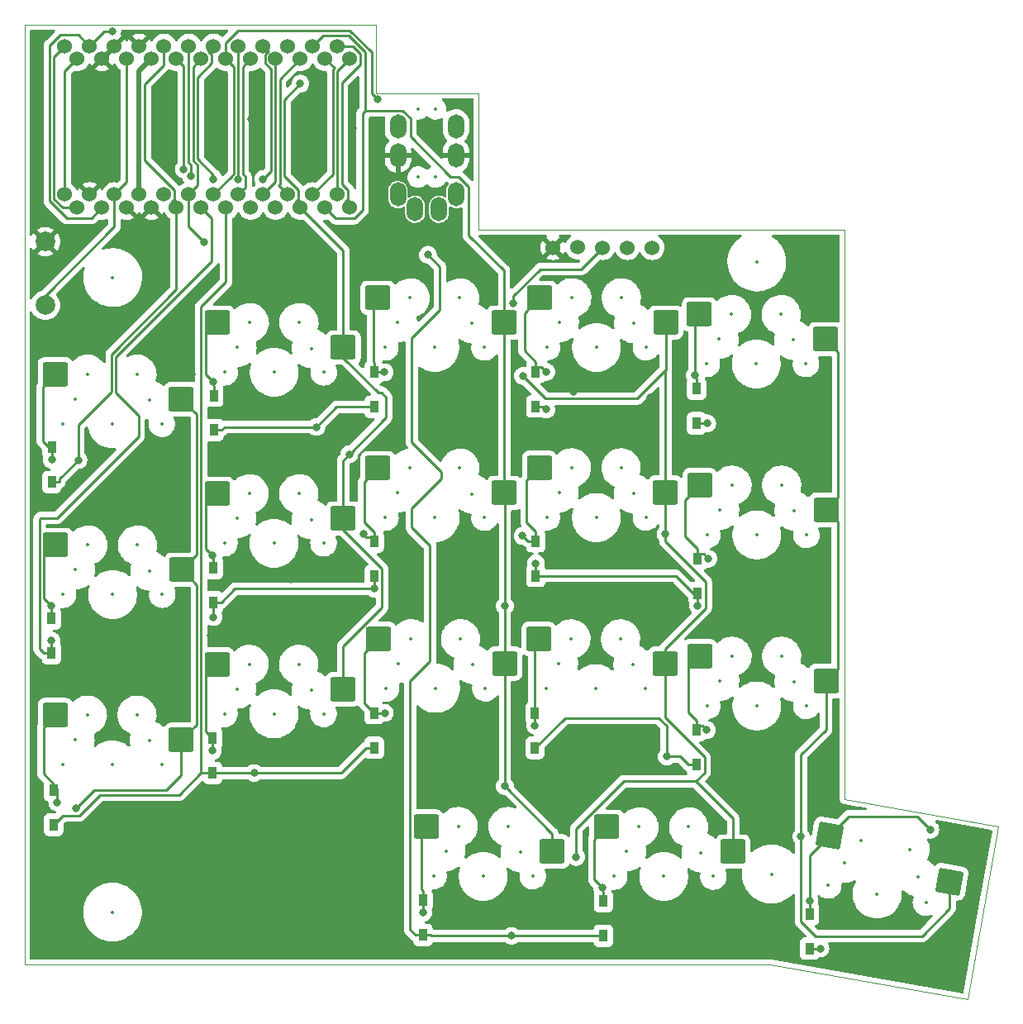
<source format=gtl>
%TF.GenerationSoftware,KiCad,Pcbnew,(6.0.9)*%
%TF.CreationDate,2023-01-03T16:32:55+09:00*%
%TF.ProjectId,split-mini,73706c69-742d-46d6-996e-692e6b696361,rev?*%
%TF.SameCoordinates,Original*%
%TF.FileFunction,Copper,L1,Top*%
%TF.FilePolarity,Positive*%
%FSLAX46Y46*%
G04 Gerber Fmt 4.6, Leading zero omitted, Abs format (unit mm)*
G04 Created by KiCad (PCBNEW (6.0.9)) date 2023-01-03 16:32:55*
%MOMM*%
%LPD*%
G01*
G04 APERTURE LIST*
G04 Aperture macros list*
%AMRoundRect*
0 Rectangle with rounded corners*
0 $1 Rounding radius*
0 $2 $3 $4 $5 $6 $7 $8 $9 X,Y pos of 4 corners*
0 Add a 4 corners polygon primitive as box body*
4,1,4,$2,$3,$4,$5,$6,$7,$8,$9,$2,$3,0*
0 Add four circle primitives for the rounded corners*
1,1,$1+$1,$2,$3*
1,1,$1+$1,$4,$5*
1,1,$1+$1,$6,$7*
1,1,$1+$1,$8,$9*
0 Add four rect primitives between the rounded corners*
20,1,$1+$1,$2,$3,$4,$5,0*
20,1,$1+$1,$4,$5,$6,$7,0*
20,1,$1+$1,$6,$7,$8,$9,0*
20,1,$1+$1,$8,$9,$2,$3,0*%
G04 Aperture macros list end*
%TA.AperFunction,Profile*%
%ADD10C,0.100000*%
%TD*%
%TA.AperFunction,ComponentPad*%
%ADD11C,1.524000*%
%TD*%
%TA.AperFunction,SMDPad,CuDef*%
%ADD12R,0.950000X1.300000*%
%TD*%
%TA.AperFunction,SMDPad,CuDef*%
%ADD13RoundRect,0.200000X-1.075000X-1.050000X1.075000X-1.050000X1.075000X1.050000X-1.075000X1.050000X0*%
%TD*%
%TA.AperFunction,ComponentPad*%
%ADD14C,2.000000*%
%TD*%
%TA.AperFunction,SMDPad,CuDef*%
%ADD15RoundRect,0.200000X-1.240999X-0.847376X0.876338X-1.220720X1.240999X0.847376X-0.876338X1.220720X0*%
%TD*%
%TA.AperFunction,ComponentPad*%
%ADD16O,1.700000X2.500000*%
%TD*%
%TA.AperFunction,ViaPad*%
%ADD17C,0.800000*%
%TD*%
%TA.AperFunction,Conductor*%
%ADD18C,0.250000*%
%TD*%
%TA.AperFunction,Conductor*%
%ADD19C,0.500000*%
%TD*%
%ADD20C,0.350000*%
%ADD21O,1.000000X1.500000*%
G04 APERTURE END LIST*
D10*
X19950000Y-15475000D02*
X19950000Y-111725000D01*
X119667171Y-97563496D02*
X103950000Y-94792135D01*
X66450000Y-22475000D02*
X55950000Y-22475000D01*
X116541504Y-115290036D02*
X119667171Y-97563496D01*
X55950000Y-15475000D02*
X19950000Y-15475000D01*
X55950000Y-15475000D02*
X55950000Y-22475000D01*
X66450000Y-36475000D02*
X103950000Y-36475000D01*
X96323180Y-111725000D02*
X116541504Y-115290036D01*
X103950000Y-94792135D02*
X103950000Y-36475000D01*
X19950000Y-111725000D02*
X96323180Y-111725000D01*
X66450000Y-22475000D02*
X66450000Y-36475000D01*
D11*
%TO.P,H1,1,VCC*%
%TO.N,VCC*%
X84230000Y-38300000D03*
%TO.P,H1,2,SDIO*%
%TO.N,SDIO*%
X81690000Y-38300000D03*
%TO.P,H1,3,SCLK*%
%TO.N,SCLK*%
X79150000Y-38300000D03*
%TO.P,H1,4,NCS*%
%TO.N,NCS*%
X76610000Y-38250000D03*
%TO.P,H1,5,GND*%
%TO.N,GND*%
X74070000Y-38300000D03*
%TD*%
D12*
%TO.P,D7,1,K*%
%TO.N,row1*%
X39275000Y-74650000D03*
%TO.P,D7,2,A*%
%TO.N,Net-(D7-Pad2)*%
X39275000Y-71100000D03*
%TD*%
D13*
%TO.P,SW6,1,1*%
%TO.N,col0*%
X36035000Y-71310000D03*
%TO.P,SW6,2,2*%
%TO.N,Net-(D6-Pad2)*%
X23108000Y-68770000D03*
%TD*%
%TO.P,SW11,1,1*%
%TO.N,col0*%
X35985000Y-88735000D03*
%TO.P,SW11,2,2*%
%TO.N,Net-(D11-Pad2)*%
X23058000Y-86195000D03*
%TD*%
D12*
%TO.P,D6,1,K*%
%TO.N,row1*%
X22675000Y-79850000D03*
%TO.P,D6,2,A*%
%TO.N,Net-(D6-Pad2)*%
X22675000Y-76300000D03*
%TD*%
D13*
%TO.P,SW9,1,1*%
%TO.N,col3*%
X85585000Y-63410000D03*
%TO.P,SW9,2,2*%
%TO.N,Net-(D9-Pad2)*%
X72658000Y-60870000D03*
%TD*%
%TO.P,SW3,1,1*%
%TO.N,col2*%
X69050000Y-45990000D03*
%TO.P,SW3,2,2*%
%TO.N,Net-(D3-Pad2)*%
X56123000Y-43450000D03*
%TD*%
D12*
%TO.P,D9,1,K*%
%TO.N,row1*%
X72300000Y-71925000D03*
%TO.P,D9,2,A*%
%TO.N,Net-(D9-Pad2)*%
X72300000Y-68375000D03*
%TD*%
%TO.P,D16,1,K*%
%TO.N,row3*%
X60750000Y-108725000D03*
%TO.P,D16,2,A*%
%TO.N,Net-(D16-Pad2)*%
X60750000Y-105175000D03*
%TD*%
%TO.P,D11,1,K*%
%TO.N,row2*%
X22900000Y-97425000D03*
%TO.P,D11,2,A*%
%TO.N,Net-(D11-Pad2)*%
X22900000Y-93875000D03*
%TD*%
%TO.P,D14,1,K*%
%TO.N,row2*%
X72225000Y-89550000D03*
%TO.P,D14,2,A*%
%TO.N,Net-(D14-Pad2)*%
X72225000Y-86000000D03*
%TD*%
%TO.P,D17,1,K*%
%TO.N,row3*%
X79225000Y-108800000D03*
%TO.P,D17,2,A*%
%TO.N,Net-(D17-Pad2)*%
X79225000Y-105250000D03*
%TD*%
D13*
%TO.P,SW5,1,1*%
%TO.N,col4*%
X101985000Y-47685000D03*
%TO.P,SW5,2,2*%
%TO.N,Net-(D5-Pad2)*%
X89058000Y-45145000D03*
%TD*%
D14*
%TO.P,SW19,1,1*%
%TO.N,RESET*%
X22050000Y-44200000D03*
%TO.P,SW19,2,2*%
%TO.N,GND*%
X22050000Y-37700000D03*
%TD*%
D13*
%TO.P,SW15,1,1*%
%TO.N,col4*%
X102035000Y-82710000D03*
%TO.P,SW15,2,2*%
%TO.N,Net-(D15-Pad2)*%
X89108000Y-80170000D03*
%TD*%
D12*
%TO.P,D13,1,K*%
%TO.N,row2*%
X55750000Y-89525000D03*
%TO.P,D13,2,A*%
%TO.N,Net-(D13-Pad2)*%
X55750000Y-85975000D03*
%TD*%
D13*
%TO.P,SW7,1,1*%
%TO.N,col1*%
X52560000Y-66060000D03*
%TO.P,SW7,2,2*%
%TO.N,Net-(D7-Pad2)*%
X39633000Y-63520000D03*
%TD*%
D12*
%TO.P,D1,1,K*%
%TO.N,row0*%
X22700000Y-62325000D03*
%TO.P,D1,2,A*%
%TO.N,Net-(D1-Pad2)*%
X22700000Y-58775000D03*
%TD*%
D13*
%TO.P,SW16,1,1*%
%TO.N,col2*%
X73985000Y-100160000D03*
%TO.P,SW16,2,2*%
%TO.N,Net-(D16-Pad2)*%
X61058000Y-97620000D03*
%TD*%
D12*
%TO.P,D18,1,K*%
%TO.N,row3*%
X100350000Y-110100000D03*
%TO.P,D18,2,A*%
%TO.N,Net-(D18-Pad2)*%
X100350000Y-106550000D03*
%TD*%
%TO.P,D4,1,K*%
%TO.N,row0*%
X72300000Y-54575000D03*
%TO.P,D4,2,A*%
%TO.N,Net-(D4-Pad2)*%
X72300000Y-51025000D03*
%TD*%
%TO.P,D10,1,K*%
%TO.N,row1*%
X88900000Y-73700000D03*
%TO.P,D10,2,A*%
%TO.N,Net-(D10-Pad2)*%
X88900000Y-70150000D03*
%TD*%
D15*
%TO.P,SW18,1,1*%
%TO.N,col4*%
X114693429Y-103253886D03*
%TO.P,SW18,2,2*%
%TO.N,Net-(D18-Pad2)*%
X102403886Y-98507724D03*
%TD*%
D16*
%TO.P,J1,A*%
%TO.N,unconnected-(J1-PadA)*%
X62375000Y-34375000D03*
X59925000Y-34375000D03*
%TO.P,J1,B*%
%TO.N,data*%
X64125000Y-25875000D03*
X58175000Y-25875000D03*
%TO.P,J1,C*%
%TO.N,GND*%
X64125000Y-28875000D03*
X58175000Y-28875000D03*
%TO.P,J1,D*%
%TO.N,VCC*%
X64125000Y-32875000D03*
X58175000Y-32875000D03*
%TD*%
D12*
%TO.P,D3,1,K*%
%TO.N,row0*%
X55725000Y-54625000D03*
%TO.P,D3,2,A*%
%TO.N,Net-(D3-Pad2)*%
X55725000Y-51075000D03*
%TD*%
D13*
%TO.P,SW8,1,1*%
%TO.N,col2*%
X69060000Y-63435000D03*
%TO.P,SW8,2,2*%
%TO.N,Net-(D8-Pad2)*%
X56133000Y-60895000D03*
%TD*%
%TO.P,SW17,1,1*%
%TO.N,col3*%
X92510000Y-100185000D03*
%TO.P,SW17,2,2*%
%TO.N,Net-(D17-Pad2)*%
X79583000Y-97645000D03*
%TD*%
D11*
%TO.P,U1,24,RAW*%
%TO.N,unconnected-(U1-Pad24)*%
X25317000Y-18950000D03*
X24047000Y-32863600D03*
%TO.P,U1,23,GND*%
%TO.N,GND*%
X27857000Y-18950000D03*
X26587000Y-32863600D03*
%TO.P,U1,22,RST*%
%TO.N,RESET*%
X29127000Y-32863600D03*
X30397000Y-18950000D03*
%TO.P,U1,21,VCC*%
%TO.N,VCC*%
X31667000Y-32863600D03*
X32937000Y-18950000D03*
%TO.P,U1,20,F4/A3*%
%TO.N,SDIO*%
X35477000Y-18950000D03*
X34207000Y-32863600D03*
%TO.P,U1,19,F5/A2*%
%TO.N,SCLK*%
X36747000Y-32863600D03*
X38017000Y-18950000D03*
%TO.P,U1,18,F6/A1*%
%TO.N,NCS*%
X39287000Y-32863600D03*
X40557000Y-18950000D03*
%TO.P,U1,17,F7/A0*%
%TO.N,unconnected-(U1-Pad17)*%
X41827000Y-32863600D03*
X43097000Y-18950000D03*
%TO.P,U1,16,B1/15*%
%TO.N,unconnected-(U1-Pad16)*%
X44367000Y-32863600D03*
X45637000Y-18950000D03*
%TO.P,U1,15,B3/14*%
%TO.N,unconnected-(U1-Pad15)*%
X48177000Y-18950000D03*
X46907000Y-32863600D03*
%TO.P,U1,14,B2/16*%
%TO.N,unconnected-(U1-Pad14)*%
X50717000Y-18950000D03*
X49447000Y-32863600D03*
%TO.P,U1,13,B6/10*%
%TO.N,col4*%
X53257000Y-18950000D03*
X51987000Y-32863600D03*
%TO.P,U1,12,9/B5*%
%TO.N,col3*%
X51987000Y-17643600D03*
X53257000Y-34190000D03*
%TO.P,U1,11,8/B4*%
%TO.N,col2*%
X49447000Y-17643600D03*
X50717000Y-34190000D03*
%TO.P,U1,10,7/E6*%
%TO.N,col1*%
X48177000Y-34190000D03*
X46907000Y-17643600D03*
%TO.P,U1,9,6/D7*%
%TO.N,col0*%
X45637000Y-34190000D03*
X44367000Y-17643600D03*
%TO.P,U1,8,5/C6*%
%TO.N,row3*%
X41827000Y-17643600D03*
X43097000Y-34190000D03*
%TO.P,U1,7,4/D4*%
%TO.N,row2*%
X40557000Y-34190000D03*
X39287000Y-17643600D03*
%TO.P,U1,6,3/D0/SCL*%
%TO.N,row1*%
X38017000Y-34190000D03*
X36747000Y-17643600D03*
%TO.P,U1,5,2/D1/SDA*%
%TO.N,row0*%
X35477000Y-34190000D03*
X34207000Y-17643600D03*
%TO.P,U1,4,GND*%
%TO.N,GND*%
X32937000Y-34190000D03*
X31667000Y-17643600D03*
%TO.P,U1,3,GND*%
X29127000Y-17643600D03*
X30397000Y-34190000D03*
%TO.P,U1,2,RX1/D2*%
%TO.N,data*%
X26587000Y-17643600D03*
X27857000Y-34190000D03*
%TO.P,U1,1,TX0/D3*%
%TO.N,unconnected-(U1-Pad1)*%
X24047000Y-17643600D03*
X25317000Y-34190000D03*
%TD*%
D13*
%TO.P,SW10,1,1*%
%TO.N,col4*%
X102035000Y-65185000D03*
%TO.P,SW10,2,2*%
%TO.N,Net-(D10-Pad2)*%
X89108000Y-62645000D03*
%TD*%
D12*
%TO.P,D15,1,K*%
%TO.N,row2*%
X88750000Y-91275000D03*
%TO.P,D15,2,A*%
%TO.N,Net-(D15-Pad2)*%
X88750000Y-87725000D03*
%TD*%
D13*
%TO.P,SW2,1,1*%
%TO.N,col1*%
X52580000Y-48535000D03*
%TO.P,SW2,2,2*%
%TO.N,Net-(D2-Pad2)*%
X39653000Y-45995000D03*
%TD*%
%TO.P,SW13,1,1*%
%TO.N,col2*%
X69135000Y-80910000D03*
%TO.P,SW13,2,2*%
%TO.N,Net-(D13-Pad2)*%
X56208000Y-78370000D03*
%TD*%
%TO.P,SW12,1,1*%
%TO.N,col1*%
X52560000Y-83535000D03*
%TO.P,SW12,2,2*%
%TO.N,Net-(D12-Pad2)*%
X39633000Y-80995000D03*
%TD*%
%TO.P,SW14,1,1*%
%TO.N,col3*%
X85535000Y-80935000D03*
%TO.P,SW14,2,2*%
%TO.N,Net-(D14-Pad2)*%
X72608000Y-78395000D03*
%TD*%
%TO.P,SW1,1,1*%
%TO.N,col0*%
X35985000Y-53810000D03*
%TO.P,SW1,2,2*%
%TO.N,Net-(D1-Pad2)*%
X23058000Y-51270000D03*
%TD*%
D12*
%TO.P,D5,1,K*%
%TO.N,row0*%
X88775000Y-56300000D03*
%TO.P,D5,2,A*%
%TO.N,Net-(D5-Pad2)*%
X88775000Y-52750000D03*
%TD*%
%TO.P,D8,1,K*%
%TO.N,row1*%
X55750000Y-71975000D03*
%TO.P,D8,2,A*%
%TO.N,Net-(D8-Pad2)*%
X55750000Y-68425000D03*
%TD*%
D13*
%TO.P,SW4,1,1*%
%TO.N,col3*%
X85610000Y-45980000D03*
%TO.P,SW4,2,2*%
%TO.N,Net-(D4-Pad2)*%
X72683000Y-43440000D03*
%TD*%
D12*
%TO.P,D2,1,K*%
%TO.N,row0*%
X39300000Y-57000000D03*
%TO.P,D2,2,A*%
%TO.N,Net-(D2-Pad2)*%
X39300000Y-53450000D03*
%TD*%
%TO.P,D12,1,K*%
%TO.N,row2*%
X39200000Y-92125000D03*
%TO.P,D12,2,A*%
%TO.N,Net-(D12-Pad2)*%
X39200000Y-88575000D03*
%TD*%
D17*
%TO.N,GND*%
X35000000Y-25900000D03*
X39575000Y-25025000D03*
%TO.N,row0*%
X73397600Y-54872800D03*
X49825300Y-56675200D03*
X89871500Y-56300000D03*
X25436300Y-60062300D03*
%TO.N,Net-(D1-Pad2)*%
X22700000Y-60032900D03*
%TO.N,Net-(D2-Pad2)*%
X39234300Y-52026100D03*
%TO.N,Net-(D3-Pad2)*%
X56802100Y-51075000D03*
%TO.N,Net-(D4-Pad2)*%
X73383400Y-51025000D03*
%TO.N,Net-(D5-Pad2)*%
X88579500Y-51373800D03*
%TO.N,Net-(D6-Pad2)*%
X22675000Y-74988500D03*
%TO.N,Net-(D7-Pad2)*%
X39204900Y-69845900D03*
%TO.N,Net-(D8-Pad2)*%
X54674500Y-67665300D03*
%TO.N,Net-(D9-Pad2)*%
X70954000Y-67829300D03*
%TO.N,Net-(D10-Pad2)*%
X89998100Y-70162100D03*
%TO.N,row1*%
X22675000Y-78586400D03*
X72300000Y-70638500D03*
X36954700Y-30975800D03*
X88900000Y-74975500D03*
X55750000Y-73247700D03*
X39275000Y-76160300D03*
%TO.N,Net-(D11-Pad2)*%
X23272800Y-95137700D03*
%TO.N,Net-(D12-Pad2)*%
X39200000Y-89846800D03*
%TO.N,Net-(D13-Pad2)*%
X56832300Y-85975000D03*
%TO.N,Net-(D14-Pad2)*%
X72225000Y-87256300D03*
%TO.N,Net-(D15-Pad2)*%
X89834000Y-87725000D03*
%TO.N,Net-(D16-Pad2)*%
X60750000Y-106446900D03*
%TO.N,Net-(D17-Pad2)*%
X79122000Y-103885500D03*
%TO.N,Net-(D18-Pad2)*%
X112725000Y-97925000D03*
X100350000Y-105196900D03*
%TO.N,row2*%
X43452300Y-92125000D03*
X39287000Y-31278400D03*
X85721300Y-90433100D03*
%TO.N,row3*%
X69808800Y-108800000D03*
X41827000Y-31325000D03*
X101454500Y-110100000D03*
X61250600Y-39026800D03*
%TO.N,data*%
X28897900Y-16183300D03*
%TO.N,GND*%
X103775000Y-106925000D03*
X40400000Y-59125000D03*
X33275000Y-47725000D03*
X80375000Y-70800000D03*
X31850000Y-63900000D03*
X43150000Y-25100000D03*
X77075000Y-92450000D03*
X32800000Y-80975000D03*
X70325000Y-72750000D03*
X58475000Y-69800000D03*
X97975000Y-72425000D03*
X101275000Y-94675000D03*
X48925000Y-76050000D03*
X70150000Y-70100000D03*
X81200000Y-73675000D03*
X84000000Y-53675000D03*
X81675000Y-50700000D03*
X42000000Y-87825000D03*
X100850000Y-55675000D03*
X86625000Y-53300000D03*
X95300000Y-90225000D03*
X58175000Y-53325000D03*
X89275000Y-40325000D03*
X63550000Y-87700000D03*
X64250000Y-55600000D03*
X76125000Y-53050500D03*
X46525000Y-55250000D03*
X65325000Y-50675000D03*
X66100000Y-70275000D03*
X56375000Y-40200000D03*
X49075000Y-25275000D03*
X30850000Y-96100000D03*
X46350000Y-42975000D03*
X38975000Y-78050000D03*
X65150000Y-53425000D03*
X45700000Y-100700000D03*
X42500000Y-90050000D03*
X47225000Y-72300000D03*
X39075000Y-41575000D03*
X32000000Y-76275000D03*
X85575000Y-94450000D03*
X53525000Y-26100000D03*
X37025000Y-51325000D03*
X78675000Y-88300000D03*
%TO.N,col0*%
X25225000Y-95750000D03*
X44367000Y-31282900D03*
%TO.N,col1*%
X48177000Y-21501900D03*
X53192800Y-59463800D03*
%TO.N,col2*%
X69135000Y-74998600D03*
X69135000Y-93474600D03*
%TO.N,col3*%
X70975000Y-51450000D03*
X85585000Y-67660500D03*
X76434000Y-100719300D03*
%TO.N,col4*%
X99478000Y-98624300D03*
%TO.N,SDIO*%
X36229400Y-30278700D03*
%TO.N,SCLK*%
X38356100Y-37721800D03*
X70013900Y-44049000D03*
%TO.N,NCS*%
X56059600Y-23096200D03*
%TD*%
D18*
%TO.N,row0*%
X32242000Y-21548100D02*
X34207000Y-19583100D01*
X34207000Y-19583100D02*
X34207000Y-17643600D01*
X32242000Y-29361349D02*
X32242000Y-21548100D01*
X35294000Y-32413349D02*
X32242000Y-29361349D01*
X35294000Y-33313851D02*
X35294000Y-32413349D01*
X34947425Y-33660425D02*
X35294000Y-33313851D01*
X35477000Y-34190000D02*
X34947425Y-33660425D01*
D19*
%TO.N,VCC*%
X31667000Y-20220000D02*
X32937000Y-18950000D01*
X31667000Y-32863600D02*
X31667000Y-20220000D01*
D18*
%TO.N,RESET*%
X30397000Y-31593600D02*
X29127000Y-32863600D01*
X30397000Y-18950000D02*
X30397000Y-31593600D01*
%TO.N,data*%
X25464900Y-16521500D02*
X23585800Y-16521500D01*
X26587000Y-17643600D02*
X25464900Y-16521500D01*
X23585800Y-16521500D02*
X22495800Y-17611500D01*
X22495800Y-17611500D02*
X22495800Y-33504700D01*
X22495800Y-33504700D02*
X24277300Y-35286200D01*
X24277300Y-35286200D02*
X26760800Y-35286200D01*
X26760800Y-35286200D02*
X27857000Y-34190000D01*
%TO.N,unconnected-(U1-Pad1)*%
X23825200Y-34190000D02*
X22946100Y-33310900D01*
X22946100Y-33310900D02*
X22946100Y-18744500D01*
X22946100Y-18744500D02*
X24047000Y-17643600D01*
%TO.N,unconnected-(U1-Pad24)*%
X24047000Y-20220000D02*
X24047000Y-32863600D01*
X25317000Y-18950000D02*
X24047000Y-20220000D01*
%TO.N,unconnected-(U1-Pad1)*%
X25317000Y-34190000D02*
X23825200Y-34190000D01*
%TO.N,row2*%
X39287000Y-30851708D02*
X39287000Y-31278400D01*
X37647000Y-29211708D02*
X39287000Y-30851708D01*
X39104000Y-19400251D02*
X37647000Y-20857251D01*
X37647000Y-20857251D02*
X37647000Y-29211708D01*
X39104000Y-18499749D02*
X39104000Y-19400251D01*
X38767425Y-18163175D02*
X39104000Y-18499749D01*
X39287000Y-17643600D02*
X38767425Y-18163175D01*
%TO.N,SCLK*%
X37679700Y-31930900D02*
X36747000Y-32863600D01*
X37679700Y-29880804D02*
X37679700Y-31930900D01*
X37197000Y-29398104D02*
X37679700Y-29880804D01*
X37197000Y-19770000D02*
X37197000Y-29398104D01*
X38017000Y-18950000D02*
X37197000Y-19770000D01*
%TO.N,row1*%
X36747000Y-29584500D02*
X36747000Y-17643600D01*
X36954700Y-29792200D02*
X36747000Y-29584500D01*
X36954700Y-30975800D02*
X36954700Y-29792200D01*
%TO.N,SDIO*%
X36229400Y-19702400D02*
X36229400Y-30278700D01*
X35477000Y-18950000D02*
X36229400Y-19702400D01*
%TO.N,row0*%
X28834500Y-53090500D02*
X27943901Y-53981099D01*
X27943901Y-53981099D02*
X27918768Y-53981099D01*
X25436300Y-56488700D02*
X25436300Y-60062300D01*
X23500300Y-61998300D02*
X23500300Y-62325000D01*
X28834500Y-49240500D02*
X28834500Y-53090500D01*
X40425100Y-56675200D02*
X40100300Y-57000000D01*
X73100300Y-54575500D02*
X73100300Y-54575000D01*
X26531099Y-55393901D02*
X25436300Y-56488700D01*
X26531099Y-55368768D02*
X26531099Y-55393901D01*
X51875500Y-54625000D02*
X49825300Y-56675200D01*
X27918768Y-53981099D02*
X26531099Y-55368768D01*
X88775000Y-56300000D02*
X89871500Y-56300000D01*
X35477000Y-34190000D02*
X35477000Y-42598000D01*
X35477000Y-42598000D02*
X28834500Y-49240500D01*
X73397600Y-54872800D02*
X73100300Y-54575500D01*
X49825300Y-56675200D02*
X40425100Y-56675200D01*
X39700200Y-57000000D02*
X40100300Y-57000000D01*
X39700200Y-57000000D02*
X39300000Y-57000000D01*
X55725000Y-54625000D02*
X51875500Y-54625000D01*
X72300000Y-54575000D02*
X73100300Y-54575000D01*
X22700000Y-62325000D02*
X23500300Y-62325000D01*
X25436300Y-60062300D02*
X23500300Y-61998300D01*
%TO.N,Net-(D1-Pad2)*%
X21775000Y-58125000D02*
X22425000Y-58775000D01*
X22425000Y-58775000D02*
X22700000Y-58775000D01*
X22700000Y-58775000D02*
X22700000Y-60032900D01*
X21775000Y-52553000D02*
X21775000Y-58125000D01*
X23058000Y-51270000D02*
X21775000Y-52553000D01*
%TO.N,Net-(D2-Pad2)*%
X39234300Y-52026100D02*
X38467900Y-51259700D01*
X39234300Y-52409000D02*
X39234300Y-52026100D01*
X39300000Y-52474700D02*
X39234300Y-52409000D01*
X38467900Y-51259700D02*
X38467900Y-47180100D01*
X39300000Y-53450000D02*
X39300000Y-52474700D01*
X38467900Y-47180100D02*
X39653000Y-45995000D01*
%TO.N,Net-(D3-Pad2)*%
X55725000Y-51075000D02*
X56525300Y-51075000D01*
X55655000Y-50029700D02*
X55655000Y-43918000D01*
X55655000Y-43918000D02*
X56123000Y-43450000D01*
X55725000Y-51075000D02*
X55725000Y-50099700D01*
X56525300Y-51075000D02*
X56802100Y-51075000D01*
X55725000Y-50099700D02*
X55655000Y-50029700D01*
%TO.N,Net-(D4-Pad2)*%
X72895700Y-50537300D02*
X73383400Y-51025000D01*
X71125000Y-48874700D02*
X72300000Y-50049700D01*
X71125000Y-44998000D02*
X71125000Y-48874700D01*
X72300000Y-50537300D02*
X72895700Y-50537300D01*
X72683000Y-43440000D02*
X71125000Y-44998000D01*
X72300000Y-50049700D02*
X72300000Y-50537300D01*
X72300000Y-51025000D02*
X72300000Y-50537300D01*
%TO.N,Net-(D5-Pad2)*%
X88775000Y-52750000D02*
X88775000Y-51774700D01*
X88579500Y-51373800D02*
X88579500Y-45623500D01*
X88579500Y-51579200D02*
X88579500Y-51373800D01*
X88775000Y-51774700D02*
X88579500Y-51579200D01*
X88579500Y-45623500D02*
X89058000Y-45145000D01*
%TO.N,Net-(D6-Pad2)*%
X21925000Y-74238500D02*
X21925000Y-69953000D01*
X21925000Y-69953000D02*
X23108000Y-68770000D01*
X22675000Y-76300000D02*
X22675000Y-74988500D01*
X22675000Y-74988500D02*
X21925000Y-74238500D01*
%TO.N,Net-(D7-Pad2)*%
X39204900Y-69845900D02*
X39204900Y-70054600D01*
X38525000Y-69166000D02*
X39204900Y-69845900D01*
X39204900Y-70054600D02*
X39275000Y-70124700D01*
X39633000Y-63520000D02*
X38525000Y-64628000D01*
X39275000Y-71100000D02*
X39275000Y-70124700D01*
X38525000Y-64628000D02*
X38525000Y-69166000D01*
%TO.N,Net-(D8-Pad2)*%
X55750000Y-68425000D02*
X55750000Y-67937300D01*
X55750000Y-67937300D02*
X54946500Y-67937300D01*
X55750000Y-67449700D02*
X54725000Y-66424700D01*
X54946500Y-67937300D02*
X54674500Y-67665300D01*
X54725000Y-66424700D02*
X54725000Y-62303000D01*
X55750000Y-67937300D02*
X55750000Y-67449700D01*
X54725000Y-62303000D02*
X56133000Y-60895000D01*
%TO.N,Net-(D9-Pad2)*%
X71375000Y-66474700D02*
X71375000Y-62153000D01*
X71375000Y-62153000D02*
X72658000Y-60870000D01*
X72300000Y-67399700D02*
X71375000Y-66474700D01*
X72300000Y-68375000D02*
X72300000Y-67399700D01*
X70954000Y-67829300D02*
X71499700Y-68375000D01*
X72300000Y-68375000D02*
X71499700Y-68375000D01*
%TO.N,Net-(D10-Pad2)*%
X88900000Y-69174700D02*
X88900000Y-69662300D01*
X88900000Y-69662300D02*
X89498300Y-69662300D01*
X88900000Y-70150000D02*
X88900000Y-69662300D01*
X87625000Y-67899700D02*
X88900000Y-69174700D01*
X87625000Y-64128000D02*
X87625000Y-67899700D01*
X89108000Y-62645000D02*
X87625000Y-64128000D01*
X89498300Y-69662300D02*
X89998100Y-70162100D01*
%TO.N,row1*%
X88900000Y-74675300D02*
X88900000Y-74975500D01*
X21874700Y-79850000D02*
X22675000Y-79850000D01*
X22675000Y-78586400D02*
X22675000Y-79850000D01*
X21460900Y-66114100D02*
X21460900Y-79436200D01*
X39275000Y-74650000D02*
X39275000Y-76160300D01*
X41477600Y-73247700D02*
X40075300Y-74650000D01*
X72300000Y-70638500D02*
X72300000Y-71925000D01*
X21460900Y-79436200D02*
X21874700Y-79850000D01*
X88900000Y-73700000D02*
X88900000Y-74187600D01*
X38017000Y-34190000D02*
X39106400Y-35279400D01*
X55750000Y-73247700D02*
X55750000Y-71975000D01*
X29284500Y-53184500D02*
X31600000Y-55500000D01*
X21575000Y-66000000D02*
X21460900Y-66114100D01*
X31600000Y-57625000D02*
X23225000Y-66000000D01*
X55750000Y-73247700D02*
X41477600Y-73247700D01*
X88900000Y-74187600D02*
X88900000Y-74675300D01*
X39106400Y-35279400D02*
X39106400Y-39653100D01*
X39106400Y-39653100D02*
X29284500Y-49475000D01*
X23225000Y-66000000D02*
X21575000Y-66000000D01*
X88900000Y-74187600D02*
X86637400Y-71925000D01*
X39275000Y-74650000D02*
X40075300Y-74650000D01*
X29284500Y-49475000D02*
X29284500Y-53184500D01*
X31600000Y-55500000D02*
X31600000Y-57625000D01*
X86637400Y-71925000D02*
X72300000Y-71925000D01*
%TO.N,Net-(D11-Pad2)*%
X22900000Y-93875000D02*
X22900000Y-93387300D01*
X21850000Y-92200000D02*
X21850000Y-87403000D01*
X22900000Y-93387300D02*
X22900000Y-93250000D01*
X22900000Y-93250000D02*
X21850000Y-92200000D01*
X23272800Y-93760100D02*
X23272800Y-95137700D01*
X21850000Y-87403000D02*
X23058000Y-86195000D01*
X22900000Y-93387300D02*
X23272800Y-93760100D01*
%TO.N,Net-(D12-Pad2)*%
X39200000Y-88575000D02*
X38525000Y-87900000D01*
X38525000Y-87900000D02*
X38525000Y-82103000D01*
X38525000Y-82103000D02*
X39633000Y-80995000D01*
X39200000Y-89846800D02*
X39200000Y-88575000D01*
%TO.N,Net-(D13-Pad2)*%
X54725000Y-79853000D02*
X54725000Y-84950000D01*
X56208000Y-78370000D02*
X54725000Y-79853000D01*
X54725000Y-84950000D02*
X55750000Y-85975000D01*
X56550300Y-85975000D02*
X56832300Y-85975000D01*
X55750000Y-85975000D02*
X56550300Y-85975000D01*
%TO.N,Net-(D14-Pad2)*%
X72608000Y-78395000D02*
X72142800Y-78860200D01*
X72142800Y-84942500D02*
X72225000Y-85024700D01*
X72225000Y-86000000D02*
X72225000Y-87256300D01*
X72225000Y-86000000D02*
X72225000Y-85024700D01*
X72142800Y-78860200D02*
X72142800Y-84942500D01*
%TO.N,Net-(D15-Pad2)*%
X88750000Y-87237300D02*
X89346300Y-87237300D01*
X87950000Y-81328000D02*
X89108000Y-80170000D01*
X88750000Y-87237300D02*
X88750000Y-86749700D01*
X87950000Y-85949700D02*
X87950000Y-81328000D01*
X89346300Y-87237300D02*
X89834000Y-87725000D01*
X88750000Y-87725000D02*
X88750000Y-87237300D01*
X88750000Y-86749700D02*
X87950000Y-85949700D01*
%TO.N,Net-(D16-Pad2)*%
X60587700Y-104037400D02*
X60750000Y-104199700D01*
X60587700Y-98090300D02*
X60587700Y-104037400D01*
X60750000Y-105175000D02*
X60750000Y-104199700D01*
X61058000Y-97620000D02*
X60587700Y-98090300D01*
X60750000Y-106446900D02*
X60750000Y-105175000D01*
%TO.N,Net-(D17-Pad2)*%
X79583000Y-97645000D02*
X78300000Y-98928000D01*
X79122000Y-104171700D02*
X79225000Y-104274700D01*
X78300000Y-98928000D02*
X78300000Y-103063500D01*
X79225000Y-105250000D02*
X79225000Y-104274700D01*
X78300000Y-103063500D02*
X79122000Y-103885500D01*
X79122000Y-103885500D02*
X79122000Y-104171700D01*
%TO.N,Net-(D18-Pad2)*%
X104336610Y-96575000D02*
X102403886Y-98507724D01*
X100350000Y-100561600D02*
X100350000Y-105196900D01*
X100350000Y-105196900D02*
X100350000Y-106550000D01*
X111375000Y-96575000D02*
X104336610Y-96575000D01*
X112725000Y-97925000D02*
X111375000Y-96575000D01*
X102403900Y-98507700D02*
X100350000Y-100561600D01*
%TO.N,row2*%
X88750000Y-91275000D02*
X87949700Y-91275000D01*
X55750000Y-89525000D02*
X54949700Y-89525000D01*
X54949700Y-89525000D02*
X52349700Y-92125000D01*
X39200000Y-92125000D02*
X38399700Y-92125000D01*
X84925000Y-86500000D02*
X75275000Y-86500000D01*
X85721300Y-87296300D02*
X84925000Y-86500000D01*
X35792900Y-94350000D02*
X38017900Y-92125000D01*
X52349700Y-92125000D02*
X43452300Y-92125000D01*
X40557000Y-41821300D02*
X40557000Y-34190000D01*
X25525305Y-96475000D02*
X27650305Y-94350000D01*
X85721300Y-90433100D02*
X87107800Y-90433100D01*
X87107800Y-90433100D02*
X87949700Y-91275000D01*
X22900000Y-97425000D02*
X23850000Y-96475000D01*
X75275000Y-86500000D02*
X72225000Y-89550000D01*
X38017900Y-92125000D02*
X38017900Y-44360400D01*
X38017900Y-92125000D02*
X38399700Y-92125000D01*
X23850000Y-96475000D02*
X25525305Y-96475000D01*
X38017900Y-44360400D02*
X40557000Y-41821300D01*
X27650305Y-94350000D02*
X35792900Y-94350000D01*
X43452300Y-92125000D02*
X39200000Y-92125000D01*
X85721300Y-90433100D02*
X85721300Y-87296300D01*
%TO.N,row3*%
X59426900Y-82722967D02*
X59426900Y-108202200D01*
X61250600Y-39026800D02*
X62475000Y-40251200D01*
X59596099Y-58239099D02*
X62611400Y-61254400D01*
X61460000Y-80689867D02*
X59426900Y-82722967D01*
X60750000Y-108725000D02*
X61550300Y-108725000D01*
X41827000Y-17643600D02*
X41827000Y-31325000D01*
X59596099Y-47548768D02*
X59596099Y-58239099D01*
X59426900Y-108202200D02*
X59949700Y-108725000D01*
X62475000Y-40251200D02*
X62475000Y-44669867D01*
X62611400Y-61254400D02*
X62611400Y-61988467D01*
X69808800Y-108800000D02*
X61625300Y-108800000D01*
X59949700Y-108725000D02*
X60750000Y-108725000D01*
X61460000Y-68810133D02*
X61460000Y-80689867D01*
X62475000Y-44669867D02*
X59596099Y-47548768D01*
X100350000Y-110100000D02*
X101454500Y-110100000D01*
X59606099Y-66956232D02*
X61460000Y-68810133D01*
X62611400Y-61988467D02*
X59606099Y-64993768D01*
X61625300Y-108800000D02*
X61550300Y-108725000D01*
X59606099Y-64993768D02*
X59606099Y-66956232D01*
X79225000Y-108800000D02*
X69808800Y-108800000D01*
%TO.N,data*%
X28047300Y-16183300D02*
X28897900Y-16183300D01*
X26587000Y-17643600D02*
X28047300Y-16183300D01*
%TO.N,col0*%
X44367000Y-17643600D02*
X44886575Y-18163175D01*
X35985000Y-88735000D02*
X37567900Y-87152100D01*
X25225000Y-95750000D02*
X27075000Y-93900000D01*
X35985000Y-92365000D02*
X35985000Y-88735000D01*
X37567900Y-87152100D02*
X37567900Y-72842900D01*
X27075000Y-93900000D02*
X34450000Y-93900000D01*
X44550000Y-19400000D02*
X45187000Y-20037000D01*
X44550000Y-18499749D02*
X44550000Y-19400000D01*
X37567900Y-55392900D02*
X37567900Y-69777100D01*
X45187000Y-20037000D02*
X45187000Y-30462900D01*
X34450000Y-93900000D02*
X35985000Y-92365000D01*
X45187000Y-30462900D02*
X44367000Y-31282900D01*
X35985000Y-53810000D02*
X37567900Y-55392900D01*
X37567900Y-69777100D02*
X36035000Y-71310000D01*
X44886575Y-18163175D02*
X44550000Y-18499749D01*
X37567900Y-72842900D02*
X36035000Y-71310000D01*
%TO.N,col1*%
X52580000Y-38593000D02*
X48177000Y-34190000D01*
X47994000Y-32413349D02*
X46537000Y-30956349D01*
X52560000Y-67181200D02*
X52560000Y-66060000D01*
X47647425Y-33660425D02*
X47994000Y-33313851D01*
X46537000Y-23141900D02*
X48177000Y-21501900D01*
X52580000Y-49557700D02*
X52580000Y-48535000D01*
X56975700Y-55680900D02*
X56975700Y-53635000D01*
X52560000Y-60096600D02*
X53192800Y-59463800D01*
X52560000Y-83535000D02*
X52560000Y-79137000D01*
X56169300Y-53147000D02*
X52580000Y-49557700D01*
X52560000Y-66060000D02*
X52560000Y-60096600D01*
X56487700Y-53147000D02*
X56169300Y-53147000D01*
X48177000Y-34190000D02*
X47647425Y-33660425D01*
X56550400Y-71171600D02*
X52560000Y-67181200D01*
X52580000Y-48535000D02*
X52580000Y-38593000D01*
X56550400Y-75146600D02*
X56550400Y-71171600D01*
X46537000Y-30956349D02*
X46537000Y-23141900D01*
X53192800Y-59463800D02*
X56975700Y-55680900D01*
X47994000Y-33313851D02*
X47994000Y-32413349D01*
X56975700Y-53635000D02*
X56487700Y-53147000D01*
X52560000Y-79137000D02*
X56550400Y-75146600D01*
%TO.N,col2*%
X50717000Y-34190000D02*
X51819800Y-35292800D01*
X64412500Y-31034300D02*
X65416600Y-32038400D01*
X69135000Y-93474600D02*
X73985000Y-98324600D01*
X73985000Y-98324600D02*
X73985000Y-100160000D01*
X58654100Y-24252600D02*
X59462500Y-25061000D01*
X69060000Y-46000000D02*
X69050000Y-45990000D01*
X69060000Y-63435000D02*
X69060000Y-46000000D01*
X54571100Y-34418200D02*
X54571100Y-24534000D01*
X69135000Y-74998600D02*
X69135000Y-63510000D01*
X69135000Y-80910000D02*
X69135000Y-74998600D01*
X53696500Y-35292800D02*
X54571100Y-34418200D01*
X59462500Y-26937500D02*
X63559300Y-31034300D01*
X59462500Y-25061000D02*
X59462500Y-26937500D01*
X54852500Y-24252600D02*
X58654100Y-24252600D01*
X69135000Y-80910000D02*
X69135000Y-93474600D01*
X65416600Y-32038400D02*
X65416600Y-37026100D01*
X63559300Y-31034300D02*
X64412500Y-31034300D01*
X54852500Y-18305400D02*
X53100600Y-16553500D01*
X54571100Y-24534000D02*
X54852500Y-24252600D01*
X65416600Y-37026100D02*
X69050000Y-40659500D01*
X51819800Y-35292800D02*
X53696500Y-35292800D01*
X69050000Y-40659500D02*
X69050000Y-45990000D01*
X54852500Y-24252600D02*
X54852500Y-18305400D01*
X50537100Y-16553500D02*
X49447000Y-17643600D01*
X53100600Y-16553500D02*
X50537100Y-16553500D01*
X69135000Y-63510000D02*
X69060000Y-63435000D01*
%TO.N,col3*%
X54353500Y-19521500D02*
X54353500Y-18443300D01*
X89714000Y-75230200D02*
X85535000Y-79409200D01*
X76434000Y-97839500D02*
X76434000Y-100719300D01*
X73300000Y-53775000D02*
X82686200Y-53775000D01*
X89714000Y-72549100D02*
X89714000Y-75230200D01*
X85535000Y-86459200D02*
X89584800Y-90509000D01*
X88700900Y-92952600D02*
X81320900Y-92952600D01*
X53074000Y-33313851D02*
X53074000Y-32413600D01*
X89584800Y-90509000D02*
X89584800Y-92068700D01*
X85585000Y-67660500D02*
X85585000Y-68420100D01*
X52437000Y-21438000D02*
X54353500Y-19521500D01*
X85535000Y-80935000D02*
X85535000Y-86459200D01*
X52437000Y-31776600D02*
X52437000Y-21438000D01*
X70975000Y-51450000D02*
X73300000Y-53775000D01*
X85535000Y-79409200D02*
X85535000Y-80935000D01*
X85610000Y-50851200D02*
X85585000Y-50876200D01*
X85585000Y-50876200D02*
X85585000Y-63410000D01*
X54353500Y-18443300D02*
X53553800Y-17643600D01*
X92510000Y-96761700D02*
X88700900Y-92952600D01*
X53074000Y-32413600D02*
X52437000Y-31776600D01*
X53553800Y-17643600D02*
X51987000Y-17643600D01*
X81320900Y-92952600D02*
X76434000Y-97839500D01*
X82686200Y-53775000D02*
X85585000Y-50876200D01*
X85585000Y-68420100D02*
X89714000Y-72549100D01*
X53257000Y-34190000D02*
X52727425Y-33660425D01*
X89584800Y-92068700D02*
X88700900Y-92952600D01*
X85610000Y-45980000D02*
X85610000Y-50851200D01*
X85585000Y-63410000D02*
X85585000Y-67660500D01*
X92510000Y-100185000D02*
X92510000Y-96761700D01*
X52727425Y-33660425D02*
X53074000Y-33313851D01*
%TO.N,col4*%
X99478000Y-90272000D02*
X99478000Y-98624300D01*
X111875000Y-108825000D02*
X114693400Y-106006600D01*
X102035000Y-65185000D02*
X103275000Y-63945000D01*
X51987000Y-20220000D02*
X53257000Y-18950000D01*
X103250000Y-66400000D02*
X102035000Y-65185000D01*
X102035000Y-87715000D02*
X99478000Y-90272000D01*
X100971100Y-108825000D02*
X111875000Y-108825000D01*
X103250000Y-81495000D02*
X103250000Y-66400000D01*
X114693400Y-106006600D02*
X114693400Y-103253900D01*
X51987000Y-32863600D02*
X51987000Y-20220000D01*
X99478000Y-98624300D02*
X99478000Y-107331900D01*
X102035000Y-82710000D02*
X103250000Y-81495000D01*
X103275000Y-63945000D02*
X103275000Y-48975000D01*
X103275000Y-48975000D02*
X101985000Y-47685000D01*
X99478000Y-107331900D02*
X100971100Y-108825000D01*
X102035000Y-82710000D02*
X102035000Y-87715000D01*
%TO.N,SCLK*%
X36747000Y-36112700D02*
X38356100Y-37721800D01*
X76949000Y-40501000D02*
X72751400Y-40501000D01*
X72751400Y-40501000D02*
X70013900Y-43238500D01*
X36747000Y-32863600D02*
X36747000Y-36112700D01*
X79150000Y-38300000D02*
X76949000Y-40501000D01*
X70013900Y-43238500D02*
X70013900Y-44049000D01*
%TO.N,NCS*%
X41813400Y-16047800D02*
X40557000Y-17304200D01*
X39287000Y-32863600D02*
X41102000Y-31048600D01*
X56059600Y-23096200D02*
X55471700Y-22508300D01*
X40557000Y-17304200D02*
X40557000Y-18950000D01*
X41377000Y-19770000D02*
X40557000Y-18950000D01*
X41377000Y-30749695D02*
X41377000Y-19770000D01*
X41102000Y-31024695D02*
X41377000Y-30749695D01*
X41102000Y-31048600D02*
X41102000Y-31024695D01*
X53231800Y-16047800D02*
X41813400Y-16047800D01*
X55471700Y-22508300D02*
X55471700Y-18287700D01*
X55471700Y-18287700D02*
X53231800Y-16047800D01*
%TO.N,RESET*%
X29127000Y-36144000D02*
X29127000Y-32863600D01*
X22050000Y-43221000D02*
X29127000Y-36144000D01*
X22050000Y-44200000D02*
X22050000Y-43221000D01*
%TO.N,unconnected-(U1-Pad17)*%
X42277000Y-19770000D02*
X42277000Y-30749695D01*
X42277000Y-30749695D02*
X42552000Y-31024695D01*
X43097000Y-18950000D02*
X42277000Y-19770000D01*
X42552000Y-31024695D02*
X42552000Y-32138600D01*
X42552000Y-32138600D02*
X41827000Y-32863600D01*
%TO.N,unconnected-(U1-Pad16)*%
X45637000Y-31593600D02*
X45637000Y-18950000D01*
X44367000Y-32863600D02*
X45637000Y-31593600D01*
%TO.N,unconnected-(U1-Pad15)*%
X46087000Y-31779996D02*
X45955198Y-31911798D01*
X46087000Y-21040000D02*
X46087000Y-31779996D01*
X48177000Y-18950000D02*
X46087000Y-21040000D01*
X45955198Y-31911798D02*
X46907000Y-32863600D01*
%TO.N,unconnected-(U1-Pad14)*%
X51537000Y-30773600D02*
X49447000Y-32863600D01*
X51537000Y-20033604D02*
X51537000Y-30773600D01*
X51668802Y-19901802D02*
X51537000Y-20033604D01*
X50717000Y-18950000D02*
X51668802Y-19901802D01*
%TD*%
%TA.AperFunction,Conductor*%
%TO.N,GND*%
G36*
X32981032Y-33890924D02*
G01*
X33026095Y-33919885D01*
X33984003Y-34877793D01*
X33995777Y-34884223D01*
X34007793Y-34874926D01*
X34037897Y-34831932D01*
X34043377Y-34822441D01*
X34092529Y-34717035D01*
X34139447Y-34663750D01*
X34207724Y-34644289D01*
X34275684Y-34664831D01*
X34320919Y-34717035D01*
X34370186Y-34822689D01*
X34370189Y-34822694D01*
X34372512Y-34827676D01*
X34375668Y-34832183D01*
X34375669Y-34832185D01*
X34481486Y-34983307D01*
X34500023Y-35009781D01*
X34657219Y-35166977D01*
X34661727Y-35170134D01*
X34661730Y-35170136D01*
X34663210Y-35171172D01*
X34789730Y-35259762D01*
X34789771Y-35259791D01*
X34834099Y-35315248D01*
X34843500Y-35363004D01*
X34843500Y-42283406D01*
X34823498Y-42351527D01*
X34806595Y-42372501D01*
X31552988Y-45626107D01*
X28442247Y-48736848D01*
X28433961Y-48744388D01*
X28427482Y-48748500D01*
X28422057Y-48754277D01*
X28380857Y-48798151D01*
X28378102Y-48800993D01*
X28358365Y-48820730D01*
X28355885Y-48823927D01*
X28348182Y-48832947D01*
X28317914Y-48865179D01*
X28314095Y-48872125D01*
X28314093Y-48872128D01*
X28308152Y-48882934D01*
X28297301Y-48899453D01*
X28284886Y-48915459D01*
X28281741Y-48922728D01*
X28281738Y-48922732D01*
X28267326Y-48956037D01*
X28262109Y-48966687D01*
X28240805Y-49005440D01*
X28238834Y-49013115D01*
X28238834Y-49013116D01*
X28235767Y-49025062D01*
X28229363Y-49043766D01*
X28227083Y-49049036D01*
X28221319Y-49062355D01*
X28220080Y-49070178D01*
X28220077Y-49070188D01*
X28214401Y-49106024D01*
X28211995Y-49117644D01*
X28207509Y-49135117D01*
X28201000Y-49160470D01*
X28201000Y-49180724D01*
X28199449Y-49200434D01*
X28196280Y-49220443D01*
X28197026Y-49228335D01*
X28200441Y-49264461D01*
X28201000Y-49276319D01*
X28201000Y-49995482D01*
X28180998Y-50063603D01*
X28127342Y-50110096D01*
X28057068Y-50120200D01*
X27992488Y-50090706D01*
X27970541Y-50065941D01*
X27946585Y-50030424D01*
X27917877Y-49998540D01*
X27780625Y-49846107D01*
X27758629Y-49821678D01*
X27543450Y-49641121D01*
X27305236Y-49492269D01*
X27100342Y-49401044D01*
X27052639Y-49379805D01*
X27052637Y-49379804D01*
X27048625Y-49378018D01*
X26778610Y-49300593D01*
X26774260Y-49299982D01*
X26774257Y-49299981D01*
X26664244Y-49284520D01*
X26500448Y-49261500D01*
X26289854Y-49261500D01*
X26287668Y-49261653D01*
X26287664Y-49261653D01*
X26084173Y-49275882D01*
X26084168Y-49275883D01*
X26079788Y-49276189D01*
X25805030Y-49334591D01*
X25800901Y-49336094D01*
X25800897Y-49336095D01*
X25545219Y-49429154D01*
X25545215Y-49429156D01*
X25541074Y-49430663D01*
X25293058Y-49562536D01*
X25289499Y-49565122D01*
X25289497Y-49565123D01*
X25070418Y-49724293D01*
X25065808Y-49727642D01*
X25062644Y-49730698D01*
X25062641Y-49730700D01*
X25037302Y-49755170D01*
X24925284Y-49863345D01*
X24862389Y-49896276D01*
X24791672Y-49889976D01*
X24735587Y-49846444D01*
X24729982Y-49837978D01*
X24720111Y-49821678D01*
X24694639Y-49779619D01*
X24573381Y-49658361D01*
X24426699Y-49569528D01*
X24419452Y-49567257D01*
X24419450Y-49567256D01*
X24349547Y-49545350D01*
X24263062Y-49518247D01*
X24189635Y-49511500D01*
X24186737Y-49511500D01*
X23055064Y-49511501D01*
X21926366Y-49511501D01*
X21923508Y-49511764D01*
X21923499Y-49511764D01*
X21887996Y-49515026D01*
X21852938Y-49518247D01*
X21846560Y-49520246D01*
X21846559Y-49520246D01*
X21696550Y-49567256D01*
X21696548Y-49567257D01*
X21689301Y-49569528D01*
X21542619Y-49658361D01*
X21421361Y-49779619D01*
X21332528Y-49926301D01*
X21330257Y-49933548D01*
X21330256Y-49933550D01*
X21327105Y-49943605D01*
X21281247Y-50089938D01*
X21274500Y-50163365D01*
X21274501Y-51144553D01*
X21274501Y-52116286D01*
X21255146Y-52175884D01*
X21258413Y-52177680D01*
X21248652Y-52195434D01*
X21237801Y-52211953D01*
X21225386Y-52227959D01*
X21222241Y-52235228D01*
X21222238Y-52235232D01*
X21207826Y-52268537D01*
X21202609Y-52279187D01*
X21181305Y-52317940D01*
X21179334Y-52325615D01*
X21179334Y-52325616D01*
X21176267Y-52337562D01*
X21169863Y-52356266D01*
X21161819Y-52374855D01*
X21160580Y-52382678D01*
X21160577Y-52382688D01*
X21154901Y-52418524D01*
X21152495Y-52430144D01*
X21146200Y-52454665D01*
X21141500Y-52472970D01*
X21141500Y-52493224D01*
X21139949Y-52512934D01*
X21136780Y-52532943D01*
X21137526Y-52540835D01*
X21140941Y-52576961D01*
X21141500Y-52588819D01*
X21141500Y-58046233D01*
X21140973Y-58057416D01*
X21139298Y-58064909D01*
X21139547Y-58072835D01*
X21139547Y-58072836D01*
X21141438Y-58132986D01*
X21141500Y-58136945D01*
X21141500Y-58164856D01*
X21141997Y-58168790D01*
X21141997Y-58168791D01*
X21142005Y-58168856D01*
X21142938Y-58180693D01*
X21144327Y-58224889D01*
X21149978Y-58244339D01*
X21153987Y-58263700D01*
X21156526Y-58283797D01*
X21159445Y-58291168D01*
X21159445Y-58291170D01*
X21172804Y-58324912D01*
X21176649Y-58336142D01*
X21185893Y-58367960D01*
X21188982Y-58378593D01*
X21193015Y-58385412D01*
X21193017Y-58385417D01*
X21199293Y-58396028D01*
X21207988Y-58413776D01*
X21215448Y-58432617D01*
X21220110Y-58439033D01*
X21220110Y-58439034D01*
X21241436Y-58468387D01*
X21247952Y-58478307D01*
X21270458Y-58516362D01*
X21284779Y-58530683D01*
X21297619Y-58545716D01*
X21309528Y-58562107D01*
X21334162Y-58582486D01*
X21343593Y-58590288D01*
X21352374Y-58598278D01*
X21679596Y-58925501D01*
X21713621Y-58987813D01*
X21716500Y-59014596D01*
X21716500Y-59473134D01*
X21723255Y-59535316D01*
X21774385Y-59671705D01*
X21784365Y-59685021D01*
X21796366Y-59701034D01*
X21821214Y-59767540D01*
X21815373Y-59815534D01*
X21806458Y-59842972D01*
X21805768Y-59849533D01*
X21805768Y-59849535D01*
X21797701Y-59926288D01*
X21786496Y-60032900D01*
X21787186Y-60039465D01*
X21797517Y-60137755D01*
X21806458Y-60222828D01*
X21865473Y-60404456D01*
X21960960Y-60569844D01*
X21965378Y-60574751D01*
X21965379Y-60574752D01*
X22041724Y-60659542D01*
X22088747Y-60711766D01*
X22147985Y-60754805D01*
X22217985Y-60805663D01*
X22243248Y-60824018D01*
X22249276Y-60826702D01*
X22249278Y-60826703D01*
X22403229Y-60895246D01*
X22417712Y-60901694D01*
X22490911Y-60917253D01*
X22553384Y-60950982D01*
X22587706Y-61013131D01*
X22582978Y-61083970D01*
X22540702Y-61141008D01*
X22474301Y-61166135D01*
X22464714Y-61166500D01*
X22176866Y-61166500D01*
X22114684Y-61173255D01*
X21978295Y-61224385D01*
X21861739Y-61311739D01*
X21774385Y-61428295D01*
X21723255Y-61564684D01*
X21716500Y-61626866D01*
X21716500Y-63023134D01*
X21723255Y-63085316D01*
X21774385Y-63221705D01*
X21861739Y-63338261D01*
X21978295Y-63425615D01*
X22114684Y-63476745D01*
X22176866Y-63483500D01*
X23223134Y-63483500D01*
X23285316Y-63476745D01*
X23421705Y-63425615D01*
X23538261Y-63338261D01*
X23625615Y-63221705D01*
X23676745Y-63085316D01*
X23683500Y-63023134D01*
X23683500Y-63019717D01*
X23683684Y-63016320D01*
X23685468Y-63016417D01*
X23703502Y-62954999D01*
X23757158Y-62908506D01*
X23759935Y-62907425D01*
X23764632Y-62905215D01*
X23772175Y-62902764D01*
X23778872Y-62898514D01*
X23779131Y-62898350D01*
X23800258Y-62887585D01*
X23800546Y-62887471D01*
X23800551Y-62887468D01*
X23807917Y-62884552D01*
X23814325Y-62879896D01*
X23814331Y-62879893D01*
X23853352Y-62851542D01*
X23859889Y-62847099D01*
X23907318Y-62817000D01*
X23912959Y-62810993D01*
X23930746Y-62795312D01*
X23930991Y-62795134D01*
X23930993Y-62795132D01*
X23937407Y-62790472D01*
X23946484Y-62779500D01*
X23973203Y-62747204D01*
X23978434Y-62741270D01*
X24011458Y-62706102D01*
X24011460Y-62706099D01*
X24016886Y-62700321D01*
X24020858Y-62693097D01*
X24034181Y-62673494D01*
X24034380Y-62673254D01*
X24034384Y-62673247D01*
X24039433Y-62667144D01*
X24063347Y-62616324D01*
X24066929Y-62609292D01*
X24093995Y-62560060D01*
X24095965Y-62552385D01*
X24095968Y-62552379D01*
X24096044Y-62552081D01*
X24104076Y-62529772D01*
X24104206Y-62529497D01*
X24104209Y-62529489D01*
X24107583Y-62522318D01*
X24118106Y-62467151D01*
X24119832Y-62459429D01*
X24124835Y-62439947D01*
X24133800Y-62405030D01*
X24133800Y-62396793D01*
X24136032Y-62373184D01*
X24136090Y-62372881D01*
X24136090Y-62372877D01*
X24137575Y-62365094D01*
X24134745Y-62320109D01*
X24150430Y-62250867D01*
X24171401Y-62223103D01*
X25386799Y-61007705D01*
X25449111Y-60973679D01*
X25475894Y-60970800D01*
X25531787Y-60970800D01*
X25538239Y-60969428D01*
X25538244Y-60969428D01*
X25625187Y-60950947D01*
X25718588Y-60931094D01*
X25749676Y-60917253D01*
X25887022Y-60856103D01*
X25887024Y-60856102D01*
X25893052Y-60853418D01*
X25933518Y-60824018D01*
X25972956Y-60795364D01*
X26047553Y-60741166D01*
X26094578Y-60688939D01*
X26170921Y-60604152D01*
X26170922Y-60604151D01*
X26175340Y-60599244D01*
X26270827Y-60433856D01*
X26329842Y-60252228D01*
X26341874Y-60137755D01*
X26349114Y-60068865D01*
X26349804Y-60062300D01*
X26341529Y-59983569D01*
X26330532Y-59878935D01*
X26330532Y-59878933D01*
X26329842Y-59872372D01*
X26270827Y-59690744D01*
X26254981Y-59663297D01*
X26217970Y-59599193D01*
X26175340Y-59525356D01*
X26102163Y-59444085D01*
X26071447Y-59380079D01*
X26069800Y-59359776D01*
X26069800Y-56803294D01*
X26089802Y-56735173D01*
X26106705Y-56714199D01*
X26206298Y-56614606D01*
X26268610Y-56580580D01*
X26339425Y-56585645D01*
X26396261Y-56628192D01*
X26420398Y-56687904D01*
X26437064Y-56819830D01*
X26515370Y-57124813D01*
X26631284Y-57417577D01*
X26633186Y-57421036D01*
X26633187Y-57421039D01*
X26778178Y-57684776D01*
X26782976Y-57693504D01*
X26968055Y-57948244D01*
X27183602Y-58177778D01*
X27426218Y-58378487D01*
X27692076Y-58547206D01*
X27695655Y-58548890D01*
X27695662Y-58548894D01*
X27973394Y-58679584D01*
X27973398Y-58679586D01*
X27976984Y-58681273D01*
X28276448Y-58778575D01*
X28585746Y-58837577D01*
X28679300Y-58843463D01*
X28819358Y-58852275D01*
X28819374Y-58852276D01*
X28821353Y-58852400D01*
X28978647Y-58852400D01*
X28980626Y-58852276D01*
X28980642Y-58852275D01*
X29130831Y-58842825D01*
X29177345Y-58839899D01*
X29246587Y-58855584D01*
X29296357Y-58906214D01*
X29310853Y-58975715D01*
X29285474Y-59042020D01*
X29274351Y-59054745D01*
X26124321Y-62204774D01*
X22999500Y-65329595D01*
X22937188Y-65363621D01*
X22910405Y-65366500D01*
X21653768Y-65366500D01*
X21642585Y-65365973D01*
X21635092Y-65364298D01*
X21627166Y-65364547D01*
X21627165Y-65364547D01*
X21567002Y-65366438D01*
X21563044Y-65366500D01*
X21535144Y-65366500D01*
X21531154Y-65367004D01*
X21519320Y-65367936D01*
X21475111Y-65369326D01*
X21467497Y-65371538D01*
X21467492Y-65371539D01*
X21455659Y-65374977D01*
X21436296Y-65378988D01*
X21416203Y-65381526D01*
X21408836Y-65384443D01*
X21408831Y-65384444D01*
X21375092Y-65397802D01*
X21363865Y-65401646D01*
X21321407Y-65413982D01*
X21314581Y-65418019D01*
X21303972Y-65424293D01*
X21286224Y-65432988D01*
X21267383Y-65440448D01*
X21260967Y-65445110D01*
X21260966Y-65445110D01*
X21231613Y-65466436D01*
X21221693Y-65472952D01*
X21190465Y-65491420D01*
X21190462Y-65491422D01*
X21183638Y-65495458D01*
X21169314Y-65509782D01*
X21154287Y-65522617D01*
X21137893Y-65534528D01*
X21132840Y-65540636D01*
X21132838Y-65540638D01*
X21109708Y-65568598D01*
X21101718Y-65577378D01*
X21068649Y-65610447D01*
X21060360Y-65617990D01*
X21053882Y-65622100D01*
X21048459Y-65627875D01*
X21007272Y-65671736D01*
X21004516Y-65674580D01*
X20984765Y-65694330D01*
X20982285Y-65697527D01*
X20974582Y-65706547D01*
X20944314Y-65738779D01*
X20940495Y-65745725D01*
X20940493Y-65745728D01*
X20934552Y-65756534D01*
X20923701Y-65773053D01*
X20911286Y-65789059D01*
X20908141Y-65796328D01*
X20908138Y-65796332D01*
X20893726Y-65829637D01*
X20888509Y-65840287D01*
X20867205Y-65879040D01*
X20865234Y-65886715D01*
X20865234Y-65886716D01*
X20862167Y-65898662D01*
X20855763Y-65917366D01*
X20847719Y-65935955D01*
X20846480Y-65943778D01*
X20846477Y-65943788D01*
X20840801Y-65979624D01*
X20838395Y-65991244D01*
X20827400Y-66034070D01*
X20827400Y-66054324D01*
X20825849Y-66074034D01*
X20822680Y-66094043D01*
X20823426Y-66101935D01*
X20826841Y-66138061D01*
X20827400Y-66149919D01*
X20827400Y-79357433D01*
X20826873Y-79368616D01*
X20825198Y-79376109D01*
X20825447Y-79384035D01*
X20825447Y-79384036D01*
X20827338Y-79444186D01*
X20827400Y-79448145D01*
X20827400Y-79476056D01*
X20827897Y-79479990D01*
X20827897Y-79479991D01*
X20827905Y-79480056D01*
X20828838Y-79491893D01*
X20830227Y-79536089D01*
X20835878Y-79555539D01*
X20839887Y-79574900D01*
X20842426Y-79594997D01*
X20845345Y-79602368D01*
X20845345Y-79602370D01*
X20858704Y-79636112D01*
X20862549Y-79647342D01*
X20874882Y-79689793D01*
X20878915Y-79696612D01*
X20878917Y-79696617D01*
X20885193Y-79707228D01*
X20893888Y-79724976D01*
X20901348Y-79743817D01*
X20906010Y-79750233D01*
X20906010Y-79750234D01*
X20927336Y-79779587D01*
X20933852Y-79789507D01*
X20947708Y-79812935D01*
X20956358Y-79827562D01*
X20970679Y-79841883D01*
X20983519Y-79856916D01*
X20995428Y-79873307D01*
X21029505Y-79901498D01*
X21038284Y-79909488D01*
X21371043Y-80242247D01*
X21378587Y-80250537D01*
X21382700Y-80257018D01*
X21388477Y-80262443D01*
X21432367Y-80303658D01*
X21435209Y-80306413D01*
X21454931Y-80326135D01*
X21458055Y-80328558D01*
X21458059Y-80328562D01*
X21458124Y-80328612D01*
X21467145Y-80336317D01*
X21499379Y-80366586D01*
X21506327Y-80370405D01*
X21506329Y-80370407D01*
X21517132Y-80376346D01*
X21533659Y-80387202D01*
X21543398Y-80394757D01*
X21543400Y-80394758D01*
X21549660Y-80399614D01*
X21590240Y-80417174D01*
X21600883Y-80422388D01*
X21621881Y-80433932D01*
X21626203Y-80436308D01*
X21676260Y-80486654D01*
X21690146Y-80541383D01*
X21691316Y-80541320D01*
X21691500Y-80544717D01*
X21691500Y-80548134D01*
X21698255Y-80610316D01*
X21749385Y-80746705D01*
X21836739Y-80863261D01*
X21953295Y-80950615D01*
X22089684Y-81001745D01*
X22151866Y-81008500D01*
X23198134Y-81008500D01*
X23260316Y-81001745D01*
X23396705Y-80950615D01*
X23513261Y-80863261D01*
X23600615Y-80746705D01*
X23651745Y-80610316D01*
X23658500Y-80548134D01*
X23658500Y-79151866D01*
X23651745Y-79089684D01*
X23600615Y-78953295D01*
X23577342Y-78922242D01*
X23552494Y-78855736D01*
X23558335Y-78807743D01*
X23568542Y-78776328D01*
X23569352Y-78768628D01*
X23587814Y-78592965D01*
X23588504Y-78586400D01*
X23576232Y-78469636D01*
X23569232Y-78403035D01*
X23569232Y-78403033D01*
X23568542Y-78396472D01*
X23509527Y-78214844D01*
X23487210Y-78176189D01*
X23417341Y-78055174D01*
X23414040Y-78049456D01*
X23384013Y-78016107D01*
X23290675Y-77912445D01*
X23290674Y-77912444D01*
X23286253Y-77907534D01*
X23131752Y-77795282D01*
X23125724Y-77792598D01*
X23125722Y-77792597D01*
X22963319Y-77720291D01*
X22963318Y-77720291D01*
X22957288Y-77717606D01*
X22910905Y-77707747D01*
X22848432Y-77674019D01*
X22814110Y-77611869D01*
X22818838Y-77541030D01*
X22861114Y-77483992D01*
X22927515Y-77458865D01*
X22937102Y-77458500D01*
X23198134Y-77458500D01*
X23260316Y-77451745D01*
X23396705Y-77400615D01*
X23513261Y-77313261D01*
X23600615Y-77196705D01*
X23651745Y-77060316D01*
X23658500Y-76998134D01*
X23658500Y-75601866D01*
X23651745Y-75539684D01*
X23611025Y-75431063D01*
X23603765Y-75411697D01*
X23603764Y-75411696D01*
X23600615Y-75403295D01*
X23595233Y-75396114D01*
X23591718Y-75389694D01*
X23576548Y-75320337D01*
X23601284Y-75253789D01*
X23658072Y-75211178D01*
X23724658Y-75205195D01*
X23741607Y-75208260D01*
X23759344Y-75209096D01*
X23764292Y-75209330D01*
X23764299Y-75209330D01*
X23765780Y-75209400D01*
X23927925Y-75209400D01*
X23994881Y-75203719D01*
X24094562Y-75195261D01*
X24094566Y-75195260D01*
X24099873Y-75194810D01*
X24105028Y-75193472D01*
X24105034Y-75193471D01*
X24318003Y-75138195D01*
X24318007Y-75138194D01*
X24323172Y-75136853D01*
X24328038Y-75134661D01*
X24328041Y-75134660D01*
X24528649Y-75044293D01*
X24533515Y-75042101D01*
X24537935Y-75039125D01*
X24537939Y-75039123D01*
X24639148Y-74970984D01*
X24724885Y-74913262D01*
X24891812Y-74754022D01*
X24983077Y-74631357D01*
X25026337Y-74573214D01*
X25026339Y-74573211D01*
X25029521Y-74568934D01*
X25054882Y-74519052D01*
X25131658Y-74368046D01*
X25131658Y-74368045D01*
X25134077Y-74363288D01*
X25173343Y-74236831D01*
X25200905Y-74148070D01*
X25200906Y-74148064D01*
X25202489Y-74142967D01*
X25232800Y-73914268D01*
X25224146Y-73683732D01*
X25178104Y-73464298D01*
X25183691Y-73393523D01*
X25226656Y-73337003D01*
X25292629Y-73312732D01*
X25337257Y-73309612D01*
X25415828Y-73304118D01*
X25415834Y-73304117D01*
X25420212Y-73303811D01*
X25694970Y-73245409D01*
X25699099Y-73243906D01*
X25699103Y-73243905D01*
X25954781Y-73150846D01*
X25954785Y-73150844D01*
X25958926Y-73149337D01*
X26206942Y-73017464D01*
X26257207Y-72980945D01*
X26391327Y-72883501D01*
X26458195Y-72859642D01*
X26527347Y-72875723D01*
X26576827Y-72926637D01*
X26590926Y-72996220D01*
X26582540Y-73031820D01*
X26565370Y-73075187D01*
X26487064Y-73380170D01*
X26447600Y-73692562D01*
X26447600Y-74007438D01*
X26487064Y-74319830D01*
X26565370Y-74624813D01*
X26681284Y-74917577D01*
X26683186Y-74921036D01*
X26683187Y-74921039D01*
X26818217Y-75166657D01*
X26832976Y-75193504D01*
X26914300Y-75305437D01*
X27002570Y-75426930D01*
X27018055Y-75448244D01*
X27233602Y-75677778D01*
X27476218Y-75878487D01*
X27742076Y-76047206D01*
X27745655Y-76048890D01*
X27745662Y-76048894D01*
X28023394Y-76179584D01*
X28023398Y-76179586D01*
X28026984Y-76181273D01*
X28326448Y-76278575D01*
X28635746Y-76337577D01*
X28729300Y-76343463D01*
X28869358Y-76352275D01*
X28869374Y-76352276D01*
X28871353Y-76352400D01*
X29028647Y-76352400D01*
X29030626Y-76352276D01*
X29030642Y-76352275D01*
X29170700Y-76343463D01*
X29264254Y-76337577D01*
X29573552Y-76278575D01*
X29873016Y-76181273D01*
X29876602Y-76179586D01*
X29876606Y-76179584D01*
X30154338Y-76048894D01*
X30154345Y-76048890D01*
X30157924Y-76047206D01*
X30423782Y-75878487D01*
X30666398Y-75677778D01*
X30881945Y-75448244D01*
X30897431Y-75426930D01*
X30985700Y-75305437D01*
X31067024Y-75193504D01*
X31081784Y-75166657D01*
X31216813Y-74921039D01*
X31216814Y-74921036D01*
X31218716Y-74917577D01*
X31334630Y-74624813D01*
X31412936Y-74319830D01*
X31452400Y-74007438D01*
X31452400Y-73692562D01*
X31412936Y-73380170D01*
X31411949Y-73376328D01*
X31411948Y-73376320D01*
X31350640Y-73137539D01*
X31353072Y-73066584D01*
X31393480Y-73008208D01*
X31459033Y-72980945D01*
X31528920Y-72993451D01*
X31553672Y-73009683D01*
X31565408Y-73019530D01*
X31576550Y-73028879D01*
X31814764Y-73177731D01*
X32071375Y-73291982D01*
X32075603Y-73293194D01*
X32075602Y-73293194D01*
X32327765Y-73365500D01*
X32341390Y-73369407D01*
X32345740Y-73370018D01*
X32345743Y-73370019D01*
X32445979Y-73384106D01*
X32592557Y-73404706D01*
X32657231Y-73433994D01*
X32695804Y-73493598D01*
X32698039Y-73555334D01*
X32697511Y-73557033D01*
X32696810Y-73562319D01*
X32696810Y-73562321D01*
X32679024Y-73696521D01*
X32667200Y-73785732D01*
X32675854Y-74016268D01*
X32723228Y-74242050D01*
X32725186Y-74247009D01*
X32725187Y-74247011D01*
X32752582Y-74316379D01*
X32807967Y-74456622D01*
X32878717Y-74573214D01*
X32913999Y-74631357D01*
X32927647Y-74653849D01*
X32931144Y-74657879D01*
X33017768Y-74757704D01*
X33078847Y-74828092D01*
X33120982Y-74862640D01*
X33253115Y-74970984D01*
X33253121Y-74970988D01*
X33257243Y-74974368D01*
X33457735Y-75088494D01*
X33462751Y-75090315D01*
X33462756Y-75090317D01*
X33669575Y-75165389D01*
X33669579Y-75165390D01*
X33674590Y-75167209D01*
X33679839Y-75168158D01*
X33679842Y-75168159D01*
X33897523Y-75207522D01*
X33897530Y-75207523D01*
X33901607Y-75208260D01*
X33919344Y-75209096D01*
X33924292Y-75209330D01*
X33924299Y-75209330D01*
X33925780Y-75209400D01*
X34087925Y-75209400D01*
X34154881Y-75203719D01*
X34254562Y-75195261D01*
X34254566Y-75195260D01*
X34259873Y-75194810D01*
X34265028Y-75193472D01*
X34265034Y-75193471D01*
X34478003Y-75138195D01*
X34478007Y-75138194D01*
X34483172Y-75136853D01*
X34488038Y-75134661D01*
X34488041Y-75134660D01*
X34688649Y-75044293D01*
X34693515Y-75042101D01*
X34697935Y-75039125D01*
X34697939Y-75039123D01*
X34799148Y-74970984D01*
X34884885Y-74913262D01*
X35051812Y-74754022D01*
X35143077Y-74631357D01*
X35186337Y-74573214D01*
X35186339Y-74573211D01*
X35189521Y-74568934D01*
X35214882Y-74519052D01*
X35291658Y-74368046D01*
X35291658Y-74368045D01*
X35294077Y-74363288D01*
X35333343Y-74236831D01*
X35360905Y-74148070D01*
X35360906Y-74148064D01*
X35362489Y-74142967D01*
X35392800Y-73914268D01*
X35384146Y-73683732D01*
X35336772Y-73457950D01*
X35311329Y-73393523D01*
X35252033Y-73243378D01*
X35253698Y-73242720D01*
X35242702Y-73180627D01*
X35270083Y-73115123D01*
X35328531Y-73074820D01*
X35367936Y-73068500D01*
X36395564Y-73068499D01*
X36808400Y-73068499D01*
X36876521Y-73088501D01*
X36923014Y-73142157D01*
X36934400Y-73194499D01*
X36934400Y-86837506D01*
X36914398Y-86905627D01*
X36897495Y-86926601D01*
X36884501Y-86939595D01*
X36822189Y-86973621D01*
X36795406Y-86976500D01*
X34957761Y-86976501D01*
X34853366Y-86976501D01*
X34850508Y-86976764D01*
X34850499Y-86976764D01*
X34814996Y-86980026D01*
X34779938Y-86983247D01*
X34773560Y-86985246D01*
X34773559Y-86985246D01*
X34623550Y-87032256D01*
X34623548Y-87032257D01*
X34616301Y-87034528D01*
X34469619Y-87123361D01*
X34348361Y-87244619D01*
X34326565Y-87280609D01*
X34290708Y-87339816D01*
X34238310Y-87387722D01*
X34168331Y-87399695D01*
X34101941Y-87371066D01*
X33994139Y-87280609D01*
X33893450Y-87196121D01*
X33655236Y-87047269D01*
X33429821Y-86946908D01*
X33375727Y-86900929D01*
X33355078Y-86833002D01*
X33358815Y-86801320D01*
X33359590Y-86798214D01*
X33402997Y-86624119D01*
X33421753Y-86548893D01*
X33421754Y-86548888D01*
X33422817Y-86544624D01*
X33423865Y-86534660D01*
X33451719Y-86269636D01*
X33451719Y-86269633D01*
X33452178Y-86265267D01*
X33452025Y-86260873D01*
X33442529Y-85988939D01*
X33442528Y-85988933D01*
X33442375Y-85984542D01*
X33440693Y-85975000D01*
X33394360Y-85712236D01*
X33393598Y-85707913D01*
X33306797Y-85440765D01*
X33290543Y-85407438D01*
X33234970Y-85293499D01*
X33183660Y-85188298D01*
X33181205Y-85184659D01*
X33181202Y-85184653D01*
X33089193Y-85048244D01*
X33026585Y-84955424D01*
X32838629Y-84746678D01*
X32801255Y-84715317D01*
X32737938Y-84662188D01*
X32623450Y-84566121D01*
X32456426Y-84461753D01*
X32388960Y-84419596D01*
X32385236Y-84417269D01*
X32128625Y-84303018D01*
X31973992Y-84258678D01*
X31862837Y-84226805D01*
X31862836Y-84226805D01*
X31858610Y-84225593D01*
X31854260Y-84224982D01*
X31854257Y-84224981D01*
X31751310Y-84210513D01*
X31580448Y-84186500D01*
X31369854Y-84186500D01*
X31367668Y-84186653D01*
X31367664Y-84186653D01*
X31164173Y-84200882D01*
X31164168Y-84200883D01*
X31159788Y-84201189D01*
X30885030Y-84259591D01*
X30880901Y-84261094D01*
X30880897Y-84261095D01*
X30625219Y-84354154D01*
X30625215Y-84354156D01*
X30621074Y-84355663D01*
X30373058Y-84487536D01*
X30369499Y-84490122D01*
X30369497Y-84490123D01*
X30154507Y-84646322D01*
X30145808Y-84652642D01*
X30142644Y-84655698D01*
X30142641Y-84655700D01*
X30093766Y-84702898D01*
X29943748Y-84847769D01*
X29770812Y-85069118D01*
X29768616Y-85072922D01*
X29768611Y-85072929D01*
X29675223Y-85234683D01*
X29630364Y-85312381D01*
X29525138Y-85572824D01*
X29524073Y-85577097D01*
X29524072Y-85577099D01*
X29471658Y-85787321D01*
X29457183Y-85845376D01*
X29456724Y-85849744D01*
X29456723Y-85849749D01*
X29428281Y-86120364D01*
X29427822Y-86124733D01*
X29427975Y-86129121D01*
X29427975Y-86129127D01*
X29436974Y-86386807D01*
X29437625Y-86405458D01*
X29438387Y-86409781D01*
X29438388Y-86409788D01*
X29469370Y-86585494D01*
X29486402Y-86682087D01*
X29573203Y-86949235D01*
X29575131Y-86953188D01*
X29575133Y-86953193D01*
X29611066Y-87026866D01*
X29696340Y-87201702D01*
X29698795Y-87205341D01*
X29698798Y-87205347D01*
X29749563Y-87280609D01*
X29853415Y-87434576D01*
X29856360Y-87437847D01*
X29856361Y-87437848D01*
X29943902Y-87535072D01*
X30041371Y-87643322D01*
X30044733Y-87646143D01*
X30044734Y-87646144D01*
X30083050Y-87678295D01*
X30256550Y-87823879D01*
X30494764Y-87972731D01*
X30720179Y-88073092D01*
X30774273Y-88119071D01*
X30794922Y-88186998D01*
X30791185Y-88218677D01*
X30780398Y-88261944D01*
X30738554Y-88429771D01*
X30727183Y-88475376D01*
X30726724Y-88479744D01*
X30726723Y-88479749D01*
X30698281Y-88750364D01*
X30697822Y-88754733D01*
X30697975Y-88759121D01*
X30697975Y-88759127D01*
X30706210Y-88994925D01*
X30707625Y-89035458D01*
X30715523Y-89080251D01*
X30748742Y-89268648D01*
X30740873Y-89339207D01*
X30696105Y-89394310D01*
X30628653Y-89416464D01*
X30559932Y-89398633D01*
X30544352Y-89387620D01*
X30373782Y-89246513D01*
X30107924Y-89077794D01*
X30104345Y-89076110D01*
X30104338Y-89076106D01*
X29826606Y-88945416D01*
X29826602Y-88945414D01*
X29823016Y-88943727D01*
X29808413Y-88938982D01*
X29616867Y-88876745D01*
X29523552Y-88846425D01*
X29214254Y-88787423D01*
X29120700Y-88781537D01*
X28980642Y-88772725D01*
X28980626Y-88772724D01*
X28978647Y-88772600D01*
X28821353Y-88772600D01*
X28819374Y-88772724D01*
X28819358Y-88772725D01*
X28679300Y-88781537D01*
X28585746Y-88787423D01*
X28276448Y-88846425D01*
X28183133Y-88876745D01*
X27991588Y-88938982D01*
X27976984Y-88943727D01*
X27973398Y-88945414D01*
X27973394Y-88945416D01*
X27695662Y-89076106D01*
X27695655Y-89076110D01*
X27692076Y-89077794D01*
X27426218Y-89246513D01*
X27314170Y-89339207D01*
X27225413Y-89412633D01*
X27160176Y-89440643D01*
X27090151Y-89428936D01*
X27037571Y-89381229D01*
X27019131Y-89312669D01*
X27022841Y-89285066D01*
X27071753Y-89088893D01*
X27071754Y-89088888D01*
X27072817Y-89084624D01*
X27073713Y-89076106D01*
X27101719Y-88809636D01*
X27101719Y-88809633D01*
X27102178Y-88805267D01*
X27102025Y-88800873D01*
X27092529Y-88528939D01*
X27092528Y-88528933D01*
X27092375Y-88524542D01*
X27091364Y-88518803D01*
X27044360Y-88252236D01*
X27043598Y-88247913D01*
X27033453Y-88216689D01*
X27031427Y-88145721D01*
X27068091Y-88084924D01*
X27110193Y-88059354D01*
X27174782Y-88035846D01*
X27174791Y-88035842D01*
X27178926Y-88034337D01*
X27426942Y-87902464D01*
X27462175Y-87876866D01*
X27650629Y-87739947D01*
X27650632Y-87739944D01*
X27654192Y-87737358D01*
X27673788Y-87718435D01*
X27815823Y-87581273D01*
X27856252Y-87542231D01*
X28029188Y-87320882D01*
X28031384Y-87317078D01*
X28031389Y-87317071D01*
X28167435Y-87081431D01*
X28169636Y-87077619D01*
X28274862Y-86817176D01*
X28275928Y-86812901D01*
X28341753Y-86548893D01*
X28341754Y-86548888D01*
X28342817Y-86544624D01*
X28343865Y-86534660D01*
X28371719Y-86269636D01*
X28371719Y-86269633D01*
X28372178Y-86265267D01*
X28372025Y-86260873D01*
X28362529Y-85988939D01*
X28362528Y-85988933D01*
X28362375Y-85984542D01*
X28360693Y-85975000D01*
X28314360Y-85712236D01*
X28313598Y-85707913D01*
X28226797Y-85440765D01*
X28210543Y-85407438D01*
X28154970Y-85293499D01*
X28103660Y-85188298D01*
X28101205Y-85184659D01*
X28101202Y-85184653D01*
X28009193Y-85048244D01*
X27946585Y-84955424D01*
X27758629Y-84746678D01*
X27721255Y-84715317D01*
X27657938Y-84662188D01*
X27543450Y-84566121D01*
X27376426Y-84461753D01*
X27308960Y-84419596D01*
X27305236Y-84417269D01*
X27048625Y-84303018D01*
X26893992Y-84258678D01*
X26782837Y-84226805D01*
X26782836Y-84226805D01*
X26778610Y-84225593D01*
X26774260Y-84224982D01*
X26774257Y-84224981D01*
X26671310Y-84210513D01*
X26500448Y-84186500D01*
X26289854Y-84186500D01*
X26287668Y-84186653D01*
X26287664Y-84186653D01*
X26084173Y-84200882D01*
X26084168Y-84200883D01*
X26079788Y-84201189D01*
X25805030Y-84259591D01*
X25800901Y-84261094D01*
X25800897Y-84261095D01*
X25545219Y-84354154D01*
X25545215Y-84354156D01*
X25541074Y-84355663D01*
X25293058Y-84487536D01*
X25289499Y-84490122D01*
X25289497Y-84490123D01*
X25074507Y-84646322D01*
X25065808Y-84652642D01*
X25062644Y-84655698D01*
X25062641Y-84655700D01*
X25013766Y-84702898D01*
X24925284Y-84788345D01*
X24862389Y-84821276D01*
X24791672Y-84814976D01*
X24735587Y-84771444D01*
X24729982Y-84762978D01*
X24725730Y-84755956D01*
X24694639Y-84704619D01*
X24573381Y-84583361D01*
X24426699Y-84494528D01*
X24419452Y-84492257D01*
X24419450Y-84492256D01*
X24343641Y-84468499D01*
X24263062Y-84443247D01*
X24189635Y-84436500D01*
X24186737Y-84436500D01*
X23055064Y-84436501D01*
X21926366Y-84436501D01*
X21923508Y-84436764D01*
X21923499Y-84436764D01*
X21887996Y-84440026D01*
X21852938Y-84443247D01*
X21846560Y-84445246D01*
X21846559Y-84445246D01*
X21696550Y-84492256D01*
X21696548Y-84492257D01*
X21689301Y-84494528D01*
X21542619Y-84583361D01*
X21421361Y-84704619D01*
X21332528Y-84851301D01*
X21330257Y-84858548D01*
X21330256Y-84858550D01*
X21322835Y-84882231D01*
X21281247Y-85014938D01*
X21274500Y-85088365D01*
X21274501Y-86108497D01*
X21274501Y-87102491D01*
X21261526Y-87153021D01*
X21263043Y-87153621D01*
X21260125Y-87160991D01*
X21256305Y-87167940D01*
X21251267Y-87187562D01*
X21244863Y-87206266D01*
X21236819Y-87224855D01*
X21235580Y-87232678D01*
X21235577Y-87232688D01*
X21229901Y-87268524D01*
X21227495Y-87280144D01*
X21218933Y-87313494D01*
X21216500Y-87322970D01*
X21216500Y-87343224D01*
X21214949Y-87362934D01*
X21211780Y-87382943D01*
X21212526Y-87390835D01*
X21215941Y-87426961D01*
X21216500Y-87438819D01*
X21216500Y-92121233D01*
X21215973Y-92132416D01*
X21214298Y-92139909D01*
X21214547Y-92147835D01*
X21214547Y-92147836D01*
X21216438Y-92207986D01*
X21216500Y-92211945D01*
X21216500Y-92239856D01*
X21216997Y-92243790D01*
X21216997Y-92243791D01*
X21217005Y-92243856D01*
X21217938Y-92255693D01*
X21219327Y-92299889D01*
X21224978Y-92319339D01*
X21228987Y-92338700D01*
X21231526Y-92358797D01*
X21234445Y-92366168D01*
X21234445Y-92366170D01*
X21247804Y-92399912D01*
X21251649Y-92411142D01*
X21259182Y-92437072D01*
X21263982Y-92453593D01*
X21268015Y-92460412D01*
X21268017Y-92460417D01*
X21274293Y-92471028D01*
X21282988Y-92488776D01*
X21290448Y-92507617D01*
X21295110Y-92514033D01*
X21295110Y-92514034D01*
X21316436Y-92543387D01*
X21322952Y-92553307D01*
X21341321Y-92584366D01*
X21345458Y-92591362D01*
X21359779Y-92605683D01*
X21372619Y-92620716D01*
X21384528Y-92637107D01*
X21402589Y-92652048D01*
X21418605Y-92665298D01*
X21427384Y-92673288D01*
X21879595Y-93125499D01*
X21913621Y-93187811D01*
X21916500Y-93214594D01*
X21916500Y-94573134D01*
X21923255Y-94635316D01*
X21974385Y-94771705D01*
X22061739Y-94888261D01*
X22178295Y-94975615D01*
X22186703Y-94978767D01*
X22278216Y-95013074D01*
X22334980Y-95055716D01*
X22359680Y-95122277D01*
X22359986Y-95131056D01*
X22359986Y-95131135D01*
X22359296Y-95137700D01*
X22379258Y-95327628D01*
X22438273Y-95509256D01*
X22533760Y-95674644D01*
X22538178Y-95679551D01*
X22538179Y-95679552D01*
X22577247Y-95722941D01*
X22661547Y-95816566D01*
X22731837Y-95867635D01*
X22808678Y-95923463D01*
X22816048Y-95928818D01*
X22822076Y-95931502D01*
X22822078Y-95931503D01*
X22960242Y-95993017D01*
X22990512Y-96006494D01*
X23041129Y-96017253D01*
X23103602Y-96050982D01*
X23137924Y-96113131D01*
X23133196Y-96183970D01*
X23090920Y-96241008D01*
X23024519Y-96266135D01*
X23014932Y-96266500D01*
X22376866Y-96266500D01*
X22314684Y-96273255D01*
X22178295Y-96324385D01*
X22061739Y-96411739D01*
X21974385Y-96528295D01*
X21923255Y-96664684D01*
X21916500Y-96726866D01*
X21916500Y-98123134D01*
X21923255Y-98185316D01*
X21974385Y-98321705D01*
X22061739Y-98438261D01*
X22178295Y-98525615D01*
X22314684Y-98576745D01*
X22376866Y-98583500D01*
X23423134Y-98583500D01*
X23485316Y-98576745D01*
X23621705Y-98525615D01*
X23738261Y-98438261D01*
X23825615Y-98321705D01*
X23876745Y-98185316D01*
X23883500Y-98123134D01*
X23883500Y-97389595D01*
X23903502Y-97321474D01*
X23920405Y-97300500D01*
X24075500Y-97145405D01*
X24137812Y-97111379D01*
X24164595Y-97108500D01*
X25446538Y-97108500D01*
X25457721Y-97109027D01*
X25465214Y-97110702D01*
X25473140Y-97110453D01*
X25473141Y-97110453D01*
X25533291Y-97108562D01*
X25537250Y-97108500D01*
X25565161Y-97108500D01*
X25569096Y-97108003D01*
X25569161Y-97107995D01*
X25580998Y-97107062D01*
X25613256Y-97106048D01*
X25617275Y-97105922D01*
X25625194Y-97105673D01*
X25644648Y-97100021D01*
X25664005Y-97096013D01*
X25676235Y-97094468D01*
X25676236Y-97094468D01*
X25684102Y-97093474D01*
X25691473Y-97090555D01*
X25691475Y-97090555D01*
X25725217Y-97077196D01*
X25736447Y-97073351D01*
X25771288Y-97063229D01*
X25771289Y-97063229D01*
X25778898Y-97061018D01*
X25785717Y-97056985D01*
X25785722Y-97056983D01*
X25796333Y-97050707D01*
X25814081Y-97042012D01*
X25832922Y-97034552D01*
X25843181Y-97027099D01*
X25868692Y-97008564D01*
X25878612Y-97002048D01*
X25909840Y-96983580D01*
X25909843Y-96983578D01*
X25916667Y-96979542D01*
X25930988Y-96965221D01*
X25946022Y-96952380D01*
X25955999Y-96945131D01*
X25962412Y-96940472D01*
X25990603Y-96906395D01*
X25998593Y-96897616D01*
X27875805Y-95020405D01*
X27938117Y-94986379D01*
X27964900Y-94983500D01*
X35714133Y-94983500D01*
X35725316Y-94984027D01*
X35732809Y-94985702D01*
X35740735Y-94985453D01*
X35740736Y-94985453D01*
X35800886Y-94983562D01*
X35804845Y-94983500D01*
X35832756Y-94983500D01*
X35836691Y-94983003D01*
X35836756Y-94982995D01*
X35848593Y-94982062D01*
X35880851Y-94981048D01*
X35884870Y-94980922D01*
X35892789Y-94980673D01*
X35912243Y-94975021D01*
X35931600Y-94971013D01*
X35943830Y-94969468D01*
X35943831Y-94969468D01*
X35951697Y-94968474D01*
X35959068Y-94965555D01*
X35959070Y-94965555D01*
X35992812Y-94952196D01*
X36004042Y-94948351D01*
X36038883Y-94938229D01*
X36038884Y-94938229D01*
X36046493Y-94936018D01*
X36053312Y-94931985D01*
X36053317Y-94931983D01*
X36063928Y-94925707D01*
X36081676Y-94917012D01*
X36100517Y-94909552D01*
X36136287Y-94883564D01*
X36146207Y-94877048D01*
X36177435Y-94858580D01*
X36177438Y-94858578D01*
X36184262Y-94854542D01*
X36198583Y-94840221D01*
X36213617Y-94827380D01*
X36230007Y-94815472D01*
X36258198Y-94781395D01*
X36266188Y-94772616D01*
X38065851Y-92972953D01*
X38128163Y-92938927D01*
X38198978Y-92943992D01*
X38255814Y-92986539D01*
X38266326Y-93005752D01*
X38266923Y-93005425D01*
X38271233Y-93013297D01*
X38274385Y-93021705D01*
X38361739Y-93138261D01*
X38478295Y-93225615D01*
X38614684Y-93276745D01*
X38676866Y-93283500D01*
X39723134Y-93283500D01*
X39785316Y-93276745D01*
X39921705Y-93225615D01*
X40038261Y-93138261D01*
X40125615Y-93021705D01*
X40176745Y-92885316D01*
X40178312Y-92870892D01*
X40205554Y-92805330D01*
X40263917Y-92764904D01*
X40303575Y-92758500D01*
X42744100Y-92758500D01*
X42812221Y-92778502D01*
X42831447Y-92794843D01*
X42831720Y-92794540D01*
X42836632Y-92798963D01*
X42841047Y-92803866D01*
X42846386Y-92807745D01*
X42963337Y-92892715D01*
X42995548Y-92916118D01*
X43001576Y-92918802D01*
X43001578Y-92918803D01*
X43137644Y-92979383D01*
X43170012Y-92993794D01*
X43261766Y-93013297D01*
X43350356Y-93032128D01*
X43350361Y-93032128D01*
X43356813Y-93033500D01*
X43547787Y-93033500D01*
X43554239Y-93032128D01*
X43554244Y-93032128D01*
X43642834Y-93013297D01*
X43734588Y-92993794D01*
X43766956Y-92979383D01*
X43903022Y-92918803D01*
X43903024Y-92918802D01*
X43909052Y-92916118D01*
X43941264Y-92892715D01*
X44058214Y-92807745D01*
X44063553Y-92803866D01*
X44067968Y-92798963D01*
X44072880Y-92794540D01*
X44074005Y-92795789D01*
X44127314Y-92762949D01*
X44160500Y-92758500D01*
X52270933Y-92758500D01*
X52282116Y-92759027D01*
X52289609Y-92760702D01*
X52297535Y-92760453D01*
X52297536Y-92760453D01*
X52357686Y-92758562D01*
X52361645Y-92758500D01*
X52389556Y-92758500D01*
X52393491Y-92758003D01*
X52393556Y-92757995D01*
X52405393Y-92757062D01*
X52437651Y-92756048D01*
X52441670Y-92755922D01*
X52449589Y-92755673D01*
X52469043Y-92750021D01*
X52488400Y-92746013D01*
X52500630Y-92744468D01*
X52500631Y-92744468D01*
X52508497Y-92743474D01*
X52515868Y-92740555D01*
X52515870Y-92740555D01*
X52549612Y-92727196D01*
X52560842Y-92723351D01*
X52595683Y-92713229D01*
X52595684Y-92713229D01*
X52603293Y-92711018D01*
X52610112Y-92706985D01*
X52610117Y-92706983D01*
X52620728Y-92700707D01*
X52638476Y-92692012D01*
X52657317Y-92684552D01*
X52693087Y-92658564D01*
X52703007Y-92652048D01*
X52734235Y-92633580D01*
X52734238Y-92633578D01*
X52741062Y-92629542D01*
X52755383Y-92615221D01*
X52770417Y-92602380D01*
X52780394Y-92595131D01*
X52786807Y-92590472D01*
X52814998Y-92556395D01*
X52822988Y-92547616D01*
X54789111Y-90581493D01*
X54851423Y-90547467D01*
X54922238Y-90552532D01*
X54953770Y-90569761D01*
X55028295Y-90625615D01*
X55164684Y-90676745D01*
X55226866Y-90683500D01*
X56273134Y-90683500D01*
X56335316Y-90676745D01*
X56471705Y-90625615D01*
X56588261Y-90538261D01*
X56675615Y-90421705D01*
X56726745Y-90285316D01*
X56733500Y-90223134D01*
X56733500Y-88826866D01*
X56726745Y-88764684D01*
X56675615Y-88628295D01*
X56588261Y-88511739D01*
X56471705Y-88424385D01*
X56335316Y-88373255D01*
X56273134Y-88366500D01*
X55226866Y-88366500D01*
X55164684Y-88373255D01*
X55028295Y-88424385D01*
X54911739Y-88511739D01*
X54824385Y-88628295D01*
X54773255Y-88764684D01*
X54766500Y-88826866D01*
X54766500Y-88830283D01*
X54766318Y-88833646D01*
X54742663Y-88900586D01*
X54695711Y-88938319D01*
X54696104Y-88938983D01*
X54691487Y-88941713D01*
X54691481Y-88941718D01*
X54689285Y-88943016D01*
X54689279Y-88943019D01*
X54678668Y-88949294D01*
X54660918Y-88957990D01*
X54649456Y-88962528D01*
X54649451Y-88962531D01*
X54642083Y-88965448D01*
X54635668Y-88970109D01*
X54606325Y-88991427D01*
X54596407Y-88997943D01*
X54577719Y-89008995D01*
X54558337Y-89020458D01*
X54544013Y-89034782D01*
X54528981Y-89047621D01*
X54512593Y-89059528D01*
X54491832Y-89084624D01*
X54484412Y-89093593D01*
X54476422Y-89102373D01*
X52124200Y-91454595D01*
X52061888Y-91488621D01*
X52035105Y-91491500D01*
X44160500Y-91491500D01*
X44092379Y-91471498D01*
X44073153Y-91455157D01*
X44072880Y-91455460D01*
X44067968Y-91451037D01*
X44063553Y-91446134D01*
X43951447Y-91364684D01*
X43914394Y-91337763D01*
X43914393Y-91337762D01*
X43909052Y-91333882D01*
X43903024Y-91331198D01*
X43903022Y-91331197D01*
X43740619Y-91258891D01*
X43740618Y-91258891D01*
X43734588Y-91256206D01*
X43641188Y-91236353D01*
X43554244Y-91217872D01*
X43554239Y-91217872D01*
X43547787Y-91216500D01*
X43356813Y-91216500D01*
X43350361Y-91217872D01*
X43350356Y-91217872D01*
X43263412Y-91236353D01*
X43170012Y-91256206D01*
X43163982Y-91258891D01*
X43163981Y-91258891D01*
X43001578Y-91331197D01*
X43001576Y-91331198D01*
X42995548Y-91333882D01*
X42990207Y-91337762D01*
X42990206Y-91337763D01*
X42953153Y-91364684D01*
X42841047Y-91446134D01*
X42836632Y-91451037D01*
X42831720Y-91455460D01*
X42830595Y-91454211D01*
X42777286Y-91487051D01*
X42744100Y-91491500D01*
X40303575Y-91491500D01*
X40235454Y-91471498D01*
X40188961Y-91417842D01*
X40178312Y-91379108D01*
X40177598Y-91372540D01*
X40176745Y-91364684D01*
X40125615Y-91228295D01*
X40038261Y-91111739D01*
X39921705Y-91024385D01*
X39785316Y-90973255D01*
X39723134Y-90966500D01*
X39500680Y-90966500D01*
X39432559Y-90946498D01*
X39386066Y-90892842D01*
X39375962Y-90822568D01*
X39405456Y-90757988D01*
X39465182Y-90719604D01*
X39474483Y-90717253D01*
X39482288Y-90715594D01*
X39488319Y-90712909D01*
X39650722Y-90640603D01*
X39650724Y-90640602D01*
X39656752Y-90637918D01*
X39668606Y-90629306D01*
X39762394Y-90561164D01*
X39811253Y-90525666D01*
X39836615Y-90497499D01*
X39934621Y-90388652D01*
X39934622Y-90388651D01*
X39939040Y-90383744D01*
X40013136Y-90255407D01*
X40031223Y-90224079D01*
X40031224Y-90224078D01*
X40034527Y-90218356D01*
X40093542Y-90036728D01*
X40099562Y-89979457D01*
X40112814Y-89853365D01*
X40113504Y-89846800D01*
X40109699Y-89810595D01*
X40094233Y-89663442D01*
X40094232Y-89663438D01*
X40093542Y-89656872D01*
X40091499Y-89650583D01*
X40081477Y-89619737D01*
X40079450Y-89548770D01*
X40100484Y-89505237D01*
X40102201Y-89502946D01*
X40125615Y-89471705D01*
X40176745Y-89335316D01*
X40183500Y-89273134D01*
X40183500Y-87876866D01*
X40176745Y-87814684D01*
X40125615Y-87678295D01*
X40083403Y-87621971D01*
X40058555Y-87555466D01*
X40073608Y-87486083D01*
X40123782Y-87435853D01*
X40193148Y-87420723D01*
X40206648Y-87422418D01*
X40211278Y-87423255D01*
X40262523Y-87432522D01*
X40262530Y-87432523D01*
X40266607Y-87433260D01*
X40284344Y-87434096D01*
X40289292Y-87434330D01*
X40289299Y-87434330D01*
X40290780Y-87434400D01*
X40452925Y-87434400D01*
X40519881Y-87428719D01*
X40619562Y-87420261D01*
X40619566Y-87420260D01*
X40624873Y-87419810D01*
X40630028Y-87418472D01*
X40630034Y-87418471D01*
X40843003Y-87363195D01*
X40843007Y-87363194D01*
X40848172Y-87361853D01*
X40853038Y-87359661D01*
X40853041Y-87359660D01*
X41053649Y-87269293D01*
X41058515Y-87267101D01*
X41062935Y-87264125D01*
X41062939Y-87264123D01*
X41194397Y-87175619D01*
X41249885Y-87138262D01*
X41416812Y-86979022D01*
X41420831Y-86973621D01*
X41551337Y-86798214D01*
X41551339Y-86798211D01*
X41554521Y-86793934D01*
X41611387Y-86682087D01*
X41656658Y-86593046D01*
X41656658Y-86593045D01*
X41659077Y-86588288D01*
X41704470Y-86442101D01*
X41725905Y-86373070D01*
X41725906Y-86373064D01*
X41727489Y-86367967D01*
X41748410Y-86210117D01*
X41757100Y-86144553D01*
X41757100Y-86144548D01*
X41757800Y-86139268D01*
X41755891Y-86088400D01*
X41750785Y-85952400D01*
X41749146Y-85908732D01*
X41703104Y-85689298D01*
X41708691Y-85618523D01*
X41751656Y-85562003D01*
X41817629Y-85537732D01*
X41862257Y-85534612D01*
X41940828Y-85529118D01*
X41940834Y-85529117D01*
X41945212Y-85528811D01*
X42219970Y-85470409D01*
X42224099Y-85468906D01*
X42224103Y-85468905D01*
X42479781Y-85375846D01*
X42479785Y-85375844D01*
X42483926Y-85374337D01*
X42731942Y-85242464D01*
X42735769Y-85239684D01*
X42916327Y-85108501D01*
X42983195Y-85084642D01*
X43052347Y-85100723D01*
X43101827Y-85151637D01*
X43115926Y-85221220D01*
X43107540Y-85256820D01*
X43090370Y-85300187D01*
X43012064Y-85605170D01*
X42972600Y-85917562D01*
X42972600Y-86232438D01*
X43012064Y-86544830D01*
X43090370Y-86849813D01*
X43206284Y-87142577D01*
X43208186Y-87146036D01*
X43208187Y-87146039D01*
X43348027Y-87400406D01*
X43357976Y-87418504D01*
X43543055Y-87673244D01*
X43758602Y-87902778D01*
X44001218Y-88103487D01*
X44083841Y-88155921D01*
X44213383Y-88238131D01*
X44267076Y-88272206D01*
X44270655Y-88273890D01*
X44270662Y-88273894D01*
X44548394Y-88404584D01*
X44548398Y-88404586D01*
X44551984Y-88406273D01*
X44555756Y-88407499D01*
X44555757Y-88407499D01*
X44566449Y-88410973D01*
X44851448Y-88503575D01*
X45160746Y-88562577D01*
X45254300Y-88568463D01*
X45394358Y-88577275D01*
X45394374Y-88577276D01*
X45396353Y-88577400D01*
X45553647Y-88577400D01*
X45555626Y-88577276D01*
X45555642Y-88577275D01*
X45695700Y-88568463D01*
X45789254Y-88562577D01*
X46098552Y-88503575D01*
X46383551Y-88410973D01*
X46394243Y-88407499D01*
X46394244Y-88407499D01*
X46398016Y-88406273D01*
X46401602Y-88404586D01*
X46401606Y-88404584D01*
X46679338Y-88273894D01*
X46679345Y-88273890D01*
X46682924Y-88272206D01*
X46736618Y-88238131D01*
X46866159Y-88155921D01*
X46948782Y-88103487D01*
X47191398Y-87902778D01*
X47406945Y-87673244D01*
X47592024Y-87418504D01*
X47601974Y-87400406D01*
X47741813Y-87146039D01*
X47741814Y-87146036D01*
X47743716Y-87142577D01*
X47859630Y-86849813D01*
X47937936Y-86544830D01*
X47977400Y-86232438D01*
X47977400Y-85917562D01*
X47937936Y-85605170D01*
X47936949Y-85601328D01*
X47936948Y-85601320D01*
X47875640Y-85362539D01*
X47878072Y-85291584D01*
X47918480Y-85233208D01*
X47984033Y-85205945D01*
X48053920Y-85218451D01*
X48078672Y-85234683D01*
X48098171Y-85251044D01*
X48101550Y-85253879D01*
X48339764Y-85402731D01*
X48596375Y-85516982D01*
X48600603Y-85518194D01*
X48600602Y-85518194D01*
X48791121Y-85572824D01*
X48866390Y-85594407D01*
X48870740Y-85595018D01*
X48870743Y-85595019D01*
X49036270Y-85618282D01*
X49117557Y-85629706D01*
X49182231Y-85658994D01*
X49220804Y-85718598D01*
X49223039Y-85780334D01*
X49222511Y-85782033D01*
X49221810Y-85787319D01*
X49221810Y-85787321D01*
X49192907Y-86005399D01*
X49192200Y-86010732D01*
X49192400Y-86016062D01*
X49192400Y-86016063D01*
X49193944Y-86057197D01*
X49200854Y-86241268D01*
X49248228Y-86467050D01*
X49250186Y-86472009D01*
X49250187Y-86472011D01*
X49287064Y-86565389D01*
X49332967Y-86681622D01*
X49403717Y-86798214D01*
X49427560Y-86837506D01*
X49452647Y-86878849D01*
X49456144Y-86882879D01*
X49594440Y-87042251D01*
X49603847Y-87053092D01*
X49620043Y-87066372D01*
X49778115Y-87195984D01*
X49778121Y-87195988D01*
X49782243Y-87199368D01*
X49982735Y-87313494D01*
X49987751Y-87315315D01*
X49987756Y-87315317D01*
X50194575Y-87390389D01*
X50194579Y-87390390D01*
X50199590Y-87392209D01*
X50204839Y-87393158D01*
X50204842Y-87393159D01*
X50422523Y-87432522D01*
X50422530Y-87432523D01*
X50426607Y-87433260D01*
X50444344Y-87434096D01*
X50449292Y-87434330D01*
X50449299Y-87434330D01*
X50450780Y-87434400D01*
X50612925Y-87434400D01*
X50679881Y-87428719D01*
X50779562Y-87420261D01*
X50779566Y-87420260D01*
X50784873Y-87419810D01*
X50790028Y-87418472D01*
X50790034Y-87418471D01*
X51003003Y-87363195D01*
X51003007Y-87363194D01*
X51008172Y-87361853D01*
X51013038Y-87359661D01*
X51013041Y-87359660D01*
X51213649Y-87269293D01*
X51218515Y-87267101D01*
X51222935Y-87264125D01*
X51222939Y-87264123D01*
X51354397Y-87175619D01*
X51409885Y-87138262D01*
X51576812Y-86979022D01*
X51580831Y-86973621D01*
X51711337Y-86798214D01*
X51711339Y-86798211D01*
X51714521Y-86793934D01*
X51771387Y-86682087D01*
X51816658Y-86593046D01*
X51816658Y-86593045D01*
X51819077Y-86588288D01*
X51864470Y-86442101D01*
X51885905Y-86373070D01*
X51885906Y-86373064D01*
X51887489Y-86367967D01*
X51908410Y-86210117D01*
X51917100Y-86144553D01*
X51917100Y-86144548D01*
X51917800Y-86139268D01*
X51915891Y-86088400D01*
X51910785Y-85952400D01*
X51909146Y-85908732D01*
X51861772Y-85682950D01*
X51836329Y-85618523D01*
X51777033Y-85468378D01*
X51778698Y-85467720D01*
X51767702Y-85405627D01*
X51795083Y-85340123D01*
X51853531Y-85299820D01*
X51892936Y-85293500D01*
X53665731Y-85293499D01*
X53691634Y-85293499D01*
X53694492Y-85293236D01*
X53694501Y-85293236D01*
X53730004Y-85289974D01*
X53765062Y-85286753D01*
X53793701Y-85277778D01*
X53921450Y-85237744D01*
X53921452Y-85237743D01*
X53928699Y-85235472D01*
X53956805Y-85218451D01*
X53985643Y-85200986D01*
X54054273Y-85182807D01*
X54121836Y-85204618D01*
X54161330Y-85248063D01*
X54162529Y-85250244D01*
X54165448Y-85257617D01*
X54170108Y-85264031D01*
X54191436Y-85293387D01*
X54197952Y-85303307D01*
X54220458Y-85341362D01*
X54234779Y-85355683D01*
X54247619Y-85370716D01*
X54259528Y-85387107D01*
X54288856Y-85411369D01*
X54293605Y-85415298D01*
X54302384Y-85423288D01*
X54729595Y-85850499D01*
X54763621Y-85912811D01*
X54766500Y-85939594D01*
X54766500Y-86673134D01*
X54773255Y-86735316D01*
X54824385Y-86871705D01*
X54911739Y-86988261D01*
X55028295Y-87075615D01*
X55164684Y-87126745D01*
X55226866Y-87133500D01*
X56273134Y-87133500D01*
X56335316Y-87126745D01*
X56471705Y-87075615D01*
X56588261Y-86988261D01*
X56629488Y-86933252D01*
X56686347Y-86890737D01*
X56736813Y-86884351D01*
X56736813Y-86883500D01*
X56927787Y-86883500D01*
X56934239Y-86882128D01*
X56934244Y-86882128D01*
X57022834Y-86863297D01*
X57114588Y-86843794D01*
X57120619Y-86841109D01*
X57283022Y-86768803D01*
X57283024Y-86768802D01*
X57289052Y-86766118D01*
X57443553Y-86653866D01*
X57505762Y-86584776D01*
X57566921Y-86516852D01*
X57566922Y-86516851D01*
X57571340Y-86511944D01*
X57647291Y-86380394D01*
X57663523Y-86352279D01*
X57663524Y-86352278D01*
X57666827Y-86346556D01*
X57725842Y-86164928D01*
X57727984Y-86144553D01*
X57745114Y-85981565D01*
X57745804Y-85975000D01*
X57742257Y-85941256D01*
X57726532Y-85791635D01*
X57726532Y-85791633D01*
X57725842Y-85785072D01*
X57666827Y-85603444D01*
X57661610Y-85594407D01*
X57623915Y-85529118D01*
X57571340Y-85438056D01*
X57543772Y-85407438D01*
X57447975Y-85301045D01*
X57447974Y-85301044D01*
X57443553Y-85296134D01*
X57289052Y-85183882D01*
X57283024Y-85181198D01*
X57283022Y-85181197D01*
X57120619Y-85108891D01*
X57120618Y-85108891D01*
X57114588Y-85106206D01*
X56999523Y-85081748D01*
X56934244Y-85067872D01*
X56934239Y-85067872D01*
X56927787Y-85066500D01*
X56736813Y-85066500D01*
X56736813Y-85065273D01*
X56673645Y-85053720D01*
X56629490Y-85016751D01*
X56607810Y-84987823D01*
X56582962Y-84921319D01*
X56598014Y-84851937D01*
X56648188Y-84801706D01*
X56717553Y-84786575D01*
X56731056Y-84788270D01*
X56837520Y-84807521D01*
X56841607Y-84808260D01*
X56859344Y-84809096D01*
X56864292Y-84809330D01*
X56864299Y-84809330D01*
X56865780Y-84809400D01*
X57027925Y-84809400D01*
X57094881Y-84803719D01*
X57194562Y-84795261D01*
X57194566Y-84795260D01*
X57199873Y-84794810D01*
X57205028Y-84793472D01*
X57205034Y-84793471D01*
X57418003Y-84738195D01*
X57418007Y-84738194D01*
X57423172Y-84736853D01*
X57428038Y-84734661D01*
X57428041Y-84734660D01*
X57628649Y-84644293D01*
X57633515Y-84642101D01*
X57637935Y-84639125D01*
X57637939Y-84639123D01*
X57769060Y-84550846D01*
X57824885Y-84513262D01*
X57991812Y-84354022D01*
X58040015Y-84289235D01*
X58126337Y-84173214D01*
X58126339Y-84173211D01*
X58129521Y-84168934D01*
X58186314Y-84057231D01*
X58231658Y-83968046D01*
X58231658Y-83968045D01*
X58234077Y-83963288D01*
X58271723Y-83842050D01*
X58300905Y-83748070D01*
X58300906Y-83748064D01*
X58302489Y-83742967D01*
X58323137Y-83587174D01*
X58332100Y-83519553D01*
X58332100Y-83519548D01*
X58332800Y-83514268D01*
X58331106Y-83469127D01*
X58326728Y-83352517D01*
X58324146Y-83283732D01*
X58278104Y-83064298D01*
X58283691Y-82993523D01*
X58326656Y-82937003D01*
X58392629Y-82912732D01*
X58437257Y-82909612D01*
X58515828Y-82904118D01*
X58515834Y-82904117D01*
X58520212Y-82903811D01*
X58524500Y-82902900D01*
X58524511Y-82902898D01*
X58641204Y-82878094D01*
X58711994Y-82883496D01*
X58768627Y-82926313D01*
X58793120Y-82992951D01*
X58793400Y-83001341D01*
X58793400Y-108123433D01*
X58792873Y-108134616D01*
X58791198Y-108142109D01*
X58791447Y-108150035D01*
X58791447Y-108150036D01*
X58793338Y-108210186D01*
X58793400Y-108214145D01*
X58793400Y-108242056D01*
X58793897Y-108245990D01*
X58793897Y-108245991D01*
X58793905Y-108246056D01*
X58794838Y-108257893D01*
X58796227Y-108302089D01*
X58801878Y-108321539D01*
X58805887Y-108340900D01*
X58808426Y-108360997D01*
X58811345Y-108368368D01*
X58811345Y-108368370D01*
X58824704Y-108402112D01*
X58828549Y-108413342D01*
X58840882Y-108455793D01*
X58844915Y-108462612D01*
X58844917Y-108462617D01*
X58851193Y-108473228D01*
X58859888Y-108490976D01*
X58867348Y-108509817D01*
X58872010Y-108516233D01*
X58872010Y-108516234D01*
X58893336Y-108545587D01*
X58899852Y-108555507D01*
X58922358Y-108593562D01*
X58936679Y-108607883D01*
X58949519Y-108622916D01*
X58961428Y-108639307D01*
X58993313Y-108665684D01*
X58995493Y-108667488D01*
X59004274Y-108675478D01*
X59446053Y-109117258D01*
X59453587Y-109125537D01*
X59457700Y-109132018D01*
X59503950Y-109175449D01*
X59507351Y-109178643D01*
X59510193Y-109181398D01*
X59529930Y-109201135D01*
X59533127Y-109203615D01*
X59542147Y-109211318D01*
X59574379Y-109241586D01*
X59581325Y-109245405D01*
X59581328Y-109245407D01*
X59592134Y-109251348D01*
X59608653Y-109262199D01*
X59624659Y-109274614D01*
X59631928Y-109277759D01*
X59631932Y-109277762D01*
X59665237Y-109292174D01*
X59675896Y-109297396D01*
X59701199Y-109311306D01*
X59751259Y-109361650D01*
X59765146Y-109416383D01*
X59766316Y-109416320D01*
X59766500Y-109419718D01*
X59766500Y-109423134D01*
X59773255Y-109485316D01*
X59824385Y-109621705D01*
X59911739Y-109738261D01*
X60028295Y-109825615D01*
X60164684Y-109876745D01*
X60226866Y-109883500D01*
X61273134Y-109883500D01*
X61335316Y-109876745D01*
X61471705Y-109825615D01*
X61588261Y-109738261D01*
X61675615Y-109621705D01*
X61687082Y-109591118D01*
X61715516Y-109515270D01*
X61758158Y-109458506D01*
X61824719Y-109433806D01*
X61833498Y-109433500D01*
X69100600Y-109433500D01*
X69168721Y-109453502D01*
X69187947Y-109469843D01*
X69188220Y-109469540D01*
X69193132Y-109473963D01*
X69197547Y-109478866D01*
X69202886Y-109482745D01*
X69319837Y-109567715D01*
X69352048Y-109591118D01*
X69358076Y-109593802D01*
X69358078Y-109593803D01*
X69520481Y-109666109D01*
X69526512Y-109668794D01*
X69618266Y-109688297D01*
X69706856Y-109707128D01*
X69706861Y-109707128D01*
X69713313Y-109708500D01*
X69904287Y-109708500D01*
X69910739Y-109707128D01*
X69910744Y-109707128D01*
X69999334Y-109688297D01*
X70091088Y-109668794D01*
X70097119Y-109666109D01*
X70259522Y-109593803D01*
X70259524Y-109593802D01*
X70265552Y-109591118D01*
X70297764Y-109567715D01*
X70414714Y-109482745D01*
X70420053Y-109478866D01*
X70424468Y-109473963D01*
X70429380Y-109469540D01*
X70430505Y-109470789D01*
X70483814Y-109437949D01*
X70517000Y-109433500D01*
X78121425Y-109433500D01*
X78189546Y-109453502D01*
X78236039Y-109507158D01*
X78246688Y-109545892D01*
X78248255Y-109560316D01*
X78299385Y-109696705D01*
X78386739Y-109813261D01*
X78503295Y-109900615D01*
X78639684Y-109951745D01*
X78701866Y-109958500D01*
X79748134Y-109958500D01*
X79810316Y-109951745D01*
X79946705Y-109900615D01*
X80063261Y-109813261D01*
X80150615Y-109696705D01*
X80201745Y-109560316D01*
X80208500Y-109498134D01*
X80208500Y-108101866D01*
X80201745Y-108039684D01*
X80150615Y-107903295D01*
X80063261Y-107786739D01*
X79946705Y-107699385D01*
X79810316Y-107648255D01*
X79748134Y-107641500D01*
X78701866Y-107641500D01*
X78639684Y-107648255D01*
X78503295Y-107699385D01*
X78386739Y-107786739D01*
X78299385Y-107903295D01*
X78248255Y-108039684D01*
X78247402Y-108047540D01*
X78246688Y-108054108D01*
X78219446Y-108119670D01*
X78161083Y-108160096D01*
X78121425Y-108166500D01*
X70517000Y-108166500D01*
X70448879Y-108146498D01*
X70429653Y-108130157D01*
X70429380Y-108130460D01*
X70424468Y-108126037D01*
X70420053Y-108121134D01*
X70307947Y-108039684D01*
X70270894Y-108012763D01*
X70270893Y-108012762D01*
X70265552Y-108008882D01*
X70259524Y-108006198D01*
X70259522Y-108006197D01*
X70097119Y-107933891D01*
X70097118Y-107933891D01*
X70091088Y-107931206D01*
X69986839Y-107909047D01*
X69910744Y-107892872D01*
X69910739Y-107892872D01*
X69904287Y-107891500D01*
X69713313Y-107891500D01*
X69706861Y-107892872D01*
X69706856Y-107892872D01*
X69630761Y-107909047D01*
X69526512Y-107931206D01*
X69520482Y-107933891D01*
X69520481Y-107933891D01*
X69358078Y-108006197D01*
X69358076Y-108006198D01*
X69352048Y-108008882D01*
X69346707Y-108012762D01*
X69346706Y-108012763D01*
X69309653Y-108039684D01*
X69197547Y-108121134D01*
X69193132Y-108126037D01*
X69188220Y-108130460D01*
X69187095Y-108129211D01*
X69133786Y-108162051D01*
X69100600Y-108166500D01*
X61881731Y-108166500D01*
X61821033Y-108150916D01*
X61798799Y-108138693D01*
X61748742Y-108088351D01*
X61734854Y-108033617D01*
X61733684Y-108033680D01*
X61733500Y-108030282D01*
X61733500Y-108026866D01*
X61726745Y-107964684D01*
X61675615Y-107828295D01*
X61588261Y-107711739D01*
X61471705Y-107624385D01*
X61335316Y-107573255D01*
X61273134Y-107566500D01*
X61051151Y-107566500D01*
X60983030Y-107546498D01*
X60936537Y-107492842D01*
X60926433Y-107422568D01*
X60955927Y-107357988D01*
X61015653Y-107319604D01*
X61024952Y-107317254D01*
X61025825Y-107317068D01*
X61025827Y-107317067D01*
X61032288Y-107315694D01*
X61038319Y-107313009D01*
X61200722Y-107240703D01*
X61200724Y-107240702D01*
X61206752Y-107238018D01*
X61361253Y-107125766D01*
X61489040Y-106983844D01*
X61554853Y-106869853D01*
X61581223Y-106824179D01*
X61581224Y-106824178D01*
X61584527Y-106818456D01*
X61643542Y-106636828D01*
X61652302Y-106553487D01*
X61662814Y-106453465D01*
X61663504Y-106446900D01*
X61661011Y-106423176D01*
X61644232Y-106263535D01*
X61644232Y-106263533D01*
X61643542Y-106256972D01*
X61631454Y-106219769D01*
X61629426Y-106148802D01*
X61650461Y-106105268D01*
X61670229Y-106078892D01*
X61670230Y-106078890D01*
X61675615Y-106071705D01*
X61726745Y-105935316D01*
X61733500Y-105873134D01*
X61733500Y-104476866D01*
X61726745Y-104414684D01*
X61675615Y-104278295D01*
X61662625Y-104260963D01*
X61637779Y-104194458D01*
X61652832Y-104125076D01*
X61703007Y-104074846D01*
X61763453Y-104059400D01*
X61877925Y-104059400D01*
X61944881Y-104053719D01*
X62044562Y-104045261D01*
X62044566Y-104045260D01*
X62049873Y-104044810D01*
X62055028Y-104043472D01*
X62055034Y-104043471D01*
X62268003Y-103988195D01*
X62268007Y-103988194D01*
X62273172Y-103986853D01*
X62278038Y-103984661D01*
X62278041Y-103984660D01*
X62478649Y-103894293D01*
X62483515Y-103892101D01*
X62487935Y-103889125D01*
X62487939Y-103889123D01*
X62633334Y-103791236D01*
X62674885Y-103763262D01*
X62841812Y-103604022D01*
X62894744Y-103532879D01*
X62976337Y-103423214D01*
X62976339Y-103423211D01*
X62979521Y-103418934D01*
X63035169Y-103309483D01*
X63081658Y-103218046D01*
X63081658Y-103218045D01*
X63084077Y-103213288D01*
X63143142Y-103023070D01*
X63150905Y-102998070D01*
X63150906Y-102998064D01*
X63152489Y-102992967D01*
X63173423Y-102835020D01*
X63182100Y-102769553D01*
X63182100Y-102769548D01*
X63182800Y-102764268D01*
X63181708Y-102735163D01*
X63176814Y-102604816D01*
X63174146Y-102533732D01*
X63128104Y-102314298D01*
X63133691Y-102243523D01*
X63176656Y-102187003D01*
X63242629Y-102162732D01*
X63287257Y-102159612D01*
X63365828Y-102154118D01*
X63365834Y-102154117D01*
X63370212Y-102153811D01*
X63644970Y-102095409D01*
X63649099Y-102093906D01*
X63649103Y-102093905D01*
X63904781Y-102000846D01*
X63904785Y-102000844D01*
X63908926Y-101999337D01*
X64156942Y-101867464D01*
X64176501Y-101853254D01*
X64341327Y-101733501D01*
X64408195Y-101709642D01*
X64477347Y-101725723D01*
X64526827Y-101776637D01*
X64540926Y-101846220D01*
X64532540Y-101881820D01*
X64515370Y-101925187D01*
X64437064Y-102230170D01*
X64397600Y-102542562D01*
X64397600Y-102857438D01*
X64437064Y-103169830D01*
X64515370Y-103474813D01*
X64516823Y-103478482D01*
X64516823Y-103478483D01*
X64523755Y-103495992D01*
X64631284Y-103767577D01*
X64633186Y-103771036D01*
X64633187Y-103771039D01*
X64778178Y-104034776D01*
X64782976Y-104043504D01*
X64853061Y-104139968D01*
X64961454Y-104289158D01*
X64968055Y-104298244D01*
X65183602Y-104527778D01*
X65426218Y-104728487D01*
X65692076Y-104897206D01*
X65695655Y-104898890D01*
X65695662Y-104898894D01*
X65973394Y-105029584D01*
X65973398Y-105029586D01*
X65976984Y-105031273D01*
X66276448Y-105128575D01*
X66585746Y-105187577D01*
X66679300Y-105193463D01*
X66819358Y-105202275D01*
X66819374Y-105202276D01*
X66821353Y-105202400D01*
X66978647Y-105202400D01*
X66980626Y-105202276D01*
X66980642Y-105202275D01*
X67120700Y-105193463D01*
X67214254Y-105187577D01*
X67523552Y-105128575D01*
X67823016Y-105031273D01*
X67826602Y-105029586D01*
X67826606Y-105029584D01*
X68104338Y-104898894D01*
X68104345Y-104898890D01*
X68107924Y-104897206D01*
X68373782Y-104728487D01*
X68616398Y-104527778D01*
X68831945Y-104298244D01*
X68838547Y-104289158D01*
X68946939Y-104139968D01*
X69017024Y-104043504D01*
X69021823Y-104034776D01*
X69166813Y-103771039D01*
X69166814Y-103771036D01*
X69168716Y-103767577D01*
X69276245Y-103495992D01*
X69283177Y-103478483D01*
X69283177Y-103478482D01*
X69284630Y-103474813D01*
X69362936Y-103169830D01*
X69402400Y-102857438D01*
X69402400Y-102542562D01*
X69362936Y-102230170D01*
X69361949Y-102226328D01*
X69361948Y-102226320D01*
X69300640Y-101987539D01*
X69303072Y-101916584D01*
X69343480Y-101858208D01*
X69409033Y-101830945D01*
X69478920Y-101843451D01*
X69503672Y-101859683D01*
X69514122Y-101868451D01*
X69526550Y-101878879D01*
X69764764Y-102027731D01*
X70021375Y-102141982D01*
X70025603Y-102143194D01*
X70025602Y-102143194D01*
X70201833Y-102193727D01*
X70291390Y-102219407D01*
X70295740Y-102220018D01*
X70295743Y-102220019D01*
X70459904Y-102243090D01*
X70542557Y-102254706D01*
X70607231Y-102283994D01*
X70645804Y-102343598D01*
X70648039Y-102405334D01*
X70647511Y-102407033D01*
X70646810Y-102412319D01*
X70646810Y-102412321D01*
X70621298Y-102604816D01*
X70617200Y-102635732D01*
X70617400Y-102641062D01*
X70617400Y-102641063D01*
X70621071Y-102738845D01*
X70625854Y-102866268D01*
X70673228Y-103092050D01*
X70675186Y-103097009D01*
X70675187Y-103097011D01*
X70703945Y-103169830D01*
X70757967Y-103306622D01*
X70877647Y-103503849D01*
X70881144Y-103507879D01*
X70975773Y-103616929D01*
X71028847Y-103678092D01*
X71032978Y-103681479D01*
X71203115Y-103820984D01*
X71203121Y-103820988D01*
X71207243Y-103824368D01*
X71407735Y-103938494D01*
X71412751Y-103940315D01*
X71412756Y-103940317D01*
X71619575Y-104015389D01*
X71619579Y-104015390D01*
X71624590Y-104017209D01*
X71629839Y-104018158D01*
X71629842Y-104018159D01*
X71847523Y-104057522D01*
X71847530Y-104057523D01*
X71851607Y-104058260D01*
X71869344Y-104059096D01*
X71874292Y-104059330D01*
X71874299Y-104059330D01*
X71875780Y-104059400D01*
X72037925Y-104059400D01*
X72104881Y-104053719D01*
X72204562Y-104045261D01*
X72204566Y-104045260D01*
X72209873Y-104044810D01*
X72215028Y-104043472D01*
X72215034Y-104043471D01*
X72428003Y-103988195D01*
X72428007Y-103988194D01*
X72433172Y-103986853D01*
X72438038Y-103984661D01*
X72438041Y-103984660D01*
X72638649Y-103894293D01*
X72643515Y-103892101D01*
X72647935Y-103889125D01*
X72647939Y-103889123D01*
X72793334Y-103791236D01*
X72834885Y-103763262D01*
X73001812Y-103604022D01*
X73054744Y-103532879D01*
X73136337Y-103423214D01*
X73136339Y-103423211D01*
X73139521Y-103418934D01*
X73195169Y-103309483D01*
X73241658Y-103218046D01*
X73241658Y-103218045D01*
X73244077Y-103213288D01*
X73303142Y-103023070D01*
X73310905Y-102998070D01*
X73310906Y-102998064D01*
X73312489Y-102992967D01*
X73333423Y-102835020D01*
X73342100Y-102769553D01*
X73342100Y-102769548D01*
X73342800Y-102764268D01*
X73341708Y-102735163D01*
X73336814Y-102604816D01*
X73334146Y-102533732D01*
X73286772Y-102307950D01*
X73278247Y-102286362D01*
X73202033Y-102093378D01*
X73203698Y-102092720D01*
X73192702Y-102030627D01*
X73220083Y-101965123D01*
X73278531Y-101924820D01*
X73317936Y-101918500D01*
X75090731Y-101918499D01*
X75116634Y-101918499D01*
X75119492Y-101918236D01*
X75119501Y-101918236D01*
X75155004Y-101914974D01*
X75190062Y-101911753D01*
X75205800Y-101906821D01*
X75346450Y-101862744D01*
X75346452Y-101862743D01*
X75353699Y-101860472D01*
X75500381Y-101771639D01*
X75621639Y-101650381D01*
X75710472Y-101503699D01*
X75711136Y-101501581D01*
X75755902Y-101449465D01*
X75823936Y-101429170D01*
X75892143Y-101448879D01*
X75898540Y-101453233D01*
X75959595Y-101497592D01*
X75977248Y-101510418D01*
X75983276Y-101513102D01*
X75983278Y-101513103D01*
X76106692Y-101568050D01*
X76151712Y-101588094D01*
X76245113Y-101607947D01*
X76332056Y-101626428D01*
X76332061Y-101626428D01*
X76338513Y-101627800D01*
X76529487Y-101627800D01*
X76535939Y-101626428D01*
X76535944Y-101626428D01*
X76622888Y-101607947D01*
X76716288Y-101588094D01*
X76761308Y-101568050D01*
X76884722Y-101513103D01*
X76884724Y-101513102D01*
X76890752Y-101510418D01*
X76908406Y-101497592D01*
X76974646Y-101449465D01*
X77045253Y-101398166D01*
X77105443Y-101331318D01*
X77168621Y-101261152D01*
X77168622Y-101261151D01*
X77173040Y-101256244D01*
X77268527Y-101090856D01*
X77327542Y-100909228D01*
X77329496Y-100890643D01*
X77346814Y-100725865D01*
X77347504Y-100719300D01*
X77333433Y-100585419D01*
X77328232Y-100535935D01*
X77328232Y-100535933D01*
X77327542Y-100529372D01*
X77268527Y-100347744D01*
X77250856Y-100317136D01*
X77231314Y-100283290D01*
X77173040Y-100182356D01*
X77099863Y-100101085D01*
X77069147Y-100037079D01*
X77067500Y-100016776D01*
X77067500Y-98154094D01*
X77087502Y-98085973D01*
X77104405Y-98064999D01*
X77584405Y-97584999D01*
X77646717Y-97550973D01*
X77717532Y-97556038D01*
X77774368Y-97598585D01*
X77799179Y-97665105D01*
X77799500Y-97674094D01*
X77799501Y-98491287D01*
X77781744Y-98551762D01*
X77783413Y-98552680D01*
X77773652Y-98570434D01*
X77762801Y-98586953D01*
X77750386Y-98602959D01*
X77747241Y-98610228D01*
X77747238Y-98610232D01*
X77732826Y-98643537D01*
X77727609Y-98654187D01*
X77706305Y-98692940D01*
X77704334Y-98700615D01*
X77704334Y-98700616D01*
X77701267Y-98712562D01*
X77694863Y-98731266D01*
X77686819Y-98749855D01*
X77685580Y-98757678D01*
X77685577Y-98757688D01*
X77679901Y-98793524D01*
X77677495Y-98805144D01*
X77670567Y-98832128D01*
X77666500Y-98847970D01*
X77666500Y-98868224D01*
X77664949Y-98887934D01*
X77661780Y-98907943D01*
X77662526Y-98915835D01*
X77665941Y-98951961D01*
X77666500Y-98963819D01*
X77666500Y-102984733D01*
X77665973Y-102995916D01*
X77664298Y-103003409D01*
X77664547Y-103011335D01*
X77664547Y-103011336D01*
X77666438Y-103071486D01*
X77666500Y-103075445D01*
X77666500Y-103103356D01*
X77666997Y-103107290D01*
X77666997Y-103107291D01*
X77667005Y-103107356D01*
X77667938Y-103119193D01*
X77669327Y-103163389D01*
X77674978Y-103182839D01*
X77678987Y-103202200D01*
X77681526Y-103222297D01*
X77684445Y-103229668D01*
X77684445Y-103229670D01*
X77697804Y-103263412D01*
X77701649Y-103274642D01*
X77705777Y-103288850D01*
X77713982Y-103317093D01*
X77718015Y-103323912D01*
X77718017Y-103323917D01*
X77724293Y-103334528D01*
X77732988Y-103352276D01*
X77740448Y-103371117D01*
X77745110Y-103377533D01*
X77745110Y-103377534D01*
X77766436Y-103406887D01*
X77772952Y-103416807D01*
X77787884Y-103442055D01*
X77795458Y-103454862D01*
X77809779Y-103469183D01*
X77822619Y-103484216D01*
X77834528Y-103500607D01*
X77863151Y-103524286D01*
X77868605Y-103528798D01*
X77877384Y-103536788D01*
X78174878Y-103834282D01*
X78208904Y-103896594D01*
X78211092Y-103910203D01*
X78214323Y-103940937D01*
X78226743Y-104059106D01*
X78228458Y-104075428D01*
X78287473Y-104257056D01*
X78290776Y-104262777D01*
X78292880Y-104267503D01*
X78302313Y-104337870D01*
X78295754Y-104362979D01*
X78251029Y-104482282D01*
X78251027Y-104482288D01*
X78248255Y-104489684D01*
X78241500Y-104551866D01*
X78241500Y-105948134D01*
X78248255Y-106010316D01*
X78299385Y-106146705D01*
X78386739Y-106263261D01*
X78503295Y-106350615D01*
X78639684Y-106401745D01*
X78701866Y-106408500D01*
X79748134Y-106408500D01*
X79810316Y-106401745D01*
X79946705Y-106350615D01*
X80063261Y-106263261D01*
X80150615Y-106146705D01*
X80201745Y-106010316D01*
X80208500Y-105948134D01*
X80208500Y-104551866D01*
X80201745Y-104489684D01*
X80150615Y-104353295D01*
X80098203Y-104283362D01*
X80073356Y-104216858D01*
X80088409Y-104147476D01*
X80138583Y-104097245D01*
X80213111Y-104082628D01*
X80216607Y-104083260D01*
X80231543Y-104083964D01*
X80239292Y-104084330D01*
X80239299Y-104084330D01*
X80240780Y-104084400D01*
X80402925Y-104084400D01*
X80469881Y-104078719D01*
X80569562Y-104070261D01*
X80569566Y-104070260D01*
X80574873Y-104069810D01*
X80580028Y-104068472D01*
X80580034Y-104068471D01*
X80793003Y-104013195D01*
X80793007Y-104013194D01*
X80798172Y-104011853D01*
X80803038Y-104009661D01*
X80803041Y-104009660D01*
X81003649Y-103919293D01*
X81008515Y-103917101D01*
X81012935Y-103914125D01*
X81012939Y-103914123D01*
X81114433Y-103845792D01*
X81199885Y-103788262D01*
X81366812Y-103629022D01*
X81459943Y-103503849D01*
X81501337Y-103448214D01*
X81501339Y-103448211D01*
X81504521Y-103443934D01*
X81560146Y-103334528D01*
X81606658Y-103243046D01*
X81606658Y-103243045D01*
X81609077Y-103238288D01*
X81648343Y-103111831D01*
X81675905Y-103023070D01*
X81675906Y-103023064D01*
X81677489Y-103017967D01*
X81699290Y-102853479D01*
X81707100Y-102794553D01*
X81707100Y-102794548D01*
X81707800Y-102789268D01*
X81706662Y-102758937D01*
X81700603Y-102597554D01*
X81699146Y-102558732D01*
X81653104Y-102339298D01*
X81658691Y-102268523D01*
X81701656Y-102212003D01*
X81767629Y-102187732D01*
X81812257Y-102184612D01*
X81890828Y-102179118D01*
X81890834Y-102179117D01*
X81895212Y-102178811D01*
X82169970Y-102120409D01*
X82174099Y-102118906D01*
X82174103Y-102118905D01*
X82429781Y-102025846D01*
X82429785Y-102025844D01*
X82433926Y-102024337D01*
X82681942Y-101892464D01*
X82697431Y-101881211D01*
X82848244Y-101771639D01*
X82866327Y-101758501D01*
X82933195Y-101734642D01*
X83002347Y-101750723D01*
X83051827Y-101801637D01*
X83065926Y-101871220D01*
X83057540Y-101906820D01*
X83040370Y-101950187D01*
X82962064Y-102255170D01*
X82922600Y-102567562D01*
X82922600Y-102882438D01*
X82962064Y-103194830D01*
X83040370Y-103499813D01*
X83041823Y-103503482D01*
X83041823Y-103503483D01*
X83055700Y-103538531D01*
X83156284Y-103792577D01*
X83158186Y-103796036D01*
X83158187Y-103796039D01*
X83302933Y-104059330D01*
X83307976Y-104068504D01*
X83493055Y-104323244D01*
X83708602Y-104552778D01*
X83951218Y-104753487D01*
X84019812Y-104797018D01*
X84196970Y-104909446D01*
X84217076Y-104922206D01*
X84220655Y-104923890D01*
X84220662Y-104923894D01*
X84498394Y-105054584D01*
X84498398Y-105054586D01*
X84501984Y-105056273D01*
X84801448Y-105153575D01*
X85110746Y-105212577D01*
X85204300Y-105218463D01*
X85344358Y-105227275D01*
X85344374Y-105227276D01*
X85346353Y-105227400D01*
X85503647Y-105227400D01*
X85505626Y-105227276D01*
X85505642Y-105227275D01*
X85645700Y-105218463D01*
X85739254Y-105212577D01*
X86048552Y-105153575D01*
X86348016Y-105056273D01*
X86351602Y-105054586D01*
X86351606Y-105054584D01*
X86629338Y-104923894D01*
X86629345Y-104923890D01*
X86632924Y-104922206D01*
X86653031Y-104909446D01*
X86830188Y-104797018D01*
X86898782Y-104753487D01*
X87141398Y-104552778D01*
X87356945Y-104323244D01*
X87542024Y-104068504D01*
X87547068Y-104059330D01*
X87691813Y-103796039D01*
X87691814Y-103796036D01*
X87693716Y-103792577D01*
X87794300Y-103538531D01*
X87808177Y-103503483D01*
X87808177Y-103503482D01*
X87809630Y-103499813D01*
X87887936Y-103194830D01*
X87927400Y-102882438D01*
X87927400Y-102567562D01*
X87887936Y-102255170D01*
X87886949Y-102251328D01*
X87886948Y-102251320D01*
X87825640Y-102012539D01*
X87828072Y-101941584D01*
X87868480Y-101883208D01*
X87934033Y-101855945D01*
X88003920Y-101868451D01*
X88028672Y-101884683D01*
X88048171Y-101901044D01*
X88051550Y-101903879D01*
X88289764Y-102052731D01*
X88441771Y-102120409D01*
X88516793Y-102153811D01*
X88546375Y-102166982D01*
X88550603Y-102168194D01*
X88550602Y-102168194D01*
X88766935Y-102230226D01*
X88816390Y-102244407D01*
X88820740Y-102245018D01*
X88820743Y-102245019D01*
X88986270Y-102268282D01*
X89067557Y-102279706D01*
X89132231Y-102308994D01*
X89170804Y-102368598D01*
X89173039Y-102430334D01*
X89172511Y-102432033D01*
X89171810Y-102437319D01*
X89171810Y-102437321D01*
X89144807Y-102641063D01*
X89142200Y-102660732D01*
X89150854Y-102891268D01*
X89198228Y-103117050D01*
X89200186Y-103122009D01*
X89200187Y-103122011D01*
X89232106Y-103202835D01*
X89282967Y-103331622D01*
X89402647Y-103528849D01*
X89406144Y-103532879D01*
X89530064Y-103675684D01*
X89553847Y-103703092D01*
X89571514Y-103717578D01*
X89728115Y-103845984D01*
X89728121Y-103845988D01*
X89732243Y-103849368D01*
X89932735Y-103963494D01*
X89937751Y-103965315D01*
X89937756Y-103965317D01*
X90144575Y-104040389D01*
X90144579Y-104040390D01*
X90149590Y-104042209D01*
X90154839Y-104043158D01*
X90154842Y-104043159D01*
X90372523Y-104082522D01*
X90372530Y-104082523D01*
X90376607Y-104083260D01*
X90394344Y-104084096D01*
X90399292Y-104084330D01*
X90399299Y-104084330D01*
X90400780Y-104084400D01*
X90562925Y-104084400D01*
X90629881Y-104078719D01*
X90729562Y-104070261D01*
X90729566Y-104070260D01*
X90734873Y-104069810D01*
X90740028Y-104068472D01*
X90740034Y-104068471D01*
X90953003Y-104013195D01*
X90953007Y-104013194D01*
X90958172Y-104011853D01*
X90963038Y-104009661D01*
X90963041Y-104009660D01*
X91163649Y-103919293D01*
X91168515Y-103917101D01*
X91172935Y-103914125D01*
X91172939Y-103914123D01*
X91274433Y-103845792D01*
X91359885Y-103788262D01*
X91526812Y-103629022D01*
X91619943Y-103503849D01*
X91661337Y-103448214D01*
X91661339Y-103448211D01*
X91664521Y-103443934D01*
X91720146Y-103334528D01*
X91766658Y-103243046D01*
X91766658Y-103243045D01*
X91769077Y-103238288D01*
X91808343Y-103111831D01*
X91835905Y-103023070D01*
X91835906Y-103023064D01*
X91837489Y-103017967D01*
X91859290Y-102853479D01*
X91867100Y-102794553D01*
X91867100Y-102794548D01*
X91867800Y-102789268D01*
X91866662Y-102758937D01*
X91860603Y-102597554D01*
X91859146Y-102558732D01*
X91811772Y-102332950D01*
X91804407Y-102314299D01*
X91727033Y-102118378D01*
X91728698Y-102117720D01*
X91717702Y-102055627D01*
X91745083Y-101990123D01*
X91803531Y-101949820D01*
X91842936Y-101943500D01*
X92752885Y-101943499D01*
X93341735Y-101943499D01*
X93409856Y-101963501D01*
X93456349Y-102017157D01*
X93466657Y-102085944D01*
X93462474Y-102117720D01*
X93445769Y-102244608D01*
X93444494Y-102254289D01*
X93443116Y-102341977D01*
X93440689Y-102496513D01*
X93439044Y-102601196D01*
X93439405Y-102604810D01*
X93439405Y-102604816D01*
X93459531Y-102806451D01*
X93473503Y-102946431D01*
X93547414Y-103285417D01*
X93548587Y-103288844D01*
X93548589Y-103288850D01*
X93634915Y-103540987D01*
X93659797Y-103613661D01*
X93809163Y-103926812D01*
X93993532Y-104220721D01*
X93995804Y-104223557D01*
X93995809Y-104223564D01*
X94139324Y-104402700D01*
X94210459Y-104491491D01*
X94457071Y-104735534D01*
X94459929Y-104737775D01*
X94719078Y-104940973D01*
X94730098Y-104949614D01*
X94733187Y-104951507D01*
X94733190Y-104951509D01*
X94815905Y-105002197D01*
X95025921Y-105130895D01*
X95029206Y-105132420D01*
X95029210Y-105132422D01*
X95253081Y-105236339D01*
X95340620Y-105276973D01*
X95444926Y-105311469D01*
X95666578Y-105384774D01*
X95666583Y-105384775D01*
X95670023Y-105385913D01*
X95673578Y-105386649D01*
X95673581Y-105386650D01*
X96006214Y-105455535D01*
X96006217Y-105455535D01*
X96009764Y-105456270D01*
X96148221Y-105468627D01*
X96312076Y-105483251D01*
X96312082Y-105483251D01*
X96314869Y-105483500D01*
X96538432Y-105483500D01*
X96540251Y-105483395D01*
X96540255Y-105483395D01*
X96792754Y-105468836D01*
X96792759Y-105468835D01*
X96796374Y-105468627D01*
X96871388Y-105455535D01*
X97134585Y-105409600D01*
X97134592Y-105409598D01*
X97138158Y-105408976D01*
X97141633Y-105407947D01*
X97141640Y-105407945D01*
X97274863Y-105368482D01*
X97470820Y-105310437D01*
X97474159Y-105309013D01*
X97786614Y-105175740D01*
X97786617Y-105175738D01*
X97789952Y-105174316D01*
X97793099Y-105172521D01*
X97793103Y-105172519D01*
X98088184Y-105004208D01*
X98091324Y-105002417D01*
X98101653Y-104994830D01*
X98217888Y-104909446D01*
X98370940Y-104797018D01*
X98373595Y-104794551D01*
X98622432Y-104563318D01*
X98622436Y-104563314D01*
X98625096Y-104560842D01*
X98627460Y-104558074D01*
X98627556Y-104557974D01*
X98689141Y-104522650D01*
X98760048Y-104526229D01*
X98817763Y-104567575D01*
X98843963Y-104633560D01*
X98844500Y-104645182D01*
X98844500Y-107253133D01*
X98843973Y-107264316D01*
X98842298Y-107271809D01*
X98842547Y-107279735D01*
X98842547Y-107279736D01*
X98844438Y-107339886D01*
X98844500Y-107343845D01*
X98844500Y-107371756D01*
X98844997Y-107375690D01*
X98844997Y-107375691D01*
X98845005Y-107375756D01*
X98845938Y-107387593D01*
X98847327Y-107431789D01*
X98852978Y-107451239D01*
X98856987Y-107470600D01*
X98859526Y-107490697D01*
X98862445Y-107498068D01*
X98862445Y-107498070D01*
X98875804Y-107531812D01*
X98879649Y-107543042D01*
X98889771Y-107577883D01*
X98891982Y-107585493D01*
X98896015Y-107592312D01*
X98896017Y-107592317D01*
X98902293Y-107602928D01*
X98910988Y-107620676D01*
X98918448Y-107639517D01*
X98923110Y-107645933D01*
X98923110Y-107645934D01*
X98944436Y-107675287D01*
X98950952Y-107685207D01*
X98964728Y-107708500D01*
X98973458Y-107723262D01*
X98987779Y-107737583D01*
X99000619Y-107752616D01*
X99012528Y-107769007D01*
X99018634Y-107774058D01*
X99046605Y-107797198D01*
X99055384Y-107805188D01*
X99976601Y-108726405D01*
X100010627Y-108788717D01*
X100005562Y-108859532D01*
X99963015Y-108916368D01*
X99896495Y-108941179D01*
X99887506Y-108941500D01*
X99826866Y-108941500D01*
X99764684Y-108948255D01*
X99628295Y-108999385D01*
X99511739Y-109086739D01*
X99424385Y-109203295D01*
X99373255Y-109339684D01*
X99366500Y-109401866D01*
X99366500Y-110798134D01*
X99373255Y-110860316D01*
X99424385Y-110996705D01*
X99511739Y-111113261D01*
X99628295Y-111200615D01*
X99764684Y-111251745D01*
X99826866Y-111258500D01*
X100873134Y-111258500D01*
X100935316Y-111251745D01*
X101071705Y-111200615D01*
X101188261Y-111113261D01*
X101193643Y-111106080D01*
X101231170Y-111056008D01*
X101288029Y-111013493D01*
X101345691Y-111009237D01*
X101345985Y-111006437D01*
X101352556Y-111007128D01*
X101359013Y-111008500D01*
X101549987Y-111008500D01*
X101556439Y-111007128D01*
X101556444Y-111007128D01*
X101645034Y-110988297D01*
X101736788Y-110968794D01*
X101742819Y-110966109D01*
X101905222Y-110893803D01*
X101905224Y-110893802D01*
X101911252Y-110891118D01*
X102065753Y-110778866D01*
X102193540Y-110636944D01*
X102289027Y-110471556D01*
X102348042Y-110289928D01*
X102368004Y-110100000D01*
X102352422Y-109951745D01*
X102348732Y-109916635D01*
X102348732Y-109916633D01*
X102348042Y-109910072D01*
X102289027Y-109728444D01*
X102270703Y-109696705D01*
X102242294Y-109647500D01*
X102225556Y-109578505D01*
X102248776Y-109511413D01*
X102304584Y-109467526D01*
X102351413Y-109458500D01*
X111796233Y-109458500D01*
X111807416Y-109459027D01*
X111814909Y-109460702D01*
X111822835Y-109460453D01*
X111822836Y-109460453D01*
X111882986Y-109458562D01*
X111886945Y-109458500D01*
X111914856Y-109458500D01*
X111918791Y-109458003D01*
X111918856Y-109457995D01*
X111930693Y-109457062D01*
X111962951Y-109456048D01*
X111966970Y-109455922D01*
X111974889Y-109455673D01*
X111994343Y-109450021D01*
X112013700Y-109446013D01*
X112025930Y-109444468D01*
X112025931Y-109444468D01*
X112033797Y-109443474D01*
X112041168Y-109440555D01*
X112041170Y-109440555D01*
X112074912Y-109427196D01*
X112086142Y-109423351D01*
X112120983Y-109413229D01*
X112120984Y-109413229D01*
X112128593Y-109411018D01*
X112135412Y-109406985D01*
X112135417Y-109406983D01*
X112146028Y-109400707D01*
X112163776Y-109392012D01*
X112182617Y-109384552D01*
X112218387Y-109358564D01*
X112228307Y-109352048D01*
X112259535Y-109333580D01*
X112259538Y-109333578D01*
X112266362Y-109329542D01*
X112280683Y-109315221D01*
X112295717Y-109302380D01*
X112305694Y-109295131D01*
X112312107Y-109290472D01*
X112340298Y-109256395D01*
X112348288Y-109247616D01*
X115085647Y-106510257D01*
X115093937Y-106502713D01*
X115100418Y-106498600D01*
X115147059Y-106448932D01*
X115149813Y-106446091D01*
X115169535Y-106426369D01*
X115172012Y-106423176D01*
X115179717Y-106414155D01*
X115185374Y-106408131D01*
X115209986Y-106381921D01*
X115213807Y-106374971D01*
X115219746Y-106364168D01*
X115230602Y-106347641D01*
X115238157Y-106337902D01*
X115238158Y-106337900D01*
X115243014Y-106331640D01*
X115260574Y-106291060D01*
X115265791Y-106280412D01*
X115283275Y-106248609D01*
X115283276Y-106248607D01*
X115287095Y-106241660D01*
X115292133Y-106222037D01*
X115298537Y-106203334D01*
X115303433Y-106192020D01*
X115303433Y-106192019D01*
X115306581Y-106184745D01*
X115307820Y-106176922D01*
X115307823Y-106176912D01*
X115313499Y-106141076D01*
X115315905Y-106129456D01*
X115324928Y-106094311D01*
X115324928Y-106094310D01*
X115326900Y-106086630D01*
X115326900Y-106066376D01*
X115328451Y-106046665D01*
X115330380Y-106034486D01*
X115331620Y-106026657D01*
X115327459Y-105982638D01*
X115326900Y-105970781D01*
X115326900Y-105301372D01*
X115346902Y-105233251D01*
X115400558Y-105186758D01*
X115474780Y-105177286D01*
X115502511Y-105182176D01*
X115505385Y-105182415D01*
X115505386Y-105182415D01*
X115569335Y-105187730D01*
X115569340Y-105187730D01*
X115575995Y-105188283D01*
X115582616Y-105187423D01*
X115582619Y-105187423D01*
X115645948Y-105179197D01*
X115746051Y-105166196D01*
X115753127Y-105163452D01*
X115753129Y-105163451D01*
X115833127Y-105132422D01*
X115905930Y-105104184D01*
X116046402Y-105005824D01*
X116051401Y-105000113D01*
X116051405Y-105000110D01*
X116154354Y-104882510D01*
X116154355Y-104882509D01*
X116159356Y-104876796D01*
X116238274Y-104724550D01*
X116244298Y-104702453D01*
X116256909Y-104656196D01*
X116256911Y-104656186D01*
X116257668Y-104653410D01*
X116485198Y-103363022D01*
X116641498Y-102476603D01*
X116641499Y-102476598D01*
X116641998Y-102473766D01*
X116643662Y-102453744D01*
X116647552Y-102406942D01*
X116647552Y-102406937D01*
X116648105Y-102400282D01*
X116642356Y-102356014D01*
X116636113Y-102307950D01*
X116626018Y-102230226D01*
X116564006Y-102070347D01*
X116465646Y-101929875D01*
X116452653Y-101918500D01*
X116370087Y-101846220D01*
X116336618Y-101816920D01*
X116307135Y-101801637D01*
X116190308Y-101741080D01*
X116184372Y-101738003D01*
X116113232Y-101718608D01*
X114380874Y-101413147D01*
X113887184Y-101326096D01*
X113887179Y-101326095D01*
X113884347Y-101325596D01*
X113881473Y-101325357D01*
X113881472Y-101325357D01*
X113817523Y-101320042D01*
X113817518Y-101320042D01*
X113810863Y-101319489D01*
X113804242Y-101320349D01*
X113804239Y-101320349D01*
X113740910Y-101328575D01*
X113640807Y-101341576D01*
X113633731Y-101344320D01*
X113633729Y-101344321D01*
X113602340Y-101356496D01*
X113480928Y-101403588D01*
X113340456Y-101501948D01*
X113335453Y-101507663D01*
X113265736Y-101587301D01*
X113205816Y-101625382D01*
X113134820Y-101625022D01*
X113075289Y-101586335D01*
X113066472Y-101574765D01*
X113061943Y-101568050D01*
X113039141Y-101534245D01*
X113015207Y-101507663D01*
X112864781Y-101340599D01*
X112851185Y-101325499D01*
X112845048Y-101320349D01*
X112671512Y-101174735D01*
X112636006Y-101144942D01*
X112488967Y-101053062D01*
X112441797Y-101000001D01*
X112430802Y-100929861D01*
X112446617Y-100883210D01*
X112468180Y-100845862D01*
X112573406Y-100585419D01*
X112587774Y-100527794D01*
X112640297Y-100317136D01*
X112640298Y-100317131D01*
X112641361Y-100312867D01*
X112642961Y-100297652D01*
X112670263Y-100037879D01*
X112670263Y-100037876D01*
X112670722Y-100033510D01*
X112669644Y-100002626D01*
X112661073Y-99757182D01*
X112661072Y-99757176D01*
X112660919Y-99752785D01*
X112655690Y-99723126D01*
X112623580Y-99541024D01*
X112612142Y-99476156D01*
X112525341Y-99209008D01*
X112523411Y-99205050D01*
X112422210Y-98997558D01*
X112410326Y-98927563D01*
X112438170Y-98862254D01*
X112496902Y-98822367D01*
X112561655Y-98819077D01*
X112623047Y-98832127D01*
X112623060Y-98832128D01*
X112629513Y-98833500D01*
X112820487Y-98833500D01*
X112826939Y-98832128D01*
X112826944Y-98832128D01*
X112942030Y-98807665D01*
X113007288Y-98793794D01*
X113050967Y-98774347D01*
X113175722Y-98718803D01*
X113175724Y-98718802D01*
X113181752Y-98716118D01*
X113336253Y-98603866D01*
X113389775Y-98544424D01*
X113459621Y-98466852D01*
X113459622Y-98466851D01*
X113464040Y-98461944D01*
X113537479Y-98334745D01*
X113556223Y-98302279D01*
X113556224Y-98302278D01*
X113559527Y-98296556D01*
X113618542Y-98114928D01*
X113619821Y-98102764D01*
X113637814Y-97931565D01*
X113638504Y-97925000D01*
X113630115Y-97845185D01*
X113619232Y-97741635D01*
X113619232Y-97741633D01*
X113618542Y-97735072D01*
X113559527Y-97553444D01*
X113464040Y-97388056D01*
X113444247Y-97366073D01*
X113340675Y-97251045D01*
X113340674Y-97251044D01*
X113336253Y-97246134D01*
X113264161Y-97193756D01*
X113220807Y-97137534D01*
X113214732Y-97066797D01*
X113247863Y-97004006D01*
X113309684Y-96969094D01*
X113360102Y-96967734D01*
X116107824Y-97452231D01*
X118954011Y-97954090D01*
X119017622Y-97985617D01*
X119054092Y-98046531D01*
X119056216Y-98100056D01*
X117685864Y-105871712D01*
X116569771Y-112201392D01*
X116150909Y-114576875D01*
X116119382Y-114640487D01*
X116058468Y-114676957D01*
X116004943Y-114679081D01*
X96481665Y-111236601D01*
X96477271Y-111235546D01*
X96473380Y-111233719D01*
X96464512Y-111232338D01*
X96464508Y-111232337D01*
X96420073Y-111225419D01*
X96405666Y-111223176D01*
X96403256Y-111222776D01*
X96375522Y-111217885D01*
X96371664Y-111217761D01*
X96367902Y-111217272D01*
X96367601Y-111217249D01*
X96362794Y-111216500D01*
X96334674Y-111216500D01*
X96330606Y-111216434D01*
X96329740Y-111216406D01*
X96266806Y-111214373D01*
X96260276Y-111216056D01*
X96252204Y-111216500D01*
X20584500Y-111216500D01*
X20516379Y-111196498D01*
X20469886Y-111142842D01*
X20458500Y-111090500D01*
X20458500Y-106501196D01*
X25914044Y-106501196D01*
X25914405Y-106504810D01*
X25914405Y-106504816D01*
X25926927Y-106630265D01*
X25948503Y-106846431D01*
X26022414Y-107185417D01*
X26023587Y-107188844D01*
X26023589Y-107188850D01*
X26103609Y-107422568D01*
X26134797Y-107513661D01*
X26284163Y-107826812D01*
X26468532Y-108120721D01*
X26470804Y-108123557D01*
X26470809Y-108123564D01*
X26644928Y-108340900D01*
X26685459Y-108391491D01*
X26932071Y-108635534D01*
X26934929Y-108637775D01*
X26977655Y-108671276D01*
X27205098Y-108849614D01*
X27208187Y-108851507D01*
X27208190Y-108851509D01*
X27287771Y-108900276D01*
X27500921Y-109030895D01*
X27504206Y-109032420D01*
X27504210Y-109032422D01*
X27621227Y-109086739D01*
X27815620Y-109176973D01*
X27985888Y-109233284D01*
X28141578Y-109284774D01*
X28141583Y-109284775D01*
X28145023Y-109285913D01*
X28148578Y-109286649D01*
X28148581Y-109286650D01*
X28481214Y-109355535D01*
X28481217Y-109355535D01*
X28484764Y-109356270D01*
X28623221Y-109368627D01*
X28787076Y-109383251D01*
X28787082Y-109383251D01*
X28789869Y-109383500D01*
X29013432Y-109383500D01*
X29015251Y-109383395D01*
X29015255Y-109383395D01*
X29267754Y-109368836D01*
X29267759Y-109368835D01*
X29271374Y-109368627D01*
X29437210Y-109339684D01*
X29609585Y-109309600D01*
X29609592Y-109309598D01*
X29613158Y-109308976D01*
X29616633Y-109307947D01*
X29616640Y-109307945D01*
X29791593Y-109256121D01*
X29945820Y-109210437D01*
X29949159Y-109209013D01*
X30261614Y-109075740D01*
X30261617Y-109075738D01*
X30264952Y-109074316D01*
X30268099Y-109072521D01*
X30268103Y-109072519D01*
X30563184Y-108904208D01*
X30566324Y-108902417D01*
X30845940Y-108697018D01*
X31100096Y-108460842D01*
X31325422Y-108197019D01*
X31518931Y-107909047D01*
X31678060Y-107600741D01*
X31800698Y-107276189D01*
X31801799Y-107271809D01*
X31866850Y-107012826D01*
X31885220Y-106939692D01*
X31888145Y-106917476D01*
X31930032Y-106599315D01*
X31930033Y-106599307D01*
X31930506Y-106595711D01*
X31934769Y-106324370D01*
X31935899Y-106252446D01*
X31935899Y-106252442D01*
X31935956Y-106248804D01*
X31934477Y-106233981D01*
X31901857Y-105907177D01*
X31901497Y-105903569D01*
X31827586Y-105564583D01*
X31820148Y-105542856D01*
X31716376Y-105239765D01*
X31715203Y-105236339D01*
X31565837Y-104923188D01*
X31381468Y-104629279D01*
X31379196Y-104626443D01*
X31379191Y-104626436D01*
X31166813Y-104361345D01*
X31164541Y-104358509D01*
X31028175Y-104223564D01*
X30920507Y-104117017D01*
X30920506Y-104117016D01*
X30917929Y-104114466D01*
X30876149Y-104081706D01*
X30647759Y-103902626D01*
X30647757Y-103902625D01*
X30644902Y-103900386D01*
X30626523Y-103889123D01*
X30515330Y-103820984D01*
X30349079Y-103719105D01*
X30345794Y-103717580D01*
X30345790Y-103717578D01*
X30037663Y-103574551D01*
X30034380Y-103573027D01*
X29811409Y-103499286D01*
X29708422Y-103465226D01*
X29708417Y-103465225D01*
X29704977Y-103464087D01*
X29701422Y-103463351D01*
X29701419Y-103463350D01*
X29368786Y-103394465D01*
X29368783Y-103394465D01*
X29365236Y-103393730D01*
X29210947Y-103379960D01*
X29062924Y-103366749D01*
X29062918Y-103366749D01*
X29060131Y-103366500D01*
X28836568Y-103366500D01*
X28834749Y-103366605D01*
X28834745Y-103366605D01*
X28582246Y-103381164D01*
X28582241Y-103381165D01*
X28578626Y-103381373D01*
X28509669Y-103393408D01*
X28240415Y-103440400D01*
X28240408Y-103440402D01*
X28236842Y-103441024D01*
X28233367Y-103442053D01*
X28233360Y-103442055D01*
X28100137Y-103481518D01*
X27904180Y-103539563D01*
X27900844Y-103540986D01*
X27900841Y-103540987D01*
X27588386Y-103674260D01*
X27588383Y-103674262D01*
X27585048Y-103675684D01*
X27581901Y-103677479D01*
X27581897Y-103677481D01*
X27330309Y-103820984D01*
X27283676Y-103847583D01*
X27004060Y-104052982D01*
X27001407Y-104055448D01*
X27001405Y-104055449D01*
X26910452Y-104139968D01*
X26749904Y-104289158D01*
X26524578Y-104552981D01*
X26331069Y-104840953D01*
X26171940Y-105149259D01*
X26049302Y-105473811D01*
X26048418Y-105477332D01*
X26048416Y-105477337D01*
X26007904Y-105638622D01*
X25964780Y-105810308D01*
X25964307Y-105813901D01*
X25921234Y-106141076D01*
X25919494Y-106154289D01*
X25917513Y-106280412D01*
X25914176Y-106492823D01*
X25914044Y-106501196D01*
X20458500Y-106501196D01*
X20458500Y-44933126D01*
X20478502Y-44865005D01*
X20532158Y-44818512D01*
X20602432Y-44808408D01*
X20667012Y-44837902D01*
X20696369Y-44878617D01*
X20697619Y-44877980D01*
X20699865Y-44882389D01*
X20701760Y-44886963D01*
X20704346Y-44891183D01*
X20823241Y-45085202D01*
X20823245Y-45085208D01*
X20825824Y-45089416D01*
X20980031Y-45269969D01*
X20983787Y-45273177D01*
X21002708Y-45289337D01*
X21160584Y-45424176D01*
X21164792Y-45426755D01*
X21164798Y-45426759D01*
X21304284Y-45512236D01*
X21363037Y-45548240D01*
X21367607Y-45550133D01*
X21367611Y-45550135D01*
X21577833Y-45637211D01*
X21582406Y-45639105D01*
X21608527Y-45645376D01*
X21808476Y-45693380D01*
X21808482Y-45693381D01*
X21813289Y-45694535D01*
X22050000Y-45713165D01*
X22286711Y-45694535D01*
X22291518Y-45693381D01*
X22291524Y-45693380D01*
X22491473Y-45645376D01*
X22517594Y-45639105D01*
X22522167Y-45637211D01*
X22732389Y-45550135D01*
X22732393Y-45550133D01*
X22736963Y-45548240D01*
X22795716Y-45512236D01*
X22935202Y-45426759D01*
X22935208Y-45426755D01*
X22939416Y-45424176D01*
X23097292Y-45289337D01*
X23116213Y-45273177D01*
X23119969Y-45269969D01*
X23274176Y-45089416D01*
X23276755Y-45085208D01*
X23276759Y-45085202D01*
X23395654Y-44891183D01*
X23398240Y-44886963D01*
X23407336Y-44865005D01*
X23487211Y-44672167D01*
X23487212Y-44672165D01*
X23489105Y-44667594D01*
X23523861Y-44522824D01*
X23543380Y-44441524D01*
X23543381Y-44441518D01*
X23544535Y-44436711D01*
X23563165Y-44200000D01*
X23544535Y-43963289D01*
X23540990Y-43948520D01*
X23504085Y-43794804D01*
X23489105Y-43732406D01*
X23487211Y-43727833D01*
X23400135Y-43517611D01*
X23400133Y-43517607D01*
X23398240Y-43513037D01*
X23369951Y-43466874D01*
X23276759Y-43314798D01*
X23276755Y-43314792D01*
X23274176Y-43310584D01*
X23157334Y-43173779D01*
X23128303Y-43108990D01*
X23138908Y-43038790D01*
X23164050Y-43002854D01*
X25892010Y-40274894D01*
X25954322Y-40240868D01*
X26025137Y-40245933D01*
X26081973Y-40288480D01*
X26106784Y-40355000D01*
X26098971Y-40408526D01*
X26074302Y-40473811D01*
X26073418Y-40477332D01*
X26073416Y-40477337D01*
X26045406Y-40588850D01*
X25989780Y-40810308D01*
X25989307Y-40813901D01*
X25947026Y-41135059D01*
X25944494Y-41154289D01*
X25944437Y-41157927D01*
X25939349Y-41481805D01*
X25939044Y-41501196D01*
X25939405Y-41504810D01*
X25939405Y-41504816D01*
X25949970Y-41610663D01*
X25973503Y-41846431D01*
X26047414Y-42185417D01*
X26048587Y-42188844D01*
X26048589Y-42188850D01*
X26102484Y-42346263D01*
X26159797Y-42513661D01*
X26309163Y-42826812D01*
X26493532Y-43120721D01*
X26495804Y-43123557D01*
X26495809Y-43123564D01*
X26689527Y-43365364D01*
X26710459Y-43391491D01*
X26957071Y-43635534D01*
X26959929Y-43637775D01*
X27148013Y-43785251D01*
X27230098Y-43849614D01*
X27233187Y-43851507D01*
X27233190Y-43851509D01*
X27270181Y-43874177D01*
X27525921Y-44030895D01*
X27529206Y-44032420D01*
X27529210Y-44032422D01*
X27678686Y-44101806D01*
X27840620Y-44176973D01*
X27969500Y-44219596D01*
X28166578Y-44284774D01*
X28166583Y-44284775D01*
X28170023Y-44285913D01*
X28173578Y-44286649D01*
X28173581Y-44286650D01*
X28506214Y-44355535D01*
X28506217Y-44355535D01*
X28509764Y-44356270D01*
X28648221Y-44368627D01*
X28812076Y-44383251D01*
X28812082Y-44383251D01*
X28814869Y-44383500D01*
X29038432Y-44383500D01*
X29040251Y-44383395D01*
X29040255Y-44383395D01*
X29292754Y-44368836D01*
X29292759Y-44368835D01*
X29296374Y-44368627D01*
X29458434Y-44340343D01*
X29634585Y-44309600D01*
X29634592Y-44309598D01*
X29638158Y-44308976D01*
X29641633Y-44307947D01*
X29641640Y-44307945D01*
X29808329Y-44258569D01*
X29970820Y-44210437D01*
X29990814Y-44201909D01*
X30286614Y-44075740D01*
X30286617Y-44075738D01*
X30289952Y-44074316D01*
X30293099Y-44072521D01*
X30293103Y-44072519D01*
X30588184Y-43904208D01*
X30591324Y-43902417D01*
X30632577Y-43872114D01*
X30731259Y-43799624D01*
X30870940Y-43697018D01*
X31125096Y-43460842D01*
X31350422Y-43197019D01*
X31543931Y-42909047D01*
X31621785Y-42758209D01*
X31697523Y-42611469D01*
X31703060Y-42600741D01*
X31825698Y-42276189D01*
X31833816Y-42243872D01*
X31872537Y-42089713D01*
X31910220Y-41939692D01*
X31920601Y-41860842D01*
X31955032Y-41599315D01*
X31955033Y-41599307D01*
X31955506Y-41595711D01*
X31958086Y-41431500D01*
X31960899Y-41252446D01*
X31960899Y-41252442D01*
X31960956Y-41248804D01*
X31959069Y-41229892D01*
X31928327Y-40921904D01*
X31926497Y-40903569D01*
X31852586Y-40564583D01*
X31848276Y-40551993D01*
X31741376Y-40239765D01*
X31740203Y-40236339D01*
X31590837Y-39923188D01*
X31574970Y-39897893D01*
X31519233Y-39809042D01*
X31406468Y-39629279D01*
X31404196Y-39626443D01*
X31404191Y-39626436D01*
X31191813Y-39361345D01*
X31189541Y-39358509D01*
X31052612Y-39223006D01*
X30945507Y-39117017D01*
X30945506Y-39117016D01*
X30942929Y-39114466D01*
X30831124Y-39026800D01*
X30672759Y-38902626D01*
X30672757Y-38902625D01*
X30669902Y-38900386D01*
X30656520Y-38892185D01*
X30464217Y-38774342D01*
X30374079Y-38719105D01*
X30370794Y-38717580D01*
X30370790Y-38717578D01*
X30085204Y-38585014D01*
X30059380Y-38573027D01*
X29889112Y-38516716D01*
X29733422Y-38465226D01*
X29733417Y-38465225D01*
X29729977Y-38464087D01*
X29726422Y-38463351D01*
X29726419Y-38463350D01*
X29393786Y-38394465D01*
X29393783Y-38394465D01*
X29390236Y-38393730D01*
X29211151Y-38377747D01*
X29087924Y-38366749D01*
X29087918Y-38366749D01*
X29085131Y-38366500D01*
X28861568Y-38366500D01*
X28859749Y-38366605D01*
X28859745Y-38366605D01*
X28607246Y-38381164D01*
X28607241Y-38381165D01*
X28603626Y-38381373D01*
X28599100Y-38382163D01*
X28265415Y-38440400D01*
X28265408Y-38440402D01*
X28261842Y-38441024D01*
X28258367Y-38442053D01*
X28258360Y-38442055D01*
X28104523Y-38487624D01*
X27975994Y-38525696D01*
X27904999Y-38525865D01*
X27845181Y-38487624D01*
X27815535Y-38423114D01*
X27825471Y-38352816D01*
X27851114Y-38315790D01*
X29519247Y-36647657D01*
X29527537Y-36640113D01*
X29534018Y-36636000D01*
X29580659Y-36586332D01*
X29583413Y-36583491D01*
X29603134Y-36563770D01*
X29605612Y-36560575D01*
X29613318Y-36551553D01*
X29638158Y-36525101D01*
X29643586Y-36519321D01*
X29653346Y-36501568D01*
X29664199Y-36485045D01*
X29671753Y-36475306D01*
X29676613Y-36469041D01*
X29694176Y-36428457D01*
X29699383Y-36417827D01*
X29720695Y-36379060D01*
X29722666Y-36371383D01*
X29722668Y-36371378D01*
X29725732Y-36359442D01*
X29732138Y-36340730D01*
X29737034Y-36329417D01*
X29740181Y-36322145D01*
X29743861Y-36298915D01*
X29747097Y-36278481D01*
X29749504Y-36266860D01*
X29758528Y-36231711D01*
X29758528Y-36231710D01*
X29760500Y-36224030D01*
X29760500Y-36203769D01*
X29762051Y-36184058D01*
X29763979Y-36171885D01*
X29765219Y-36164057D01*
X29761059Y-36120046D01*
X29760500Y-36108189D01*
X29760500Y-35492266D01*
X29780502Y-35424145D01*
X29834158Y-35377652D01*
X29904432Y-35367548D01*
X29939748Y-35378070D01*
X29955992Y-35385645D01*
X29966285Y-35389391D01*
X30170309Y-35444059D01*
X30181104Y-35445962D01*
X30391525Y-35464372D01*
X30402475Y-35464372D01*
X30612896Y-35445962D01*
X30623691Y-35444059D01*
X30827715Y-35389391D01*
X30838007Y-35385645D01*
X31029445Y-35296376D01*
X31038931Y-35290898D01*
X31082764Y-35260207D01*
X31091139Y-35249729D01*
X31090639Y-35248777D01*
X32242777Y-35248777D01*
X32252074Y-35260793D01*
X32295069Y-35290898D01*
X32304555Y-35296376D01*
X32495993Y-35385645D01*
X32506285Y-35389391D01*
X32710309Y-35444059D01*
X32721104Y-35445962D01*
X32931525Y-35464372D01*
X32942475Y-35464372D01*
X33152896Y-35445962D01*
X33163691Y-35444059D01*
X33367715Y-35389391D01*
X33378007Y-35385645D01*
X33569445Y-35296376D01*
X33578931Y-35290898D01*
X33622764Y-35260207D01*
X33631139Y-35249729D01*
X33624071Y-35236281D01*
X32949812Y-34562022D01*
X32935868Y-34554408D01*
X32934035Y-34554539D01*
X32927420Y-34558790D01*
X32249207Y-35237003D01*
X32242777Y-35248777D01*
X31090639Y-35248777D01*
X31084071Y-35236281D01*
X30126885Y-34279095D01*
X30092859Y-34216783D01*
X30097924Y-34145968D01*
X30126885Y-34100905D01*
X30307905Y-33919885D01*
X30370217Y-33885859D01*
X30441032Y-33890924D01*
X30486095Y-33919885D01*
X31444003Y-34877793D01*
X31455777Y-34884223D01*
X31467793Y-34874926D01*
X31497897Y-34831932D01*
X31503377Y-34822441D01*
X31552805Y-34716443D01*
X31599722Y-34663158D01*
X31668000Y-34643697D01*
X31735960Y-34664239D01*
X31781195Y-34716443D01*
X31830623Y-34822441D01*
X31836103Y-34831932D01*
X31866794Y-34875765D01*
X31877271Y-34884140D01*
X31890718Y-34877072D01*
X32847905Y-33919885D01*
X32910217Y-33885859D01*
X32981032Y-33890924D01*
G37*
%TD.AperFunction*%
%TA.AperFunction,Conductor*%
G36*
X105060098Y-103137346D02*
G01*
X105102011Y-103194650D01*
X105106290Y-103265518D01*
X105093889Y-103298070D01*
X105091915Y-103301661D01*
X105011347Y-103448214D01*
X105006284Y-103457423D01*
X104890370Y-103750187D01*
X104812064Y-104055170D01*
X104772600Y-104367562D01*
X104772600Y-104682438D01*
X104812064Y-104994830D01*
X104890370Y-105299813D01*
X104891823Y-105303482D01*
X104891823Y-105303483D01*
X104894576Y-105310437D01*
X105006284Y-105592577D01*
X105008186Y-105596036D01*
X105008187Y-105596039D01*
X105150708Y-105855283D01*
X105157976Y-105868504D01*
X105343055Y-106123244D01*
X105558602Y-106352778D01*
X105801218Y-106553487D01*
X106067076Y-106722206D01*
X106070655Y-106723890D01*
X106070662Y-106723894D01*
X106348394Y-106854584D01*
X106348398Y-106854586D01*
X106351984Y-106856273D01*
X106651448Y-106953575D01*
X106960746Y-107012577D01*
X107054300Y-107018463D01*
X107194358Y-107027275D01*
X107194374Y-107027276D01*
X107196353Y-107027400D01*
X107353647Y-107027400D01*
X107355626Y-107027276D01*
X107355642Y-107027275D01*
X107495700Y-107018463D01*
X107589254Y-107012577D01*
X107898552Y-106953575D01*
X108198016Y-106856273D01*
X108201602Y-106854586D01*
X108201606Y-106854584D01*
X108479338Y-106723894D01*
X108479345Y-106723890D01*
X108482924Y-106722206D01*
X108748782Y-106553487D01*
X108991398Y-106352778D01*
X109206945Y-106123244D01*
X109392024Y-105868504D01*
X109399293Y-105855283D01*
X109541813Y-105596039D01*
X109541814Y-105596036D01*
X109543716Y-105592577D01*
X109655424Y-105310437D01*
X109658177Y-105303483D01*
X109658177Y-105303482D01*
X109659630Y-105299813D01*
X109737936Y-104994830D01*
X109777400Y-104682438D01*
X109777400Y-104367562D01*
X109761294Y-104240070D01*
X109772600Y-104169981D01*
X109820005Y-104117129D01*
X109888459Y-104098297D01*
X109956227Y-104119464D01*
X109979936Y-104139968D01*
X110053927Y-104222143D01*
X110269106Y-104402700D01*
X110507320Y-104551552D01*
X110663210Y-104620959D01*
X110729711Y-104650567D01*
X110763931Y-104665803D01*
X110936352Y-104715244D01*
X110996320Y-104753247D01*
X111026222Y-104817639D01*
X111015629Y-104883106D01*
X111018174Y-104884139D01*
X111016166Y-104889085D01*
X111013746Y-104893845D01*
X110997125Y-104947374D01*
X110946918Y-105109063D01*
X110946917Y-105109069D01*
X110945334Y-105114166D01*
X110936320Y-105182176D01*
X110919510Y-105309013D01*
X110915023Y-105342865D01*
X110923677Y-105573401D01*
X110971051Y-105799183D01*
X111055790Y-106013755D01*
X111175470Y-106210982D01*
X111178967Y-106215012D01*
X111308398Y-106364168D01*
X111326670Y-106385225D01*
X111346818Y-106401745D01*
X111500938Y-106528117D01*
X111500944Y-106528121D01*
X111505066Y-106531501D01*
X111705558Y-106645627D01*
X111710574Y-106647448D01*
X111710579Y-106647450D01*
X111917398Y-106722522D01*
X111917402Y-106722523D01*
X111922413Y-106724342D01*
X111927662Y-106725291D01*
X111927665Y-106725292D01*
X112145346Y-106764655D01*
X112145353Y-106764656D01*
X112149430Y-106765393D01*
X112167167Y-106766229D01*
X112172115Y-106766463D01*
X112172122Y-106766463D01*
X112173603Y-106766533D01*
X112335748Y-106766533D01*
X112402704Y-106760852D01*
X112502385Y-106752394D01*
X112502389Y-106752393D01*
X112507696Y-106751943D01*
X112512851Y-106750605D01*
X112512857Y-106750604D01*
X112725826Y-106695328D01*
X112725830Y-106695327D01*
X112730995Y-106693986D01*
X112760468Y-106680709D01*
X112793398Y-106665876D01*
X112863723Y-106656135D01*
X112928151Y-106685961D01*
X112966226Y-106745884D01*
X112965859Y-106816880D01*
X112934244Y-106869852D01*
X112290434Y-107513661D01*
X111649500Y-108154595D01*
X111587188Y-108188621D01*
X111560405Y-108191500D01*
X101285695Y-108191500D01*
X101217574Y-108171498D01*
X101196600Y-108154595D01*
X100934365Y-107892360D01*
X100900339Y-107830048D01*
X100905404Y-107759233D01*
X100947951Y-107702397D01*
X100979230Y-107685283D01*
X101063297Y-107653767D01*
X101071705Y-107650615D01*
X101188261Y-107563261D01*
X101275615Y-107446705D01*
X101326745Y-107310316D01*
X101333500Y-107248134D01*
X101333500Y-105851866D01*
X101326745Y-105789684D01*
X101275615Y-105653295D01*
X101232055Y-105595174D01*
X101207208Y-105528669D01*
X101213049Y-105480676D01*
X101243542Y-105386828D01*
X101247603Y-105348196D01*
X101262814Y-105203465D01*
X101263504Y-105196900D01*
X101261130Y-105174316D01*
X101244232Y-105013535D01*
X101244232Y-105013533D01*
X101243542Y-105006972D01*
X101184527Y-104825344D01*
X101181223Y-104819621D01*
X101178539Y-104813593D01*
X101180856Y-104812561D01*
X101166810Y-104754642D01*
X101190036Y-104687552D01*
X101245847Y-104643670D01*
X101316523Y-104636927D01*
X101372557Y-104663214D01*
X101391175Y-104678479D01*
X101495292Y-104763851D01*
X101495298Y-104763855D01*
X101499420Y-104767235D01*
X101699912Y-104881361D01*
X101704928Y-104883182D01*
X101704933Y-104883184D01*
X101911752Y-104958256D01*
X101911756Y-104958257D01*
X101916767Y-104960076D01*
X101922016Y-104961025D01*
X101922019Y-104961026D01*
X102139700Y-105000389D01*
X102139707Y-105000390D01*
X102143784Y-105001127D01*
X102161521Y-105001963D01*
X102166469Y-105002197D01*
X102166476Y-105002197D01*
X102167957Y-105002267D01*
X102330102Y-105002267D01*
X102417750Y-104994830D01*
X102496739Y-104988128D01*
X102496743Y-104988127D01*
X102502050Y-104987677D01*
X102507205Y-104986339D01*
X102507211Y-104986338D01*
X102720180Y-104931062D01*
X102720184Y-104931061D01*
X102725349Y-104929720D01*
X102730215Y-104927528D01*
X102730218Y-104927527D01*
X102930826Y-104837160D01*
X102935692Y-104834968D01*
X102940112Y-104831992D01*
X102940116Y-104831990D01*
X103053567Y-104755609D01*
X103127062Y-104706129D01*
X103293989Y-104546889D01*
X103343545Y-104480283D01*
X103428514Y-104366081D01*
X103428516Y-104366078D01*
X103431698Y-104361801D01*
X103488149Y-104250771D01*
X103533835Y-104160913D01*
X103533835Y-104160912D01*
X103536254Y-104156155D01*
X103572311Y-104040032D01*
X103603082Y-103940937D01*
X103603083Y-103940931D01*
X103604666Y-103935834D01*
X103624712Y-103784586D01*
X103634277Y-103712420D01*
X103634277Y-103712415D01*
X103634977Y-103707135D01*
X103633864Y-103677481D01*
X103626921Y-103492522D01*
X103644353Y-103423699D01*
X103696227Y-103375226D01*
X103770367Y-103363022D01*
X103819146Y-103369877D01*
X103823501Y-103370489D01*
X104034095Y-103370489D01*
X104036281Y-103370336D01*
X104036285Y-103370336D01*
X104239776Y-103356107D01*
X104239781Y-103356106D01*
X104244161Y-103355800D01*
X104518919Y-103297398D01*
X104523048Y-103295895D01*
X104523052Y-103295894D01*
X104778730Y-103202835D01*
X104778734Y-103202833D01*
X104782875Y-103201326D01*
X104924320Y-103126118D01*
X104993858Y-103111798D01*
X105060098Y-103137346D01*
G37*
%TD.AperFunction*%
%TA.AperFunction,Conductor*%
G36*
X88454427Y-93606102D02*
G01*
X88475401Y-93623005D01*
X91839595Y-96987200D01*
X91873621Y-97049512D01*
X91876500Y-97076295D01*
X91876500Y-98300501D01*
X91856498Y-98368622D01*
X91802842Y-98415115D01*
X91750500Y-98426501D01*
X91378366Y-98426501D01*
X91375508Y-98426764D01*
X91375499Y-98426764D01*
X91339996Y-98430026D01*
X91304938Y-98433247D01*
X91298560Y-98435246D01*
X91298559Y-98435246D01*
X91148550Y-98482256D01*
X91148548Y-98482257D01*
X91141301Y-98484528D01*
X90994619Y-98573361D01*
X90873361Y-98694619D01*
X90860341Y-98716118D01*
X90815708Y-98789816D01*
X90763310Y-98837722D01*
X90693331Y-98849695D01*
X90626941Y-98821066D01*
X90533405Y-98742580D01*
X90418450Y-98646121D01*
X90180236Y-98497269D01*
X89954821Y-98396908D01*
X89900727Y-98350929D01*
X89880078Y-98283002D01*
X89883815Y-98251320D01*
X89890049Y-98226320D01*
X89915960Y-98122397D01*
X89946753Y-97998893D01*
X89946754Y-97998888D01*
X89947817Y-97994624D01*
X89950270Y-97971293D01*
X89976719Y-97719636D01*
X89976719Y-97719633D01*
X89977178Y-97715267D01*
X89977025Y-97710873D01*
X89967529Y-97438939D01*
X89967528Y-97438933D01*
X89967375Y-97434542D01*
X89966155Y-97427620D01*
X89924918Y-97193756D01*
X89918598Y-97157913D01*
X89831797Y-96890765D01*
X89828895Y-96884814D01*
X89765963Y-96755786D01*
X89708660Y-96638298D01*
X89706205Y-96634659D01*
X89706202Y-96634653D01*
X89613980Y-96497929D01*
X89551585Y-96405424D01*
X89526141Y-96377165D01*
X89378635Y-96213344D01*
X89363629Y-96196678D01*
X89148450Y-96016121D01*
X88910236Y-95867269D01*
X88720366Y-95782733D01*
X88657639Y-95754805D01*
X88657637Y-95754804D01*
X88653625Y-95753018D01*
X88383610Y-95675593D01*
X88379260Y-95674982D01*
X88379257Y-95674981D01*
X88276310Y-95660513D01*
X88105448Y-95636500D01*
X87894854Y-95636500D01*
X87892668Y-95636653D01*
X87892664Y-95636653D01*
X87689173Y-95650882D01*
X87689168Y-95650883D01*
X87684788Y-95651189D01*
X87410030Y-95709591D01*
X87405901Y-95711094D01*
X87405897Y-95711095D01*
X87150219Y-95804154D01*
X87150215Y-95804156D01*
X87146074Y-95805663D01*
X86898058Y-95937536D01*
X86894499Y-95940122D01*
X86894497Y-95940123D01*
X86677715Y-96097624D01*
X86670808Y-96102642D01*
X86667644Y-96105698D01*
X86667641Y-96105700D01*
X86628402Y-96143593D01*
X86468748Y-96297769D01*
X86295812Y-96519118D01*
X86293616Y-96522922D01*
X86293611Y-96522929D01*
X86207234Y-96672540D01*
X86155364Y-96762381D01*
X86050138Y-97022824D01*
X86049073Y-97027097D01*
X86049072Y-97027099D01*
X85989481Y-97266107D01*
X85982183Y-97295376D01*
X85981724Y-97299744D01*
X85981723Y-97299749D01*
X85953281Y-97570364D01*
X85952822Y-97574733D01*
X85952975Y-97579121D01*
X85952975Y-97579127D01*
X85962139Y-97841534D01*
X85962625Y-97855458D01*
X85963387Y-97859781D01*
X85963388Y-97859788D01*
X85986917Y-97993224D01*
X86011402Y-98132087D01*
X86098203Y-98399235D01*
X86100131Y-98403188D01*
X86100133Y-98403193D01*
X86133824Y-98472269D01*
X86221340Y-98651702D01*
X86223795Y-98655341D01*
X86223798Y-98655347D01*
X86262171Y-98712237D01*
X86378415Y-98884576D01*
X86381360Y-98887847D01*
X86381361Y-98887848D01*
X86439089Y-98951961D01*
X86566371Y-99093322D01*
X86781550Y-99273879D01*
X87019764Y-99422731D01*
X87245179Y-99523092D01*
X87299273Y-99569071D01*
X87319922Y-99636998D01*
X87316185Y-99668677D01*
X87289057Y-99777481D01*
X87259166Y-99897370D01*
X87252183Y-99925376D01*
X87251724Y-99929744D01*
X87251723Y-99929749D01*
X87223281Y-100200364D01*
X87222822Y-100204733D01*
X87222975Y-100209121D01*
X87222975Y-100209127D01*
X87231684Y-100458509D01*
X87232625Y-100485458D01*
X87240523Y-100530251D01*
X87273742Y-100718648D01*
X87265873Y-100789207D01*
X87221105Y-100844310D01*
X87153653Y-100866464D01*
X87084932Y-100848633D01*
X87069352Y-100837620D01*
X86898782Y-100696513D01*
X86632924Y-100527794D01*
X86629345Y-100526110D01*
X86629338Y-100526106D01*
X86351606Y-100395416D01*
X86351602Y-100395414D01*
X86348016Y-100393727D01*
X86048552Y-100296425D01*
X85739254Y-100237423D01*
X85645700Y-100231537D01*
X85505642Y-100222725D01*
X85505626Y-100222724D01*
X85503647Y-100222600D01*
X85346353Y-100222600D01*
X85344374Y-100222724D01*
X85344358Y-100222725D01*
X85204300Y-100231537D01*
X85110746Y-100237423D01*
X84801448Y-100296425D01*
X84501984Y-100393727D01*
X84498398Y-100395414D01*
X84498394Y-100395416D01*
X84220662Y-100526106D01*
X84220655Y-100526110D01*
X84217076Y-100527794D01*
X83951218Y-100696513D01*
X83841718Y-100787099D01*
X83750413Y-100862633D01*
X83685176Y-100890643D01*
X83615151Y-100878936D01*
X83562571Y-100831229D01*
X83544131Y-100762669D01*
X83547841Y-100735066D01*
X83596753Y-100538893D01*
X83596754Y-100538888D01*
X83597817Y-100534624D01*
X83598713Y-100526106D01*
X83626719Y-100259636D01*
X83626719Y-100259633D01*
X83627178Y-100255267D01*
X83627025Y-100250873D01*
X83617529Y-99978939D01*
X83617528Y-99978933D01*
X83617375Y-99974542D01*
X83615469Y-99963729D01*
X83573044Y-99723126D01*
X83568598Y-99697913D01*
X83558453Y-99666689D01*
X83556427Y-99595721D01*
X83593091Y-99534924D01*
X83635193Y-99509354D01*
X83699782Y-99485846D01*
X83699791Y-99485842D01*
X83703926Y-99484337D01*
X83951942Y-99352464D01*
X83967629Y-99341067D01*
X84175629Y-99189947D01*
X84175632Y-99189944D01*
X84179192Y-99187358D01*
X84202400Y-99164947D01*
X84289718Y-99080624D01*
X84381252Y-98992231D01*
X84554188Y-98770882D01*
X84556384Y-98767078D01*
X84556389Y-98767071D01*
X84692435Y-98531431D01*
X84694636Y-98527619D01*
X84799862Y-98267176D01*
X84810450Y-98224711D01*
X84866753Y-97998893D01*
X84866754Y-97998888D01*
X84867817Y-97994624D01*
X84870270Y-97971293D01*
X84896719Y-97719636D01*
X84896719Y-97719633D01*
X84897178Y-97715267D01*
X84897025Y-97710873D01*
X84887529Y-97438939D01*
X84887528Y-97438933D01*
X84887375Y-97434542D01*
X84886155Y-97427620D01*
X84844918Y-97193756D01*
X84838598Y-97157913D01*
X84751797Y-96890765D01*
X84748895Y-96884814D01*
X84685963Y-96755786D01*
X84628660Y-96638298D01*
X84626205Y-96634659D01*
X84626202Y-96634653D01*
X84533980Y-96497929D01*
X84471585Y-96405424D01*
X84446141Y-96377165D01*
X84298635Y-96213344D01*
X84283629Y-96196678D01*
X84068450Y-96016121D01*
X83830236Y-95867269D01*
X83640366Y-95782733D01*
X83577639Y-95754805D01*
X83577637Y-95754804D01*
X83573625Y-95753018D01*
X83303610Y-95675593D01*
X83299260Y-95674982D01*
X83299257Y-95674981D01*
X83196310Y-95660513D01*
X83025448Y-95636500D01*
X82814854Y-95636500D01*
X82812668Y-95636653D01*
X82812664Y-95636653D01*
X82609173Y-95650882D01*
X82609168Y-95650883D01*
X82604788Y-95651189D01*
X82330030Y-95709591D01*
X82325901Y-95711094D01*
X82325897Y-95711095D01*
X82070219Y-95804154D01*
X82070215Y-95804156D01*
X82066074Y-95805663D01*
X81818058Y-95937536D01*
X81814499Y-95940122D01*
X81814497Y-95940123D01*
X81597715Y-96097624D01*
X81590808Y-96102642D01*
X81587644Y-96105698D01*
X81587641Y-96105700D01*
X81548402Y-96143593D01*
X81450284Y-96238345D01*
X81387389Y-96271276D01*
X81316672Y-96264976D01*
X81260587Y-96221444D01*
X81254982Y-96212978D01*
X81245111Y-96196678D01*
X81219639Y-96154619D01*
X81098381Y-96033361D01*
X80951699Y-95944528D01*
X80944452Y-95942257D01*
X80944450Y-95942256D01*
X80857868Y-95915123D01*
X80788062Y-95893247D01*
X80714635Y-95886500D01*
X80701124Y-95886500D01*
X79587092Y-95886501D01*
X79518972Y-95866499D01*
X79472479Y-95812843D01*
X79462375Y-95742569D01*
X79491868Y-95677989D01*
X79497998Y-95671406D01*
X81546399Y-93623005D01*
X81608711Y-93588979D01*
X81635494Y-93586100D01*
X88386306Y-93586100D01*
X88454427Y-93606102D01*
G37*
%TD.AperFunction*%
%TA.AperFunction,Conductor*%
G36*
X64628920Y-82593451D02*
G01*
X64653672Y-82609683D01*
X64667422Y-82621220D01*
X64676550Y-82628879D01*
X64914764Y-82777731D01*
X65011231Y-82820681D01*
X65155523Y-82884924D01*
X65171375Y-82891982D01*
X65175603Y-82893194D01*
X65175602Y-82893194D01*
X65358787Y-82945721D01*
X65441390Y-82969407D01*
X65445740Y-82970018D01*
X65445743Y-82970019D01*
X65608915Y-82992951D01*
X65692557Y-83004706D01*
X65757231Y-83033994D01*
X65795804Y-83093598D01*
X65798039Y-83155334D01*
X65797511Y-83157033D01*
X65796810Y-83162319D01*
X65796810Y-83162321D01*
X65768804Y-83373633D01*
X65767200Y-83385732D01*
X65767400Y-83391062D01*
X65767400Y-83391063D01*
X65770411Y-83471271D01*
X65775854Y-83616268D01*
X65823228Y-83842050D01*
X65825186Y-83847009D01*
X65825187Y-83847011D01*
X65853945Y-83919830D01*
X65907967Y-84056622D01*
X65988407Y-84189184D01*
X66017612Y-84237311D01*
X66027647Y-84253849D01*
X66031144Y-84257879D01*
X66171475Y-84419596D01*
X66178847Y-84428092D01*
X66219899Y-84461753D01*
X66353115Y-84570984D01*
X66353121Y-84570988D01*
X66357243Y-84574368D01*
X66557735Y-84688494D01*
X66562751Y-84690315D01*
X66562756Y-84690317D01*
X66769575Y-84765389D01*
X66769579Y-84765390D01*
X66774590Y-84767209D01*
X66779839Y-84768158D01*
X66779842Y-84768159D01*
X66997523Y-84807522D01*
X66997530Y-84807523D01*
X67001607Y-84808260D01*
X67019344Y-84809096D01*
X67024292Y-84809330D01*
X67024299Y-84809330D01*
X67025780Y-84809400D01*
X67187925Y-84809400D01*
X67254881Y-84803719D01*
X67354562Y-84795261D01*
X67354566Y-84795260D01*
X67359873Y-84794810D01*
X67365028Y-84793472D01*
X67365034Y-84793471D01*
X67578003Y-84738195D01*
X67578007Y-84738194D01*
X67583172Y-84736853D01*
X67588038Y-84734661D01*
X67588041Y-84734660D01*
X67788649Y-84644293D01*
X67793515Y-84642101D01*
X67797935Y-84639125D01*
X67797939Y-84639123D01*
X67929060Y-84550846D01*
X67984885Y-84513262D01*
X68151812Y-84354022D01*
X68274412Y-84189241D01*
X68331121Y-84146529D01*
X68401922Y-84141256D01*
X68464334Y-84175098D01*
X68498541Y-84237311D01*
X68501500Y-84264455D01*
X68501500Y-92772076D01*
X68481498Y-92840197D01*
X68469142Y-92856379D01*
X68395960Y-92937656D01*
X68300473Y-93103044D01*
X68241458Y-93284672D01*
X68240768Y-93291233D01*
X68240768Y-93291235D01*
X68230238Y-93391420D01*
X68221496Y-93474600D01*
X68222186Y-93481165D01*
X68236925Y-93621395D01*
X68241458Y-93664528D01*
X68300473Y-93846156D01*
X68395960Y-94011544D01*
X68523747Y-94153466D01*
X68678248Y-94265718D01*
X68684276Y-94268402D01*
X68684278Y-94268403D01*
X68846681Y-94340709D01*
X68852712Y-94343394D01*
X68946112Y-94363247D01*
X69033056Y-94381728D01*
X69033061Y-94381728D01*
X69039513Y-94383100D01*
X69095406Y-94383100D01*
X69163527Y-94403102D01*
X69184501Y-94420005D01*
X70303835Y-95539339D01*
X70337861Y-95601651D01*
X70332796Y-95672466D01*
X70290249Y-95729302D01*
X70223729Y-95754113D01*
X70163492Y-95743541D01*
X70132645Y-95729807D01*
X70132635Y-95729803D01*
X70128625Y-95728018D01*
X69858610Y-95650593D01*
X69854260Y-95649982D01*
X69854257Y-95649981D01*
X69751310Y-95635513D01*
X69580448Y-95611500D01*
X69369854Y-95611500D01*
X69367668Y-95611653D01*
X69367664Y-95611653D01*
X69164173Y-95625882D01*
X69164168Y-95625883D01*
X69159788Y-95626189D01*
X68885030Y-95684591D01*
X68880901Y-95686094D01*
X68880897Y-95686095D01*
X68625219Y-95779154D01*
X68625215Y-95779156D01*
X68621074Y-95780663D01*
X68373058Y-95912536D01*
X68369499Y-95915122D01*
X68369497Y-95915123D01*
X68182503Y-96050982D01*
X68145808Y-96077642D01*
X68142644Y-96080698D01*
X68142641Y-96080700D01*
X68116753Y-96105700D01*
X67943748Y-96272769D01*
X67837255Y-96409075D01*
X67780173Y-96482137D01*
X67770812Y-96494118D01*
X67768616Y-96497922D01*
X67768611Y-96497929D01*
X67685288Y-96642250D01*
X67630364Y-96737381D01*
X67525138Y-96997824D01*
X67524073Y-97002097D01*
X67524072Y-97002099D01*
X67461465Y-97253203D01*
X67457183Y-97270376D01*
X67456724Y-97274744D01*
X67456723Y-97274749D01*
X67432187Y-97508199D01*
X67427822Y-97549733D01*
X67427975Y-97554121D01*
X67427975Y-97554127D01*
X67436542Y-97799435D01*
X67437625Y-97830458D01*
X67438387Y-97834781D01*
X67438388Y-97834788D01*
X67462076Y-97969125D01*
X67486402Y-98107087D01*
X67573203Y-98374235D01*
X67575131Y-98378188D01*
X67575133Y-98378193D01*
X67620147Y-98470484D01*
X67696340Y-98626702D01*
X67698795Y-98630341D01*
X67698798Y-98630347D01*
X67766869Y-98731266D01*
X67853415Y-98859576D01*
X67856360Y-98862847D01*
X67856361Y-98862848D01*
X67889916Y-98900114D01*
X68041371Y-99068322D01*
X68256550Y-99248879D01*
X68494764Y-99397731D01*
X68720179Y-99498092D01*
X68774273Y-99544071D01*
X68794922Y-99611998D01*
X68791185Y-99643677D01*
X68727183Y-99900376D01*
X68726724Y-99904744D01*
X68726723Y-99904749D01*
X68698599Y-100172339D01*
X68697822Y-100179733D01*
X68697975Y-100184121D01*
X68697975Y-100184127D01*
X68706723Y-100434619D01*
X68707625Y-100460458D01*
X68715523Y-100505251D01*
X68748742Y-100693648D01*
X68740873Y-100764207D01*
X68696105Y-100819310D01*
X68628653Y-100841464D01*
X68559932Y-100823633D01*
X68544352Y-100812620D01*
X68373782Y-100671513D01*
X68151189Y-100530251D01*
X68111271Y-100504918D01*
X68111270Y-100504918D01*
X68107924Y-100502794D01*
X68104345Y-100501110D01*
X68104338Y-100501106D01*
X67826606Y-100370416D01*
X67826602Y-100370414D01*
X67823016Y-100368727D01*
X67523552Y-100271425D01*
X67214254Y-100212423D01*
X67117964Y-100206365D01*
X66980642Y-100197725D01*
X66980626Y-100197724D01*
X66978647Y-100197600D01*
X66821353Y-100197600D01*
X66819374Y-100197724D01*
X66819358Y-100197725D01*
X66682036Y-100206365D01*
X66585746Y-100212423D01*
X66276448Y-100271425D01*
X65976984Y-100368727D01*
X65973398Y-100370414D01*
X65973394Y-100370416D01*
X65695662Y-100501106D01*
X65695655Y-100501110D01*
X65692076Y-100502794D01*
X65688730Y-100504918D01*
X65688729Y-100504918D01*
X65648811Y-100530251D01*
X65426218Y-100671513D01*
X65283950Y-100789207D01*
X65225413Y-100837633D01*
X65160176Y-100865643D01*
X65090151Y-100853936D01*
X65037571Y-100806229D01*
X65019131Y-100737669D01*
X65022841Y-100710066D01*
X65071753Y-100513893D01*
X65071754Y-100513888D01*
X65072817Y-100509624D01*
X65073713Y-100501106D01*
X65101719Y-100234636D01*
X65101719Y-100234633D01*
X65102178Y-100230267D01*
X65101915Y-100222725D01*
X65092529Y-99953939D01*
X65092528Y-99953933D01*
X65092375Y-99949542D01*
X65087362Y-99921107D01*
X65058457Y-99757182D01*
X65043598Y-99672913D01*
X65033453Y-99641689D01*
X65031427Y-99570721D01*
X65068091Y-99509924D01*
X65110193Y-99484354D01*
X65174782Y-99460846D01*
X65174791Y-99460842D01*
X65178926Y-99459337D01*
X65426942Y-99327464D01*
X65455768Y-99306521D01*
X65650629Y-99164947D01*
X65650632Y-99164944D01*
X65654192Y-99162358D01*
X65670114Y-99146983D01*
X65754947Y-99065060D01*
X65856252Y-98967231D01*
X66029188Y-98745882D01*
X66031384Y-98742078D01*
X66031389Y-98742071D01*
X66167435Y-98506431D01*
X66169636Y-98502619D01*
X66274862Y-98242176D01*
X66281116Y-98217092D01*
X66341753Y-97973893D01*
X66341754Y-97973888D01*
X66342817Y-97969624D01*
X66344911Y-97949706D01*
X66371719Y-97694636D01*
X66371719Y-97694633D01*
X66372178Y-97690267D01*
X66372025Y-97685873D01*
X66362529Y-97413939D01*
X66362528Y-97413933D01*
X66362375Y-97409542D01*
X66360692Y-97399993D01*
X66317269Y-97153735D01*
X66313598Y-97132913D01*
X66226797Y-96865765D01*
X66221773Y-96855463D01*
X66154683Y-96717911D01*
X66103660Y-96613298D01*
X66101205Y-96609659D01*
X66101202Y-96609653D01*
X65965450Y-96408393D01*
X65946585Y-96380424D01*
X65896315Y-96324593D01*
X65778598Y-96193856D01*
X65758629Y-96171678D01*
X65746047Y-96161120D01*
X65670375Y-96097624D01*
X65543450Y-95991121D01*
X65305236Y-95842269D01*
X65048625Y-95728018D01*
X64778610Y-95650593D01*
X64774260Y-95649982D01*
X64774257Y-95649981D01*
X64671310Y-95635513D01*
X64500448Y-95611500D01*
X64289854Y-95611500D01*
X64287668Y-95611653D01*
X64287664Y-95611653D01*
X64084173Y-95625882D01*
X64084168Y-95625883D01*
X64079788Y-95626189D01*
X63805030Y-95684591D01*
X63800901Y-95686094D01*
X63800897Y-95686095D01*
X63545219Y-95779154D01*
X63545215Y-95779156D01*
X63541074Y-95780663D01*
X63293058Y-95912536D01*
X63289499Y-95915122D01*
X63289497Y-95915123D01*
X63102503Y-96050982D01*
X63065808Y-96077642D01*
X63062644Y-96080698D01*
X63062641Y-96080700D01*
X63036753Y-96105700D01*
X62925284Y-96213345D01*
X62862389Y-96246276D01*
X62791672Y-96239976D01*
X62735587Y-96196444D01*
X62729982Y-96187978D01*
X62720111Y-96171678D01*
X62694639Y-96129619D01*
X62573381Y-96008361D01*
X62426699Y-95919528D01*
X62419452Y-95917257D01*
X62419450Y-95917256D01*
X62340884Y-95892635D01*
X62263062Y-95868247D01*
X62189635Y-95861500D01*
X62141764Y-95861500D01*
X60186400Y-95861501D01*
X60118279Y-95841499D01*
X60071786Y-95787843D01*
X60060400Y-95735501D01*
X60060400Y-85305087D01*
X60080402Y-85236966D01*
X60134058Y-85190473D01*
X60204332Y-85180369D01*
X60268912Y-85209863D01*
X60278248Y-85218832D01*
X60333602Y-85277778D01*
X60576218Y-85478487D01*
X60842076Y-85647206D01*
X60845655Y-85648890D01*
X60845662Y-85648894D01*
X61123394Y-85779584D01*
X61123398Y-85779586D01*
X61126984Y-85781273D01*
X61130756Y-85782499D01*
X61130757Y-85782499D01*
X61203926Y-85806273D01*
X61426448Y-85878575D01*
X61735746Y-85937577D01*
X61829300Y-85943463D01*
X61969358Y-85952275D01*
X61969374Y-85952276D01*
X61971353Y-85952400D01*
X62128647Y-85952400D01*
X62130626Y-85952276D01*
X62130642Y-85952275D01*
X62270700Y-85943463D01*
X62364254Y-85937577D01*
X62673552Y-85878575D01*
X62896074Y-85806273D01*
X62969243Y-85782499D01*
X62969244Y-85782499D01*
X62973016Y-85781273D01*
X62976602Y-85779586D01*
X62976606Y-85779584D01*
X63254338Y-85648894D01*
X63254345Y-85648890D01*
X63257924Y-85647206D01*
X63523782Y-85478487D01*
X63766398Y-85277778D01*
X63981945Y-85048244D01*
X64010782Y-85008554D01*
X64115387Y-84864576D01*
X64167024Y-84793504D01*
X64169902Y-84788270D01*
X64316813Y-84521039D01*
X64316814Y-84521036D01*
X64318716Y-84517577D01*
X64434630Y-84224813D01*
X64512936Y-83919830D01*
X64552400Y-83607438D01*
X64552400Y-83292562D01*
X64512936Y-82980170D01*
X64511949Y-82976328D01*
X64511948Y-82976320D01*
X64450640Y-82737539D01*
X64453072Y-82666584D01*
X64493480Y-82608208D01*
X64559033Y-82580945D01*
X64628920Y-82593451D01*
G37*
%TD.AperFunction*%
%TA.AperFunction,Conductor*%
G36*
X92527347Y-84275723D02*
G01*
X92576827Y-84326637D01*
X92590926Y-84396220D01*
X92582540Y-84431820D01*
X92565370Y-84475187D01*
X92487064Y-84780170D01*
X92447600Y-85092562D01*
X92447600Y-85407438D01*
X92487064Y-85719830D01*
X92565370Y-86024813D01*
X92681284Y-86317577D01*
X92683186Y-86321036D01*
X92683187Y-86321039D01*
X92828178Y-86584776D01*
X92832976Y-86593504D01*
X92936008Y-86735316D01*
X92978597Y-86793934D01*
X93018055Y-86848244D01*
X93233602Y-87077778D01*
X93476218Y-87278487D01*
X93609696Y-87363195D01*
X93724187Y-87435853D01*
X93742076Y-87447206D01*
X93745655Y-87448890D01*
X93745662Y-87448894D01*
X94023394Y-87579584D01*
X94023398Y-87579586D01*
X94026984Y-87581273D01*
X94326448Y-87678575D01*
X94635746Y-87737577D01*
X94729300Y-87743463D01*
X94869358Y-87752275D01*
X94869374Y-87752276D01*
X94871353Y-87752400D01*
X95028647Y-87752400D01*
X95030626Y-87752276D01*
X95030642Y-87752275D01*
X95170700Y-87743463D01*
X95264254Y-87737577D01*
X95573552Y-87678575D01*
X95873016Y-87581273D01*
X95876602Y-87579586D01*
X95876606Y-87579584D01*
X96154338Y-87448894D01*
X96154345Y-87448890D01*
X96157924Y-87447206D01*
X96175814Y-87435853D01*
X96290304Y-87363195D01*
X96423782Y-87278487D01*
X96666398Y-87077778D01*
X96881945Y-86848244D01*
X96921404Y-86793934D01*
X96963992Y-86735316D01*
X97067024Y-86593504D01*
X97071823Y-86584776D01*
X97216813Y-86321039D01*
X97216814Y-86321036D01*
X97218716Y-86317577D01*
X97334630Y-86024813D01*
X97412936Y-85719830D01*
X97452400Y-85407438D01*
X97452400Y-85092562D01*
X97412936Y-84780170D01*
X97411949Y-84776328D01*
X97411948Y-84776320D01*
X97350640Y-84537539D01*
X97353072Y-84466584D01*
X97393480Y-84408208D01*
X97459033Y-84380945D01*
X97528920Y-84393451D01*
X97553672Y-84409683D01*
X97573171Y-84426044D01*
X97576550Y-84428879D01*
X97814764Y-84577731D01*
X97952652Y-84639123D01*
X98061522Y-84687595D01*
X98071375Y-84691982D01*
X98138118Y-84711120D01*
X98337038Y-84768159D01*
X98341390Y-84769407D01*
X98345740Y-84770018D01*
X98345743Y-84770019D01*
X98476134Y-84788344D01*
X98592557Y-84804706D01*
X98657231Y-84833994D01*
X98695804Y-84893598D01*
X98698039Y-84955334D01*
X98697511Y-84957033D01*
X98696810Y-84962319D01*
X98696810Y-84962321D01*
X98667911Y-85180369D01*
X98667200Y-85185732D01*
X98667400Y-85191062D01*
X98667400Y-85191063D01*
X98669330Y-85242464D01*
X98675854Y-85416268D01*
X98723228Y-85642050D01*
X98725186Y-85647009D01*
X98725187Y-85647011D01*
X98753458Y-85718598D01*
X98807967Y-85856622D01*
X98876721Y-85969925D01*
X98917612Y-86037311D01*
X98927647Y-86053849D01*
X98931144Y-86057879D01*
X99057328Y-86203293D01*
X99078847Y-86228092D01*
X99088415Y-86235937D01*
X99253115Y-86370984D01*
X99253121Y-86370988D01*
X99257243Y-86374368D01*
X99457735Y-86488494D01*
X99462751Y-86490315D01*
X99462756Y-86490317D01*
X99669575Y-86565389D01*
X99669579Y-86565390D01*
X99674590Y-86567209D01*
X99679839Y-86568158D01*
X99679842Y-86568159D01*
X99897523Y-86607522D01*
X99897530Y-86607523D01*
X99901607Y-86608260D01*
X99919344Y-86609096D01*
X99924292Y-86609330D01*
X99924299Y-86609330D01*
X99925780Y-86609400D01*
X100087925Y-86609400D01*
X100154881Y-86603719D01*
X100254562Y-86595261D01*
X100254566Y-86595260D01*
X100259873Y-86594810D01*
X100265028Y-86593472D01*
X100265034Y-86593471D01*
X100478003Y-86538195D01*
X100478007Y-86538194D01*
X100483172Y-86536853D01*
X100488038Y-86534661D01*
X100488041Y-86534660D01*
X100688649Y-86444293D01*
X100693515Y-86442101D01*
X100697935Y-86439125D01*
X100697939Y-86439123D01*
X100873333Y-86321039D01*
X100884885Y-86313262D01*
X101051812Y-86154022D01*
X101174412Y-85989241D01*
X101231121Y-85946529D01*
X101301922Y-85941256D01*
X101364334Y-85975098D01*
X101398541Y-86037311D01*
X101401500Y-86064455D01*
X101401500Y-87400406D01*
X101381498Y-87468527D01*
X101364595Y-87489501D01*
X100221967Y-88632128D01*
X99085747Y-89768348D01*
X99077461Y-89775888D01*
X99070982Y-89780000D01*
X99065557Y-89785777D01*
X99024357Y-89829651D01*
X99021602Y-89832493D01*
X99001865Y-89852230D01*
X98999385Y-89855427D01*
X98991682Y-89864447D01*
X98961414Y-89896679D01*
X98957595Y-89903625D01*
X98957593Y-89903628D01*
X98951652Y-89914434D01*
X98940801Y-89930953D01*
X98928386Y-89946959D01*
X98925241Y-89954228D01*
X98925238Y-89954232D01*
X98910826Y-89987537D01*
X98905609Y-89998187D01*
X98884305Y-90036940D01*
X98882334Y-90044615D01*
X98882334Y-90044616D01*
X98879267Y-90056562D01*
X98872863Y-90075266D01*
X98870509Y-90080707D01*
X98864819Y-90093855D01*
X98863580Y-90101678D01*
X98863577Y-90101688D01*
X98857901Y-90137524D01*
X98855495Y-90149144D01*
X98851267Y-90165613D01*
X98844500Y-90191970D01*
X98844500Y-90212224D01*
X98842949Y-90231934D01*
X98839780Y-90251943D01*
X98840526Y-90259835D01*
X98843941Y-90295961D01*
X98844500Y-90307819D01*
X98844500Y-97921776D01*
X98824498Y-97989897D01*
X98812142Y-98006079D01*
X98738960Y-98087356D01*
X98682068Y-98185895D01*
X98652043Y-98237901D01*
X98643473Y-98252744D01*
X98584458Y-98434372D01*
X98583768Y-98440933D01*
X98583768Y-98440935D01*
X98569285Y-98578737D01*
X98564496Y-98624300D01*
X98565186Y-98630865D01*
X98582455Y-98795166D01*
X98584458Y-98814228D01*
X98643473Y-98995856D01*
X98646776Y-99001578D01*
X98646777Y-99001579D01*
X98652558Y-99011592D01*
X98738960Y-99161244D01*
X98812137Y-99242515D01*
X98842853Y-99306521D01*
X98844500Y-99326824D01*
X98844500Y-100309901D01*
X98824498Y-100378022D01*
X98770842Y-100424515D01*
X98700568Y-100434619D01*
X98635988Y-100405125D01*
X98629872Y-100399462D01*
X98625784Y-100395416D01*
X98492902Y-100263919D01*
X98445507Y-100217017D01*
X98445506Y-100217016D01*
X98442929Y-100214466D01*
X98396462Y-100178031D01*
X98172759Y-100002626D01*
X98172757Y-100002625D01*
X98169902Y-100000386D01*
X98103426Y-99959649D01*
X98006701Y-99900376D01*
X97874079Y-99819105D01*
X97870794Y-99817580D01*
X97870790Y-99817578D01*
X97594006Y-99689100D01*
X97559380Y-99673027D01*
X97325629Y-99595721D01*
X97233422Y-99565226D01*
X97233417Y-99565225D01*
X97229977Y-99564087D01*
X97226422Y-99563351D01*
X97226419Y-99563350D01*
X96893786Y-99494465D01*
X96893783Y-99494465D01*
X96890236Y-99493730D01*
X96704529Y-99477156D01*
X96587924Y-99466749D01*
X96587918Y-99466749D01*
X96585131Y-99466500D01*
X96361568Y-99466500D01*
X96359749Y-99466605D01*
X96359745Y-99466605D01*
X96107246Y-99481164D01*
X96107241Y-99481165D01*
X96103626Y-99481373D01*
X96086546Y-99484354D01*
X95765415Y-99540400D01*
X95765408Y-99540402D01*
X95761842Y-99541024D01*
X95758367Y-99542053D01*
X95758360Y-99542055D01*
X95625137Y-99581518D01*
X95429180Y-99639563D01*
X95425844Y-99640986D01*
X95425841Y-99640987D01*
X95113386Y-99774260D01*
X95113383Y-99774262D01*
X95110048Y-99775684D01*
X95106901Y-99777479D01*
X95106897Y-99777481D01*
X94847609Y-99925376D01*
X94808676Y-99947583D01*
X94805764Y-99949722D01*
X94805761Y-99949724D01*
X94777870Y-99970212D01*
X94529060Y-100152982D01*
X94505269Y-100175090D01*
X94441753Y-100206807D01*
X94371171Y-100199151D01*
X94315932Y-100154550D01*
X94293500Y-100082788D01*
X94293499Y-99081249D01*
X94293499Y-99078366D01*
X94292836Y-99071144D01*
X94287364Y-99011592D01*
X94286753Y-99004938D01*
X94281684Y-98988764D01*
X94237744Y-98848550D01*
X94237743Y-98848548D01*
X94235472Y-98841301D01*
X94146639Y-98694619D01*
X94025381Y-98573361D01*
X93878699Y-98484528D01*
X93871452Y-98482257D01*
X93871450Y-98482256D01*
X93791674Y-98457256D01*
X93715062Y-98433247D01*
X93641635Y-98426500D01*
X93269500Y-98426500D01*
X93201379Y-98406498D01*
X93154886Y-98352842D01*
X93143500Y-98300500D01*
X93143500Y-96840467D01*
X93144027Y-96829284D01*
X93145702Y-96821791D01*
X93143562Y-96753700D01*
X93143500Y-96749743D01*
X93143500Y-96721844D01*
X93142996Y-96717853D01*
X93142063Y-96706011D01*
X93140923Y-96669736D01*
X93140674Y-96661811D01*
X93138462Y-96654197D01*
X93138461Y-96654192D01*
X93135023Y-96642359D01*
X93131012Y-96622995D01*
X93129467Y-96610764D01*
X93128474Y-96602903D01*
X93125557Y-96595536D01*
X93125556Y-96595531D01*
X93112198Y-96561792D01*
X93108354Y-96550565D01*
X93100324Y-96522929D01*
X93096018Y-96508107D01*
X93085707Y-96490672D01*
X93077012Y-96472924D01*
X93069552Y-96454083D01*
X93043564Y-96418313D01*
X93037048Y-96408393D01*
X93018580Y-96377165D01*
X93018578Y-96377162D01*
X93014542Y-96370338D01*
X93000221Y-96356017D01*
X92987380Y-96340983D01*
X92980131Y-96331006D01*
X92975472Y-96324593D01*
X92941395Y-96296402D01*
X92932616Y-96288412D01*
X89685899Y-93041695D01*
X89651873Y-92979383D01*
X89656938Y-92908568D01*
X89685899Y-92863505D01*
X89977047Y-92572357D01*
X89985337Y-92564813D01*
X89991818Y-92560700D01*
X89998761Y-92553307D01*
X90038458Y-92511033D01*
X90041213Y-92508191D01*
X90060934Y-92488470D01*
X90063412Y-92485275D01*
X90071118Y-92476253D01*
X90087827Y-92458460D01*
X90101386Y-92444021D01*
X90111146Y-92426268D01*
X90121999Y-92409745D01*
X90129553Y-92400006D01*
X90134413Y-92393741D01*
X90151976Y-92353157D01*
X90157183Y-92342527D01*
X90178495Y-92303760D01*
X90180466Y-92296083D01*
X90180468Y-92296078D01*
X90183532Y-92284142D01*
X90189938Y-92265430D01*
X90194834Y-92254117D01*
X90197981Y-92246845D01*
X90203824Y-92209958D01*
X90204897Y-92203181D01*
X90207304Y-92191560D01*
X90216328Y-92156411D01*
X90216328Y-92156410D01*
X90218300Y-92148730D01*
X90218300Y-92128469D01*
X90219851Y-92108758D01*
X90221779Y-92096585D01*
X90223019Y-92088757D01*
X90218859Y-92044746D01*
X90218300Y-92032889D01*
X90218300Y-90587767D01*
X90218827Y-90576584D01*
X90220502Y-90569091D01*
X90219982Y-90552532D01*
X90218362Y-90501014D01*
X90218300Y-90497055D01*
X90218300Y-90469144D01*
X90217795Y-90465144D01*
X90216862Y-90453301D01*
X90216587Y-90444530D01*
X90215473Y-90409111D01*
X90209821Y-90389657D01*
X90205813Y-90370300D01*
X90204268Y-90358070D01*
X90204268Y-90358069D01*
X90203274Y-90350203D01*
X90200355Y-90342830D01*
X90186996Y-90309088D01*
X90183151Y-90297858D01*
X90173029Y-90263017D01*
X90173029Y-90263016D01*
X90170818Y-90255407D01*
X90166785Y-90248588D01*
X90166783Y-90248583D01*
X90160507Y-90237972D01*
X90151812Y-90220224D01*
X90144352Y-90201383D01*
X90128650Y-90179770D01*
X90118364Y-90165613D01*
X90111848Y-90155693D01*
X90093380Y-90124465D01*
X90093378Y-90124462D01*
X90089342Y-90117638D01*
X90075021Y-90103317D01*
X90062180Y-90088283D01*
X90057783Y-90082231D01*
X90050272Y-90071893D01*
X90016195Y-90043702D01*
X90007416Y-90035712D01*
X89070299Y-89098595D01*
X89036273Y-89036283D01*
X89041338Y-88965468D01*
X89083885Y-88908632D01*
X89150405Y-88883821D01*
X89159394Y-88883500D01*
X89273134Y-88883500D01*
X89335316Y-88876745D01*
X89471705Y-88825615D01*
X89588261Y-88738261D01*
X89629614Y-88683084D01*
X89686471Y-88640571D01*
X89738513Y-88633987D01*
X89738513Y-88633500D01*
X89929487Y-88633500D01*
X89935939Y-88632128D01*
X89935944Y-88632128D01*
X90022887Y-88613647D01*
X90116288Y-88593794D01*
X90153110Y-88577400D01*
X90284722Y-88518803D01*
X90284724Y-88518802D01*
X90290752Y-88516118D01*
X90304186Y-88506358D01*
X90352704Y-88471107D01*
X90445253Y-88403866D01*
X90456055Y-88391869D01*
X90568621Y-88266852D01*
X90568622Y-88266851D01*
X90573040Y-88261944D01*
X90648305Y-88131581D01*
X90665223Y-88102279D01*
X90665224Y-88102278D01*
X90668527Y-88096556D01*
X90727542Y-87914928D01*
X90729123Y-87899891D01*
X90746814Y-87731565D01*
X90747504Y-87725000D01*
X90737294Y-87627856D01*
X90728232Y-87541635D01*
X90728232Y-87541633D01*
X90727542Y-87535072D01*
X90668527Y-87353444D01*
X90662627Y-87343224D01*
X90616231Y-87262865D01*
X90573040Y-87188056D01*
X90554928Y-87167940D01*
X90449675Y-87051045D01*
X90449674Y-87051044D01*
X90445253Y-87046134D01*
X90311884Y-86949235D01*
X90296094Y-86937763D01*
X90296093Y-86937762D01*
X90290752Y-86933882D01*
X90284724Y-86931198D01*
X90284722Y-86931197D01*
X90122319Y-86858891D01*
X90122318Y-86858891D01*
X90116288Y-86856206D01*
X90109833Y-86854834D01*
X90109830Y-86854833D01*
X90068235Y-86845992D01*
X90064805Y-86845263D01*
X90002331Y-86811535D01*
X89968010Y-86749386D01*
X89972737Y-86678547D01*
X90015012Y-86621509D01*
X90080346Y-86596467D01*
X90082679Y-86596269D01*
X90099873Y-86594810D01*
X90105028Y-86593472D01*
X90105034Y-86593471D01*
X90318003Y-86538195D01*
X90318007Y-86538194D01*
X90323172Y-86536853D01*
X90328038Y-86534661D01*
X90328041Y-86534660D01*
X90528649Y-86444293D01*
X90533515Y-86442101D01*
X90537935Y-86439125D01*
X90537939Y-86439123D01*
X90713333Y-86321039D01*
X90724885Y-86313262D01*
X90891812Y-86154022D01*
X90940636Y-86088400D01*
X91026337Y-85973214D01*
X91026339Y-85973211D01*
X91029521Y-85968934D01*
X91074466Y-85880533D01*
X91131658Y-85768046D01*
X91131658Y-85768045D01*
X91134077Y-85763288D01*
X91181952Y-85609106D01*
X91200905Y-85548070D01*
X91200906Y-85548064D01*
X91202489Y-85542967D01*
X91220976Y-85403479D01*
X91232100Y-85319553D01*
X91232100Y-85319548D01*
X91232800Y-85314268D01*
X91232464Y-85305302D01*
X91224346Y-85089063D01*
X91224146Y-85083732D01*
X91178104Y-84864298D01*
X91183691Y-84793523D01*
X91226656Y-84737003D01*
X91292629Y-84712732D01*
X91337257Y-84709612D01*
X91415828Y-84704118D01*
X91415834Y-84704117D01*
X91420212Y-84703811D01*
X91694970Y-84645409D01*
X91699099Y-84643906D01*
X91699103Y-84643905D01*
X91954781Y-84550846D01*
X91954785Y-84550844D01*
X91958926Y-84549337D01*
X92206942Y-84417464D01*
X92248076Y-84387579D01*
X92339300Y-84321301D01*
X92391327Y-84283501D01*
X92458195Y-84259642D01*
X92527347Y-84275723D01*
G37*
%TD.AperFunction*%
%TA.AperFunction,Conductor*%
G36*
X71109770Y-80017026D02*
G01*
X71116416Y-80021051D01*
X71239301Y-80095472D01*
X71246548Y-80097743D01*
X71246550Y-80097744D01*
X71281093Y-80108569D01*
X71402938Y-80146753D01*
X71408432Y-80147258D01*
X71470909Y-80180042D01*
X71505960Y-80241783D01*
X71509300Y-80270600D01*
X71509300Y-84831857D01*
X71489298Y-84899978D01*
X71458867Y-84932682D01*
X71386739Y-84986739D01*
X71299385Y-85103295D01*
X71248255Y-85239684D01*
X71241500Y-85301866D01*
X71241500Y-86698134D01*
X71248255Y-86760316D01*
X71299385Y-86896705D01*
X71304770Y-86903890D01*
X71304771Y-86903892D01*
X71321003Y-86925550D01*
X71345851Y-86992057D01*
X71340010Y-87040050D01*
X71333498Y-87060091D01*
X71333496Y-87060098D01*
X71331458Y-87066372D01*
X71330768Y-87072933D01*
X71330768Y-87072935D01*
X71318669Y-87188056D01*
X71311496Y-87256300D01*
X71312186Y-87262864D01*
X71312186Y-87262865D01*
X71330368Y-87435853D01*
X71331458Y-87446228D01*
X71390473Y-87627856D01*
X71393776Y-87633578D01*
X71393777Y-87633579D01*
X71414828Y-87670040D01*
X71485960Y-87793244D01*
X71490378Y-87798151D01*
X71490379Y-87798152D01*
X71584302Y-87902464D01*
X71613747Y-87935166D01*
X71687570Y-87988802D01*
X71752321Y-88035846D01*
X71768248Y-88047418D01*
X71774276Y-88050102D01*
X71774278Y-88050103D01*
X71915153Y-88112824D01*
X71942712Y-88125094D01*
X72014884Y-88140435D01*
X72023438Y-88142253D01*
X72085912Y-88175982D01*
X72120233Y-88238131D01*
X72115505Y-88308970D01*
X72073229Y-88366008D01*
X72006828Y-88391135D01*
X71997241Y-88391500D01*
X71701866Y-88391500D01*
X71639684Y-88398255D01*
X71503295Y-88449385D01*
X71386739Y-88536739D01*
X71299385Y-88653295D01*
X71248255Y-88789684D01*
X71241500Y-88851866D01*
X71241500Y-90248134D01*
X71248255Y-90310316D01*
X71299385Y-90446705D01*
X71386739Y-90563261D01*
X71503295Y-90650615D01*
X71639684Y-90701745D01*
X71701866Y-90708500D01*
X72748134Y-90708500D01*
X72810316Y-90701745D01*
X72946705Y-90650615D01*
X73063261Y-90563261D01*
X73150615Y-90446705D01*
X73201745Y-90310316D01*
X73208500Y-90248134D01*
X73208500Y-89514594D01*
X73228502Y-89446473D01*
X73245405Y-89425499D01*
X75500499Y-87170405D01*
X75562811Y-87136379D01*
X75589594Y-87133500D01*
X84610406Y-87133500D01*
X84678527Y-87153502D01*
X84699501Y-87170405D01*
X85050895Y-87521799D01*
X85084921Y-87584111D01*
X85087800Y-87610894D01*
X85087800Y-89730576D01*
X85067798Y-89798697D01*
X85055442Y-89814879D01*
X84982260Y-89896156D01*
X84947152Y-89956965D01*
X84901101Y-90036728D01*
X84886773Y-90061544D01*
X84827758Y-90243172D01*
X84827068Y-90249733D01*
X84827068Y-90249735D01*
X84822551Y-90292715D01*
X84807796Y-90433100D01*
X84808486Y-90439665D01*
X84823393Y-90581493D01*
X84827758Y-90623028D01*
X84886773Y-90804656D01*
X84890076Y-90810378D01*
X84890077Y-90810379D01*
X84901236Y-90829706D01*
X84982260Y-90970044D01*
X84986678Y-90974951D01*
X84986679Y-90974952D01*
X85105625Y-91107055D01*
X85110047Y-91111966D01*
X85209143Y-91183964D01*
X85255814Y-91217872D01*
X85264548Y-91224218D01*
X85270576Y-91226902D01*
X85270578Y-91226903D01*
X85342425Y-91258891D01*
X85439012Y-91301894D01*
X85532412Y-91321747D01*
X85619356Y-91340228D01*
X85619361Y-91340228D01*
X85625813Y-91341600D01*
X85816787Y-91341600D01*
X85823239Y-91340228D01*
X85823244Y-91340228D01*
X85910188Y-91321747D01*
X86003588Y-91301894D01*
X86100175Y-91258891D01*
X86172022Y-91226903D01*
X86172024Y-91226902D01*
X86178052Y-91224218D01*
X86186787Y-91217872D01*
X86324851Y-91117562D01*
X86332553Y-91111966D01*
X86336968Y-91107063D01*
X86341880Y-91102640D01*
X86343005Y-91103889D01*
X86396314Y-91071049D01*
X86429500Y-91066600D01*
X86793206Y-91066600D01*
X86861327Y-91086602D01*
X86882301Y-91103505D01*
X87446043Y-91667247D01*
X87453587Y-91675537D01*
X87457700Y-91682018D01*
X87463477Y-91687443D01*
X87507367Y-91728658D01*
X87510209Y-91731413D01*
X87529930Y-91751134D01*
X87533125Y-91753612D01*
X87542147Y-91761318D01*
X87574379Y-91791586D01*
X87581328Y-91795406D01*
X87592132Y-91801346D01*
X87608656Y-91812199D01*
X87624659Y-91824613D01*
X87665243Y-91842176D01*
X87675872Y-91847383D01*
X87701201Y-91861307D01*
X87751259Y-91911650D01*
X87765146Y-91966383D01*
X87766316Y-91966320D01*
X87766500Y-91969718D01*
X87766500Y-91973134D01*
X87773255Y-92035316D01*
X87815773Y-92148730D01*
X87815825Y-92148870D01*
X87821008Y-92219677D01*
X87787087Y-92282046D01*
X87724832Y-92316176D01*
X87697843Y-92319100D01*
X81399667Y-92319100D01*
X81388484Y-92318573D01*
X81380991Y-92316898D01*
X81373065Y-92317147D01*
X81373064Y-92317147D01*
X81312914Y-92319038D01*
X81308955Y-92319100D01*
X81281044Y-92319100D01*
X81277110Y-92319597D01*
X81277109Y-92319597D01*
X81277044Y-92319605D01*
X81265207Y-92320538D01*
X81233390Y-92321538D01*
X81228929Y-92321678D01*
X81221010Y-92321927D01*
X81203354Y-92327056D01*
X81201558Y-92327578D01*
X81182206Y-92331586D01*
X81175135Y-92332480D01*
X81162103Y-92334126D01*
X81154734Y-92337043D01*
X81154732Y-92337044D01*
X81120997Y-92350400D01*
X81109769Y-92354245D01*
X81067307Y-92366582D01*
X81060485Y-92370616D01*
X81060479Y-92370619D01*
X81049868Y-92376894D01*
X81032118Y-92385590D01*
X81020656Y-92390128D01*
X81020651Y-92390131D01*
X81013283Y-92393048D01*
X80996239Y-92405431D01*
X80977525Y-92419027D01*
X80967607Y-92425543D01*
X80948919Y-92436595D01*
X80929537Y-92448058D01*
X80915213Y-92462382D01*
X80900181Y-92475221D01*
X80883793Y-92487128D01*
X80860473Y-92515317D01*
X80855612Y-92521193D01*
X80847622Y-92529973D01*
X76041747Y-97335848D01*
X76033461Y-97343388D01*
X76026982Y-97347500D01*
X76021557Y-97353277D01*
X75980357Y-97397151D01*
X75977602Y-97399993D01*
X75957865Y-97419730D01*
X75955385Y-97422927D01*
X75947682Y-97431947D01*
X75917414Y-97464179D01*
X75913595Y-97471125D01*
X75913593Y-97471128D01*
X75907652Y-97481934D01*
X75896801Y-97498453D01*
X75884386Y-97514459D01*
X75881241Y-97521728D01*
X75881238Y-97521732D01*
X75866826Y-97555037D01*
X75861609Y-97565687D01*
X75840305Y-97604440D01*
X75838334Y-97612115D01*
X75838334Y-97612116D01*
X75835267Y-97624062D01*
X75828863Y-97642766D01*
X75820819Y-97661355D01*
X75819580Y-97669178D01*
X75819577Y-97669188D01*
X75813901Y-97705024D01*
X75811495Y-97716644D01*
X75800500Y-97759470D01*
X75800500Y-97779724D01*
X75798949Y-97799434D01*
X75795780Y-97819443D01*
X75796526Y-97827335D01*
X75799941Y-97863461D01*
X75800500Y-97875319D01*
X75800500Y-98544290D01*
X75780498Y-98612411D01*
X75726842Y-98658904D01*
X75656568Y-98669008D01*
X75591988Y-98639514D01*
X75585405Y-98633385D01*
X75500381Y-98548361D01*
X75353699Y-98459528D01*
X75346452Y-98457257D01*
X75346450Y-98457256D01*
X75276215Y-98435246D01*
X75190062Y-98408247D01*
X75116635Y-98401500D01*
X74743919Y-98401500D01*
X74675798Y-98381498D01*
X74629305Y-98327842D01*
X74618504Y-98284757D01*
X74618502Y-98284757D01*
X74618500Y-98284741D01*
X74618499Y-98284738D01*
X74617996Y-98280753D01*
X74617063Y-98268911D01*
X74617009Y-98267176D01*
X74615674Y-98224711D01*
X74613462Y-98217097D01*
X74613461Y-98217092D01*
X74610023Y-98205259D01*
X74606012Y-98185895D01*
X74604467Y-98173664D01*
X74603474Y-98165803D01*
X74600557Y-98158436D01*
X74600556Y-98158431D01*
X74587198Y-98124692D01*
X74583354Y-98113465D01*
X74575366Y-98085973D01*
X74571018Y-98071007D01*
X74560707Y-98053572D01*
X74552012Y-98035824D01*
X74544552Y-98016983D01*
X74528308Y-97994624D01*
X74518564Y-97981213D01*
X74512048Y-97971293D01*
X74493580Y-97940065D01*
X74493578Y-97940062D01*
X74489542Y-97933238D01*
X74475221Y-97918917D01*
X74462380Y-97903883D01*
X74455131Y-97893906D01*
X74450472Y-97887493D01*
X74416395Y-97859302D01*
X74407616Y-97851312D01*
X70082122Y-93525817D01*
X70048096Y-93463505D01*
X70045907Y-93449892D01*
X70029232Y-93291235D01*
X70029232Y-93291233D01*
X70028542Y-93284672D01*
X69969527Y-93103044D01*
X69874040Y-92937656D01*
X69800863Y-92856385D01*
X69770147Y-92792379D01*
X69768500Y-92772076D01*
X69768500Y-82794499D01*
X69788502Y-82726378D01*
X69842158Y-82679885D01*
X69894500Y-82668499D01*
X70266634Y-82668499D01*
X70269492Y-82668236D01*
X70269501Y-82668236D01*
X70305004Y-82664974D01*
X70340062Y-82661753D01*
X70355800Y-82656821D01*
X70496450Y-82612744D01*
X70496452Y-82612743D01*
X70503699Y-82610472D01*
X70650381Y-82521639D01*
X70771639Y-82400381D01*
X70860472Y-82253699D01*
X70865440Y-82237848D01*
X70888849Y-82163147D01*
X70911753Y-82090062D01*
X70918500Y-82016635D01*
X70918499Y-80124802D01*
X70938501Y-80056681D01*
X70992157Y-80010188D01*
X71062431Y-80000084D01*
X71109770Y-80017026D01*
G37*
%TD.AperFunction*%
%TA.AperFunction,Conductor*%
G36*
X103409216Y-84485933D02*
G01*
X103439873Y-84549969D01*
X103441500Y-84570154D01*
X103441500Y-94734446D01*
X103439450Y-94757081D01*
X103436650Y-94772414D01*
X103437580Y-94781338D01*
X103437580Y-94781342D01*
X103440821Y-94812434D01*
X103441245Y-94820587D01*
X103441500Y-94824165D01*
X103441500Y-94828648D01*
X103444874Y-94852211D01*
X103445463Y-94856974D01*
X103447989Y-94881206D01*
X103451749Y-94917287D01*
X103454948Y-94925105D01*
X103455722Y-94927956D01*
X103456920Y-94936322D01*
X103460634Y-94944491D01*
X103460636Y-94944497D01*
X103482031Y-94991552D01*
X103483949Y-94995995D01*
X103503502Y-95043790D01*
X103503504Y-95043794D01*
X103506902Y-95052099D01*
X103512168Y-95058707D01*
X103513710Y-95061222D01*
X103517208Y-95068917D01*
X103523069Y-95075719D01*
X103556799Y-95114864D01*
X103559868Y-95118567D01*
X103597675Y-95166012D01*
X103604582Y-95170875D01*
X103606770Y-95172859D01*
X103612287Y-95179262D01*
X103619816Y-95184142D01*
X103619817Y-95184143D01*
X103663199Y-95212262D01*
X103667201Y-95214967D01*
X103716772Y-95249870D01*
X103724762Y-95252598D01*
X103727420Y-95253888D01*
X103734515Y-95258487D01*
X103792679Y-95275882D01*
X103797235Y-95277341D01*
X103818074Y-95284456D01*
X103818077Y-95284457D01*
X103822688Y-95286031D01*
X103827486Y-95286877D01*
X103832198Y-95288089D01*
X103832186Y-95288137D01*
X103839278Y-95289817D01*
X103874066Y-95300221D01*
X103883042Y-95300276D01*
X103883043Y-95300276D01*
X103890756Y-95300323D01*
X103893573Y-95300340D01*
X103914683Y-95302252D01*
X105259270Y-95539339D01*
X106121730Y-95691414D01*
X106185342Y-95722941D01*
X106221812Y-95783855D01*
X106219559Y-95854816D01*
X106179300Y-95913294D01*
X106113816Y-95940724D01*
X106099850Y-95941500D01*
X104415373Y-95941500D01*
X104404189Y-95940973D01*
X104396701Y-95939299D01*
X104388778Y-95939548D01*
X104328643Y-95941438D01*
X104324685Y-95941500D01*
X104296754Y-95941500D01*
X104292839Y-95941995D01*
X104292835Y-95941995D01*
X104292777Y-95942003D01*
X104292748Y-95942006D01*
X104280906Y-95942939D01*
X104236720Y-95944327D01*
X104222483Y-95948463D01*
X104217268Y-95949978D01*
X104197916Y-95953986D01*
X104185678Y-95955532D01*
X104185676Y-95955533D01*
X104177813Y-95956526D01*
X104136696Y-95972806D01*
X104125495Y-95976641D01*
X104083016Y-95988982D01*
X104076197Y-95993015D01*
X104076192Y-95993017D01*
X104065581Y-95999293D01*
X104047831Y-96007990D01*
X104028993Y-96015448D01*
X104022577Y-96020109D01*
X104022576Y-96020110D01*
X103993235Y-96041428D01*
X103983311Y-96047947D01*
X103952070Y-96066422D01*
X103952065Y-96066426D01*
X103945247Y-96070458D01*
X103930923Y-96084782D01*
X103915891Y-96097621D01*
X103899503Y-96109528D01*
X103877504Y-96136120D01*
X103871322Y-96143593D01*
X103863332Y-96152373D01*
X103206623Y-96809082D01*
X103144311Y-96843108D01*
X103095648Y-96844073D01*
X101597641Y-96579934D01*
X101597636Y-96579933D01*
X101594804Y-96579434D01*
X101591930Y-96579195D01*
X101591929Y-96579195D01*
X101527980Y-96573880D01*
X101527975Y-96573880D01*
X101521320Y-96573327D01*
X101514699Y-96574187D01*
X101514696Y-96574187D01*
X101451367Y-96582413D01*
X101351264Y-96595414D01*
X101344188Y-96598158D01*
X101344186Y-96598159D01*
X101285729Y-96620833D01*
X101191385Y-96657426D01*
X101050913Y-96755786D01*
X101045914Y-96761497D01*
X101045910Y-96761500D01*
X100958100Y-96861807D01*
X100937959Y-96884814D01*
X100859041Y-97037060D01*
X100857284Y-97043507D01*
X100857283Y-97043508D01*
X100840406Y-97105414D01*
X100840404Y-97105424D01*
X100839647Y-97108200D01*
X100611557Y-98401766D01*
X100611153Y-98404056D01*
X100579626Y-98467668D01*
X100518712Y-98504138D01*
X100447751Y-98501885D01*
X100389273Y-98461626D01*
X100367234Y-98421113D01*
X100322929Y-98284757D01*
X100312527Y-98252744D01*
X100303958Y-98237901D01*
X100273932Y-98185895D01*
X100217040Y-98087356D01*
X100143863Y-98006085D01*
X100113147Y-97942079D01*
X100111500Y-97921776D01*
X100111500Y-90586594D01*
X100131502Y-90518473D01*
X100148405Y-90497499D01*
X102427253Y-88218652D01*
X102435539Y-88211112D01*
X102442018Y-88207000D01*
X102488644Y-88157348D01*
X102491398Y-88154507D01*
X102511135Y-88134770D01*
X102513615Y-88131573D01*
X102521320Y-88122551D01*
X102551586Y-88090321D01*
X102555405Y-88083375D01*
X102555407Y-88083372D01*
X102561348Y-88072566D01*
X102572199Y-88056047D01*
X102579758Y-88046301D01*
X102584614Y-88040041D01*
X102587759Y-88032772D01*
X102587762Y-88032768D01*
X102602174Y-87999463D01*
X102607391Y-87988813D01*
X102628695Y-87950060D01*
X102633733Y-87930437D01*
X102640137Y-87911734D01*
X102645033Y-87900420D01*
X102645033Y-87900419D01*
X102648181Y-87893145D01*
X102649420Y-87885322D01*
X102649423Y-87885312D01*
X102655099Y-87849476D01*
X102657505Y-87837856D01*
X102666528Y-87802711D01*
X102666528Y-87802710D01*
X102668500Y-87795030D01*
X102668500Y-87774776D01*
X102670051Y-87755064D01*
X102671980Y-87742885D01*
X102673220Y-87735057D01*
X102669059Y-87691038D01*
X102668500Y-87679181D01*
X102668500Y-84594499D01*
X102688502Y-84526378D01*
X102742158Y-84479885D01*
X102794500Y-84468499D01*
X103166634Y-84468499D01*
X103169492Y-84468236D01*
X103169501Y-84468236D01*
X103205004Y-84464974D01*
X103240062Y-84461753D01*
X103277821Y-84449920D01*
X103348806Y-84448636D01*
X103409216Y-84485933D01*
G37*
%TD.AperFunction*%
%TA.AperFunction,Conductor*%
G36*
X55109921Y-73901202D02*
G01*
X55129147Y-73917543D01*
X55129420Y-73917240D01*
X55134332Y-73921663D01*
X55138747Y-73926566D01*
X55144086Y-73930445D01*
X55269393Y-74021486D01*
X55293248Y-74038818D01*
X55299276Y-74041502D01*
X55299278Y-74041503D01*
X55461681Y-74113809D01*
X55467712Y-74116494D01*
X55561112Y-74136347D01*
X55648056Y-74154828D01*
X55648061Y-74154828D01*
X55654513Y-74156200D01*
X55790900Y-74156200D01*
X55859021Y-74176202D01*
X55905514Y-74229858D01*
X55916900Y-74282200D01*
X55916900Y-74832006D01*
X55896898Y-74900127D01*
X55879995Y-74921101D01*
X54021671Y-76779424D01*
X52167747Y-78633348D01*
X52159461Y-78640888D01*
X52152982Y-78645000D01*
X52147557Y-78650777D01*
X52106357Y-78694651D01*
X52103602Y-78697493D01*
X52083865Y-78717230D01*
X52081385Y-78720427D01*
X52073682Y-78729447D01*
X52043414Y-78761679D01*
X52039595Y-78768625D01*
X52039593Y-78768628D01*
X52033652Y-78779434D01*
X52022801Y-78795953D01*
X52010386Y-78811959D01*
X52007241Y-78819228D01*
X52007238Y-78819232D01*
X51992826Y-78852537D01*
X51987609Y-78863187D01*
X51966305Y-78901940D01*
X51964334Y-78909615D01*
X51964334Y-78909616D01*
X51961267Y-78921562D01*
X51954863Y-78940266D01*
X51946819Y-78958855D01*
X51945580Y-78966678D01*
X51945577Y-78966688D01*
X51939901Y-79002524D01*
X51937495Y-79014144D01*
X51930689Y-79040653D01*
X51926500Y-79056970D01*
X51926500Y-79077224D01*
X51924949Y-79096934D01*
X51921780Y-79116943D01*
X51922526Y-79124835D01*
X51925941Y-79160961D01*
X51926500Y-79172819D01*
X51926500Y-81650501D01*
X51906498Y-81718622D01*
X51852842Y-81765115D01*
X51800500Y-81776501D01*
X51428366Y-81776501D01*
X51425508Y-81776764D01*
X51425499Y-81776764D01*
X51389996Y-81780026D01*
X51354938Y-81783247D01*
X51348560Y-81785246D01*
X51348559Y-81785246D01*
X51198550Y-81832256D01*
X51198548Y-81832257D01*
X51191301Y-81834528D01*
X51044619Y-81923361D01*
X50923361Y-82044619D01*
X50906518Y-82072430D01*
X50865708Y-82139816D01*
X50813310Y-82187722D01*
X50743331Y-82199695D01*
X50676941Y-82171066D01*
X50610198Y-82115062D01*
X50468450Y-81996121D01*
X50230236Y-81847269D01*
X50004821Y-81746908D01*
X49950727Y-81700929D01*
X49930078Y-81633002D01*
X49933815Y-81601320D01*
X49936273Y-81591464D01*
X49972942Y-81444391D01*
X49996753Y-81348893D01*
X49996754Y-81348888D01*
X49997817Y-81344624D01*
X50003341Y-81292071D01*
X50026719Y-81069636D01*
X50026719Y-81069633D01*
X50027178Y-81065267D01*
X50027025Y-81060873D01*
X50017529Y-80788939D01*
X50017528Y-80788933D01*
X50017375Y-80784542D01*
X50015926Y-80776320D01*
X49978620Y-80564749D01*
X49968598Y-80507913D01*
X49881797Y-80240765D01*
X49878671Y-80234354D01*
X49812041Y-80097744D01*
X49758660Y-79988298D01*
X49756205Y-79984659D01*
X49756202Y-79984653D01*
X49659195Y-79840835D01*
X49601585Y-79755424D01*
X49555980Y-79704774D01*
X49430181Y-79565061D01*
X49413629Y-79546678D01*
X49410077Y-79543697D01*
X49301561Y-79452642D01*
X49198450Y-79366121D01*
X48960236Y-79217269D01*
X48746055Y-79121909D01*
X48707639Y-79104805D01*
X48707637Y-79104804D01*
X48703625Y-79103018D01*
X48516248Y-79049289D01*
X48437837Y-79026805D01*
X48437836Y-79026805D01*
X48433610Y-79025593D01*
X48429260Y-79024982D01*
X48429257Y-79024981D01*
X48308443Y-79008002D01*
X48155448Y-78986500D01*
X47944854Y-78986500D01*
X47942668Y-78986653D01*
X47942664Y-78986653D01*
X47739173Y-79000882D01*
X47739168Y-79000883D01*
X47734788Y-79001189D01*
X47460030Y-79059591D01*
X47455901Y-79061094D01*
X47455897Y-79061095D01*
X47200219Y-79154154D01*
X47200215Y-79154156D01*
X47196074Y-79155663D01*
X46948058Y-79287536D01*
X46944499Y-79290122D01*
X46944497Y-79290123D01*
X46726998Y-79448145D01*
X46720808Y-79452642D01*
X46717644Y-79455698D01*
X46717641Y-79455700D01*
X46634396Y-79536089D01*
X46518748Y-79647769D01*
X46345812Y-79869118D01*
X46343616Y-79872922D01*
X46343611Y-79872929D01*
X46269548Y-80001211D01*
X46205364Y-80112381D01*
X46100138Y-80372824D01*
X46099073Y-80377097D01*
X46099072Y-80377099D01*
X46039080Y-80617715D01*
X46032183Y-80645376D01*
X46031724Y-80649744D01*
X46031723Y-80649749D01*
X46003281Y-80920364D01*
X46002822Y-80924733D01*
X46002975Y-80929121D01*
X46002975Y-80929127D01*
X46011621Y-81176702D01*
X46012625Y-81205458D01*
X46013387Y-81209781D01*
X46013388Y-81209788D01*
X46037164Y-81344624D01*
X46061402Y-81482087D01*
X46148203Y-81749235D01*
X46150131Y-81753188D01*
X46150133Y-81753193D01*
X46181556Y-81817619D01*
X46271340Y-82001702D01*
X46273795Y-82005341D01*
X46273798Y-82005347D01*
X46310611Y-82059924D01*
X46428415Y-82234576D01*
X46431360Y-82237847D01*
X46431361Y-82237848D01*
X46455427Y-82264576D01*
X46616371Y-82443322D01*
X46619733Y-82446143D01*
X46619734Y-82446144D01*
X46656933Y-82477358D01*
X46831550Y-82623879D01*
X47069764Y-82772731D01*
X47295179Y-82873092D01*
X47349273Y-82919071D01*
X47369922Y-82986998D01*
X47366185Y-83018677D01*
X47341272Y-83118598D01*
X47310094Y-83243648D01*
X47302183Y-83275376D01*
X47301724Y-83279744D01*
X47301723Y-83279749D01*
X47274447Y-83539268D01*
X47272822Y-83554733D01*
X47272975Y-83559121D01*
X47272975Y-83559127D01*
X47281621Y-83806702D01*
X47282625Y-83835458D01*
X47290523Y-83880251D01*
X47323742Y-84068648D01*
X47315873Y-84139207D01*
X47271105Y-84194310D01*
X47203653Y-84216464D01*
X47134932Y-84198633D01*
X47119352Y-84187620D01*
X46948782Y-84046513D01*
X46682924Y-83877794D01*
X46679345Y-83876110D01*
X46679338Y-83876106D01*
X46401606Y-83745416D01*
X46401602Y-83745414D01*
X46398016Y-83743727D01*
X46098552Y-83646425D01*
X45789254Y-83587423D01*
X45695700Y-83581537D01*
X45555642Y-83572725D01*
X45555626Y-83572724D01*
X45553647Y-83572600D01*
X45396353Y-83572600D01*
X45394374Y-83572724D01*
X45394358Y-83572725D01*
X45254300Y-83581537D01*
X45160746Y-83587423D01*
X44851448Y-83646425D01*
X44551984Y-83743727D01*
X44548398Y-83745414D01*
X44548394Y-83745416D01*
X44270662Y-83876106D01*
X44270655Y-83876110D01*
X44267076Y-83877794D01*
X44001218Y-84046513D01*
X43813143Y-84202102D01*
X43800413Y-84212633D01*
X43735176Y-84240643D01*
X43665151Y-84228936D01*
X43612571Y-84181229D01*
X43594131Y-84112669D01*
X43597841Y-84085066D01*
X43646753Y-83888893D01*
X43646754Y-83888888D01*
X43647817Y-83884624D01*
X43648713Y-83876106D01*
X43676719Y-83609636D01*
X43676719Y-83609633D01*
X43677178Y-83605267D01*
X43677025Y-83600873D01*
X43667529Y-83328939D01*
X43667528Y-83328933D01*
X43667375Y-83324542D01*
X43666145Y-83317562D01*
X43621487Y-83064299D01*
X43618598Y-83047913D01*
X43608453Y-83016689D01*
X43606427Y-82945721D01*
X43643091Y-82884924D01*
X43685193Y-82859354D01*
X43749782Y-82835846D01*
X43749791Y-82835842D01*
X43753926Y-82834337D01*
X44001942Y-82702464D01*
X44014280Y-82693500D01*
X44225629Y-82539947D01*
X44225632Y-82539944D01*
X44229192Y-82537358D01*
X44258350Y-82509201D01*
X44381357Y-82390414D01*
X44431252Y-82342231D01*
X44589395Y-82139816D01*
X44601481Y-82124347D01*
X44601482Y-82124346D01*
X44604188Y-82120882D01*
X44606384Y-82117078D01*
X44606389Y-82117071D01*
X44742435Y-81881431D01*
X44744636Y-81877619D01*
X44849862Y-81617176D01*
X44860719Y-81573633D01*
X44916753Y-81348893D01*
X44916754Y-81348888D01*
X44917817Y-81344624D01*
X44923341Y-81292071D01*
X44946719Y-81069636D01*
X44946719Y-81069633D01*
X44947178Y-81065267D01*
X44947025Y-81060873D01*
X44937529Y-80788939D01*
X44937528Y-80788933D01*
X44937375Y-80784542D01*
X44935926Y-80776320D01*
X44898620Y-80564749D01*
X44888598Y-80507913D01*
X44801797Y-80240765D01*
X44798671Y-80234354D01*
X44732041Y-80097744D01*
X44678660Y-79988298D01*
X44676205Y-79984659D01*
X44676202Y-79984653D01*
X44579195Y-79840835D01*
X44521585Y-79755424D01*
X44475980Y-79704774D01*
X44350181Y-79565061D01*
X44333629Y-79546678D01*
X44330077Y-79543697D01*
X44221561Y-79452642D01*
X44118450Y-79366121D01*
X43880236Y-79217269D01*
X43666055Y-79121909D01*
X43627639Y-79104805D01*
X43627637Y-79104804D01*
X43623625Y-79103018D01*
X43436248Y-79049289D01*
X43357837Y-79026805D01*
X43357836Y-79026805D01*
X43353610Y-79025593D01*
X43349260Y-79024982D01*
X43349257Y-79024981D01*
X43228443Y-79008002D01*
X43075448Y-78986500D01*
X42864854Y-78986500D01*
X42862668Y-78986653D01*
X42862664Y-78986653D01*
X42659173Y-79000882D01*
X42659168Y-79000883D01*
X42654788Y-79001189D01*
X42380030Y-79059591D01*
X42375901Y-79061094D01*
X42375897Y-79061095D01*
X42120219Y-79154154D01*
X42120215Y-79154156D01*
X42116074Y-79155663D01*
X41868058Y-79287536D01*
X41864499Y-79290122D01*
X41864497Y-79290123D01*
X41646998Y-79448145D01*
X41640808Y-79452642D01*
X41637644Y-79455698D01*
X41637641Y-79455700D01*
X41606306Y-79485960D01*
X41500284Y-79588345D01*
X41437389Y-79621276D01*
X41366672Y-79614976D01*
X41310587Y-79571444D01*
X41304982Y-79562978D01*
X41295111Y-79546678D01*
X41269639Y-79504619D01*
X41148381Y-79383361D01*
X41001699Y-79294528D01*
X40994452Y-79292257D01*
X40994450Y-79292256D01*
X40928164Y-79271483D01*
X40838062Y-79243247D01*
X40764635Y-79236500D01*
X40717123Y-79236500D01*
X38777400Y-79236501D01*
X38709279Y-79216499D01*
X38662786Y-79162843D01*
X38651400Y-79110501D01*
X38651400Y-77071156D01*
X38671402Y-77003035D01*
X38725058Y-76956542D01*
X38795332Y-76946438D01*
X38828648Y-76956049D01*
X38986677Y-77026408D01*
X38986685Y-77026411D01*
X38992712Y-77029094D01*
X39086112Y-77048947D01*
X39173056Y-77067428D01*
X39173061Y-77067428D01*
X39179513Y-77068800D01*
X39370487Y-77068800D01*
X39376939Y-77067428D01*
X39376944Y-77067428D01*
X39463888Y-77048947D01*
X39557288Y-77029094D01*
X39563321Y-77026408D01*
X39725722Y-76954103D01*
X39725724Y-76954102D01*
X39731752Y-76951418D01*
X39738607Y-76946438D01*
X39803564Y-76899243D01*
X39886253Y-76839166D01*
X39898600Y-76825453D01*
X40009621Y-76702152D01*
X40009622Y-76702151D01*
X40014040Y-76697244D01*
X40096653Y-76554154D01*
X40106223Y-76537579D01*
X40106224Y-76537578D01*
X40109527Y-76531856D01*
X40168542Y-76350228D01*
X40169846Y-76337826D01*
X40187814Y-76166865D01*
X40188504Y-76160300D01*
X40176795Y-76048894D01*
X40169232Y-75976935D01*
X40169232Y-75976933D01*
X40168542Y-75970372D01*
X40109527Y-75788744D01*
X40106223Y-75783021D01*
X40105494Y-75781384D01*
X40096060Y-75711017D01*
X40119775Y-75654570D01*
X40195229Y-75553892D01*
X40195230Y-75553890D01*
X40200615Y-75546705D01*
X40251745Y-75410316D01*
X40258500Y-75348134D01*
X40258500Y-75344715D01*
X40258682Y-75341353D01*
X40282337Y-75274413D01*
X40329286Y-75236685D01*
X40328892Y-75236019D01*
X40333520Y-75233282D01*
X40333522Y-75233280D01*
X40346328Y-75225707D01*
X40364076Y-75217012D01*
X40382917Y-75209552D01*
X40395608Y-75200332D01*
X40418687Y-75183564D01*
X40428607Y-75177048D01*
X40459835Y-75158580D01*
X40459838Y-75158578D01*
X40466662Y-75154542D01*
X40480983Y-75140221D01*
X40496017Y-75127380D01*
X40512407Y-75115472D01*
X40540598Y-75081395D01*
X40548588Y-75072616D01*
X41703099Y-73918105D01*
X41765411Y-73884079D01*
X41792194Y-73881200D01*
X55041800Y-73881200D01*
X55109921Y-73901202D01*
G37*
%TD.AperFunction*%
%TA.AperFunction,Conductor*%
G36*
X92527347Y-66750723D02*
G01*
X92576827Y-66801637D01*
X92590926Y-66871220D01*
X92582540Y-66906820D01*
X92565370Y-66950187D01*
X92487064Y-67255170D01*
X92447600Y-67567562D01*
X92447600Y-67882438D01*
X92487064Y-68194830D01*
X92565370Y-68499813D01*
X92566823Y-68503482D01*
X92566823Y-68503483D01*
X92576866Y-68528849D01*
X92681284Y-68792577D01*
X92683186Y-68796036D01*
X92683187Y-68796039D01*
X92827680Y-69058870D01*
X92832976Y-69068504D01*
X92873825Y-69124728D01*
X93014924Y-69318934D01*
X93018055Y-69323244D01*
X93233602Y-69552778D01*
X93476218Y-69753487D01*
X93742076Y-69922206D01*
X93745655Y-69923890D01*
X93745662Y-69923894D01*
X94023394Y-70054584D01*
X94023398Y-70054586D01*
X94026984Y-70056273D01*
X94326448Y-70153575D01*
X94635746Y-70212577D01*
X94727061Y-70218322D01*
X94869358Y-70227275D01*
X94869374Y-70227276D01*
X94871353Y-70227400D01*
X95028647Y-70227400D01*
X95030626Y-70227276D01*
X95030642Y-70227275D01*
X95172939Y-70218322D01*
X95264254Y-70212577D01*
X95573552Y-70153575D01*
X95873016Y-70056273D01*
X95876602Y-70054586D01*
X95876606Y-70054584D01*
X96154338Y-69923894D01*
X96154345Y-69923890D01*
X96157924Y-69922206D01*
X96423782Y-69753487D01*
X96666398Y-69552778D01*
X96881945Y-69323244D01*
X96885077Y-69318934D01*
X97026175Y-69124728D01*
X97067024Y-69068504D01*
X97072321Y-69058870D01*
X97216813Y-68796039D01*
X97216814Y-68796036D01*
X97218716Y-68792577D01*
X97323134Y-68528849D01*
X97333177Y-68503483D01*
X97333177Y-68503482D01*
X97334630Y-68499813D01*
X97412936Y-68194830D01*
X97452400Y-67882438D01*
X97452400Y-67567562D01*
X97412936Y-67255170D01*
X97411949Y-67251328D01*
X97411948Y-67251320D01*
X97350640Y-67012539D01*
X97353072Y-66941584D01*
X97393480Y-66883208D01*
X97459033Y-66855945D01*
X97528920Y-66868451D01*
X97553672Y-66884683D01*
X97565408Y-66894530D01*
X97576550Y-66903879D01*
X97814764Y-67052731D01*
X97919512Y-67099368D01*
X98064954Y-67164123D01*
X98071375Y-67166982D01*
X98341390Y-67244407D01*
X98345740Y-67245018D01*
X98345743Y-67245019D01*
X98465525Y-67261853D01*
X98592557Y-67279706D01*
X98657231Y-67308994D01*
X98695804Y-67368598D01*
X98698039Y-67430334D01*
X98697511Y-67432033D01*
X98696810Y-67437319D01*
X98696810Y-67437321D01*
X98668101Y-67653935D01*
X98667200Y-67660732D01*
X98667400Y-67666062D01*
X98667400Y-67666063D01*
X98667797Y-67676637D01*
X98675854Y-67891268D01*
X98723228Y-68117050D01*
X98725186Y-68122009D01*
X98725187Y-68122011D01*
X98752719Y-68191726D01*
X98807967Y-68331622D01*
X98877689Y-68446521D01*
X98917453Y-68512049D01*
X98927647Y-68528849D01*
X98931144Y-68532879D01*
X99068174Y-68690792D01*
X99078847Y-68703092D01*
X99097235Y-68718169D01*
X99253115Y-68845984D01*
X99253121Y-68845988D01*
X99257243Y-68849368D01*
X99457735Y-68963494D01*
X99462751Y-68965315D01*
X99462756Y-68965317D01*
X99669575Y-69040389D01*
X99669579Y-69040390D01*
X99674590Y-69042209D01*
X99679839Y-69043158D01*
X99679842Y-69043159D01*
X99897523Y-69082522D01*
X99897530Y-69082523D01*
X99901607Y-69083260D01*
X99919344Y-69084096D01*
X99924292Y-69084330D01*
X99924299Y-69084330D01*
X99925780Y-69084400D01*
X100087925Y-69084400D01*
X100154881Y-69078719D01*
X100254562Y-69070261D01*
X100254566Y-69070260D01*
X100259873Y-69069810D01*
X100265028Y-69068472D01*
X100265034Y-69068471D01*
X100478003Y-69013195D01*
X100478007Y-69013194D01*
X100483172Y-69011853D01*
X100488038Y-69009661D01*
X100488041Y-69009660D01*
X100688649Y-68919293D01*
X100693515Y-68917101D01*
X100697935Y-68914125D01*
X100697939Y-68914123D01*
X100829153Y-68825783D01*
X100884885Y-68788262D01*
X101051812Y-68629022D01*
X101100235Y-68563939D01*
X101186337Y-68448214D01*
X101186339Y-68448211D01*
X101189521Y-68443934D01*
X101244305Y-68336183D01*
X101291658Y-68243046D01*
X101291658Y-68243045D01*
X101294077Y-68238288D01*
X101335424Y-68105131D01*
X101360905Y-68023070D01*
X101360906Y-68023064D01*
X101362489Y-68017967D01*
X101379281Y-67891268D01*
X101392100Y-67794553D01*
X101392100Y-67794548D01*
X101392800Y-67789268D01*
X101392521Y-67781821D01*
X101384346Y-67564063D01*
X101384146Y-67558732D01*
X101336772Y-67332950D01*
X101332321Y-67321678D01*
X101252033Y-67118378D01*
X101253698Y-67117720D01*
X101242702Y-67055627D01*
X101270083Y-66990123D01*
X101328531Y-66949820D01*
X101367936Y-66943500D01*
X102084079Y-66943499D01*
X102490500Y-66943499D01*
X102558621Y-66963501D01*
X102605114Y-67017157D01*
X102616500Y-67069499D01*
X102616500Y-80825500D01*
X102596498Y-80893621D01*
X102542842Y-80940114D01*
X102490500Y-80951500D01*
X100941687Y-80951501D01*
X100903366Y-80951501D01*
X100900508Y-80951764D01*
X100900499Y-80951764D01*
X100864996Y-80955026D01*
X100829938Y-80958247D01*
X100823560Y-80960246D01*
X100823559Y-80960246D01*
X100673550Y-81007256D01*
X100673548Y-81007257D01*
X100666301Y-81009528D01*
X100519619Y-81098361D01*
X100398361Y-81219619D01*
X100364152Y-81276106D01*
X100340708Y-81314816D01*
X100288310Y-81362722D01*
X100218331Y-81374695D01*
X100151941Y-81346066D01*
X100038772Y-81251106D01*
X99943450Y-81171121D01*
X99705236Y-81022269D01*
X99479821Y-80921908D01*
X99425727Y-80875929D01*
X99405078Y-80808002D01*
X99408815Y-80776320D01*
X99410417Y-80769897D01*
X99461566Y-80564749D01*
X99471753Y-80523893D01*
X99471754Y-80523888D01*
X99472817Y-80519624D01*
X99473594Y-80512236D01*
X99501719Y-80244636D01*
X99501719Y-80244633D01*
X99502178Y-80240267D01*
X99501026Y-80207268D01*
X99492529Y-79963939D01*
X99492528Y-79963933D01*
X99492375Y-79959542D01*
X99488464Y-79937358D01*
X99447885Y-79707228D01*
X99443598Y-79682913D01*
X99356797Y-79415765D01*
X99348818Y-79399404D01*
X99287428Y-79273539D01*
X99233660Y-79163298D01*
X99231205Y-79159659D01*
X99231202Y-79159653D01*
X99146366Y-79033879D01*
X99076585Y-78930424D01*
X98888629Y-78721678D01*
X98879987Y-78714426D01*
X98797248Y-78645000D01*
X98673450Y-78541121D01*
X98435236Y-78392269D01*
X98178625Y-78278018D01*
X97980228Y-78221129D01*
X97912837Y-78201805D01*
X97912836Y-78201805D01*
X97908610Y-78200593D01*
X97904260Y-78199982D01*
X97904257Y-78199981D01*
X97763591Y-78180212D01*
X97630448Y-78161500D01*
X97419854Y-78161500D01*
X97417668Y-78161653D01*
X97417664Y-78161653D01*
X97214173Y-78175882D01*
X97214168Y-78175883D01*
X97209788Y-78176189D01*
X96935030Y-78234591D01*
X96930901Y-78236094D01*
X96930897Y-78236095D01*
X96675219Y-78329154D01*
X96675215Y-78329156D01*
X96671074Y-78330663D01*
X96423058Y-78462536D01*
X96419499Y-78465122D01*
X96419497Y-78465123D01*
X96226342Y-78605458D01*
X96195808Y-78627642D01*
X96192644Y-78630698D01*
X96192641Y-78630700D01*
X96105086Y-78715251D01*
X95993748Y-78822769D01*
X95861047Y-78992619D01*
X95828812Y-79033879D01*
X95820812Y-79044118D01*
X95818616Y-79047922D01*
X95818611Y-79047929D01*
X95721874Y-79215484D01*
X95680364Y-79287381D01*
X95575138Y-79547824D01*
X95574073Y-79552097D01*
X95574072Y-79552099D01*
X95513953Y-79793224D01*
X95507183Y-79820376D01*
X95506724Y-79824744D01*
X95506723Y-79824749D01*
X95478683Y-80091537D01*
X95477822Y-80099733D01*
X95477975Y-80104121D01*
X95477975Y-80104127D01*
X95487444Y-80375273D01*
X95487625Y-80380458D01*
X95488387Y-80384781D01*
X95488388Y-80384788D01*
X95512164Y-80519624D01*
X95536402Y-80657087D01*
X95623203Y-80924235D01*
X95625131Y-80928188D01*
X95625133Y-80928193D01*
X95654022Y-80987423D01*
X95746340Y-81176702D01*
X95748795Y-81180341D01*
X95748798Y-81180347D01*
X95799097Y-81254918D01*
X95903415Y-81409576D01*
X95906360Y-81412847D01*
X95906361Y-81412848D01*
X95934094Y-81443648D01*
X96091371Y-81618322D01*
X96306550Y-81798879D01*
X96544764Y-81947731D01*
X96770179Y-82048092D01*
X96824273Y-82094071D01*
X96844922Y-82161998D01*
X96841185Y-82193677D01*
X96828028Y-82246450D01*
X96778942Y-82443322D01*
X96777183Y-82450376D01*
X96776724Y-82454744D01*
X96776723Y-82454749D01*
X96748281Y-82725364D01*
X96747822Y-82729733D01*
X96747975Y-82734121D01*
X96747975Y-82734127D01*
X96757307Y-83001341D01*
X96757625Y-83010458D01*
X96765523Y-83055251D01*
X96798742Y-83243648D01*
X96790873Y-83314207D01*
X96746105Y-83369310D01*
X96678653Y-83391464D01*
X96609932Y-83373633D01*
X96594352Y-83362620D01*
X96423782Y-83221513D01*
X96157924Y-83052794D01*
X96154345Y-83051110D01*
X96154338Y-83051106D01*
X95876606Y-82920416D01*
X95876602Y-82920414D01*
X95873016Y-82918727D01*
X95867646Y-82916982D01*
X95577328Y-82822652D01*
X95577329Y-82822652D01*
X95573552Y-82821425D01*
X95264254Y-82762423D01*
X95170700Y-82756537D01*
X95030642Y-82747725D01*
X95030626Y-82747724D01*
X95028647Y-82747600D01*
X94871353Y-82747600D01*
X94869374Y-82747724D01*
X94869358Y-82747725D01*
X94729300Y-82756537D01*
X94635746Y-82762423D01*
X94326448Y-82821425D01*
X94322671Y-82822652D01*
X94322672Y-82822652D01*
X94032355Y-82916982D01*
X94026984Y-82918727D01*
X94023398Y-82920414D01*
X94023394Y-82920416D01*
X93745662Y-83051106D01*
X93745655Y-83051110D01*
X93742076Y-83052794D01*
X93476218Y-83221513D01*
X93297562Y-83369310D01*
X93275413Y-83387633D01*
X93210176Y-83415643D01*
X93140151Y-83403936D01*
X93087571Y-83356229D01*
X93069131Y-83287669D01*
X93072841Y-83260066D01*
X93121753Y-83063893D01*
X93121754Y-83063888D01*
X93122817Y-83059624D01*
X93123594Y-83052236D01*
X93151719Y-82784636D01*
X93151719Y-82784633D01*
X93152178Y-82780267D01*
X93152024Y-82775846D01*
X93142529Y-82503939D01*
X93142528Y-82503933D01*
X93142375Y-82499542D01*
X93138464Y-82477358D01*
X93104057Y-82282231D01*
X93093598Y-82222913D01*
X93083453Y-82191689D01*
X93081427Y-82120721D01*
X93118091Y-82059924D01*
X93160193Y-82034354D01*
X93224782Y-82010846D01*
X93224791Y-82010842D01*
X93228926Y-82009337D01*
X93476942Y-81877464D01*
X93480503Y-81874877D01*
X93700629Y-81714947D01*
X93700632Y-81714944D01*
X93704192Y-81712358D01*
X93906252Y-81517231D01*
X94079188Y-81295882D01*
X94081384Y-81292078D01*
X94081389Y-81292071D01*
X94212334Y-81065267D01*
X94219636Y-81052619D01*
X94324862Y-80792176D01*
X94327845Y-80780212D01*
X94391753Y-80523893D01*
X94391754Y-80523888D01*
X94392817Y-80519624D01*
X94393594Y-80512236D01*
X94421719Y-80244636D01*
X94421719Y-80244633D01*
X94422178Y-80240267D01*
X94421026Y-80207268D01*
X94412529Y-79963939D01*
X94412528Y-79963933D01*
X94412375Y-79959542D01*
X94408464Y-79937358D01*
X94367885Y-79707228D01*
X94363598Y-79682913D01*
X94276797Y-79415765D01*
X94268818Y-79399404D01*
X94207428Y-79273539D01*
X94153660Y-79163298D01*
X94151205Y-79159659D01*
X94151202Y-79159653D01*
X94066366Y-79033879D01*
X93996585Y-78930424D01*
X93808629Y-78721678D01*
X93799987Y-78714426D01*
X93717248Y-78645000D01*
X93593450Y-78541121D01*
X93355236Y-78392269D01*
X93098625Y-78278018D01*
X92900228Y-78221129D01*
X92832837Y-78201805D01*
X92832836Y-78201805D01*
X92828610Y-78200593D01*
X92824260Y-78199982D01*
X92824257Y-78199981D01*
X92683591Y-78180212D01*
X92550448Y-78161500D01*
X92339854Y-78161500D01*
X92337668Y-78161653D01*
X92337664Y-78161653D01*
X92134173Y-78175882D01*
X92134168Y-78175883D01*
X92129788Y-78176189D01*
X91855030Y-78234591D01*
X91850901Y-78236094D01*
X91850897Y-78236095D01*
X91595219Y-78329154D01*
X91595215Y-78329156D01*
X91591074Y-78330663D01*
X91343058Y-78462536D01*
X91339499Y-78465122D01*
X91339497Y-78465123D01*
X91146342Y-78605458D01*
X91115808Y-78627642D01*
X90975284Y-78763345D01*
X90912389Y-78796276D01*
X90841672Y-78789976D01*
X90785587Y-78746444D01*
X90779982Y-78737978D01*
X90770111Y-78721678D01*
X90744639Y-78679619D01*
X90623381Y-78558361D01*
X90476699Y-78469528D01*
X90469452Y-78467257D01*
X90469450Y-78467256D01*
X90397269Y-78444636D01*
X90313062Y-78418247D01*
X90239635Y-78411500D01*
X90236737Y-78411500D01*
X89105064Y-78411501D01*
X87976366Y-78411501D01*
X87973508Y-78411764D01*
X87973499Y-78411764D01*
X87937996Y-78415026D01*
X87902938Y-78418247D01*
X87896560Y-78420246D01*
X87896559Y-78420246D01*
X87746550Y-78467256D01*
X87746548Y-78467257D01*
X87739301Y-78469528D01*
X87694958Y-78496383D01*
X87626329Y-78514562D01*
X87558765Y-78492752D01*
X87513719Y-78437876D01*
X87505492Y-78367357D01*
X87540592Y-78299512D01*
X90106247Y-75733857D01*
X90114537Y-75726313D01*
X90121018Y-75722200D01*
X90131520Y-75711017D01*
X90167658Y-75672533D01*
X90170413Y-75669691D01*
X90190134Y-75649970D01*
X90192612Y-75646775D01*
X90200318Y-75637753D01*
X90225158Y-75611301D01*
X90230586Y-75605521D01*
X90236732Y-75594342D01*
X90240346Y-75587768D01*
X90251199Y-75571245D01*
X90258753Y-75561506D01*
X90263613Y-75555241D01*
X90281176Y-75514657D01*
X90286383Y-75504027D01*
X90307695Y-75465260D01*
X90309666Y-75457583D01*
X90309668Y-75457578D01*
X90312732Y-75445642D01*
X90319138Y-75426930D01*
X90324034Y-75415617D01*
X90327181Y-75408345D01*
X90332624Y-75373984D01*
X90334097Y-75364681D01*
X90336504Y-75353060D01*
X90345528Y-75317911D01*
X90345528Y-75317910D01*
X90347500Y-75310230D01*
X90347500Y-75289969D01*
X90349051Y-75270258D01*
X90350979Y-75258085D01*
X90352219Y-75250257D01*
X90348059Y-75206246D01*
X90347500Y-75194389D01*
X90347500Y-72627867D01*
X90348027Y-72616684D01*
X90349702Y-72609191D01*
X90348738Y-72578502D01*
X90347562Y-72541101D01*
X90347500Y-72537143D01*
X90347500Y-72509244D01*
X90346996Y-72505253D01*
X90346063Y-72493411D01*
X90345900Y-72488200D01*
X90344674Y-72449211D01*
X90342462Y-72441597D01*
X90342461Y-72441592D01*
X90339023Y-72429759D01*
X90335012Y-72410395D01*
X90333467Y-72398164D01*
X90332474Y-72390303D01*
X90329557Y-72382936D01*
X90329556Y-72382931D01*
X90316198Y-72349192D01*
X90312354Y-72337
... [246521 chars truncated]
</source>
